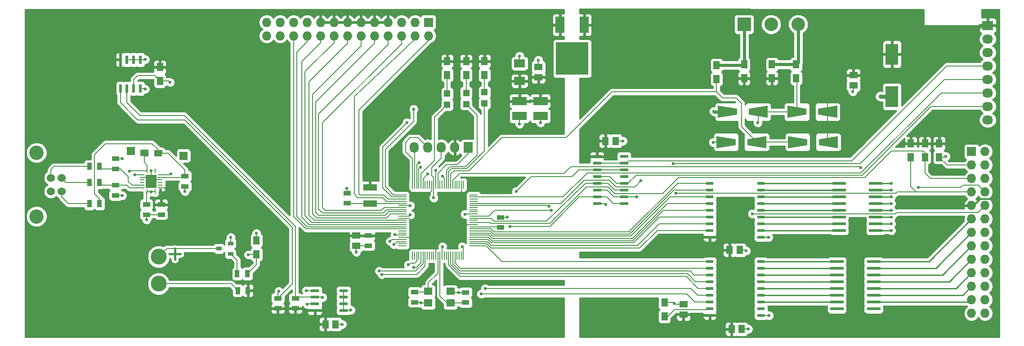
<source format=gtl>
%FSLAX34Y34*%
G04 Gerber Fmt 3.4, Leading zero omitted, Abs format*
G04 (created by PCBNEW (2014-03-29 BZR 4777)-product) date Mo 31 Mär 2014 21:29:10 CEST*
%MOIN*%
G01*
G70*
G90*
G04 APERTURE LIST*
%ADD10C,0.005906*%
%ADD11C,0.015000*%
%ADD12R,0.062992X0.023622*%
%ADD13R,0.055000X0.035000*%
%ADD14R,0.080000X0.060000*%
%ADD15C,0.060000*%
%ADD16C,0.106300*%
%ADD17R,0.035000X0.055000*%
%ADD18R,0.035400X0.009400*%
%ADD19R,0.009400X0.035400*%
%ADD20R,0.039400X0.039400*%
%ADD21R,0.039400X0.019700*%
%ADD22R,0.100000X0.050000*%
%ADD23R,0.068000X0.080000*%
%ADD24O,0.068000X0.080000*%
%ADD25R,0.080000X0.068000*%
%ADD26O,0.080000X0.068000*%
%ADD27R,0.094500X0.157500*%
%ADD28R,0.051200X0.059000*%
%ADD29R,0.106000X0.063000*%
%ADD30R,0.059000X0.051200*%
%ADD31R,0.100000X0.100000*%
%ADD32C,0.100000*%
%ADD33R,0.047200X0.059100*%
%ADD34C,0.118100*%
%ADD35R,0.065000X0.120000*%
%ADD36R,0.240000X0.240000*%
%ADD37R,0.023622X0.062992*%
%ADD38R,0.056300X0.021700*%
%ADD39R,0.062992X0.055118*%
%ADD40R,0.068000X0.068000*%
%ADD41O,0.068000X0.068000*%
%ADD42R,0.047200X0.047200*%
%ADD43R,0.039400X0.031500*%
%ADD44R,0.007700X0.059000*%
%ADD45R,0.059000X0.007700*%
%ADD46R,0.059055X0.023622*%
%ADD47R,0.059055X0.059055*%
%ADD48R,0.098425X0.024803*%
%ADD49C,0.023622*%
%ADD50C,0.006299*%
%ADD51C,0.007874*%
%ADD52C,0.009843*%
%ADD53C,0.023622*%
%ADD54C,0.031496*%
%ADD55C,0.011811*%
%ADD56C,0.010000*%
G04 APERTURE END LIST*
G54D10*
G54D11*
X31550Y-43900D02*
X32350Y-43900D01*
X31950Y-43500D02*
X31950Y-44300D01*
G54D12*
X42327Y-48088D03*
X44452Y-48088D03*
X42327Y-47596D03*
X42327Y-47103D03*
X42327Y-46611D03*
X44452Y-47596D03*
X44452Y-47103D03*
X44452Y-46611D03*
G54D13*
X27562Y-39548D03*
X27562Y-38798D03*
X27562Y-36829D03*
X27562Y-37579D03*
X29850Y-40975D03*
X29850Y-40225D03*
X30950Y-40225D03*
X30950Y-40975D03*
G54D14*
X57500Y-31060D03*
X57500Y-29760D03*
G54D13*
X49725Y-46725D03*
X49725Y-47475D03*
X53500Y-47500D03*
X53500Y-46750D03*
X56100Y-41175D03*
X56100Y-41925D03*
X46300Y-43275D03*
X46300Y-42525D03*
X44740Y-39385D03*
X44740Y-40135D03*
G54D15*
X23550Y-39250D03*
X23550Y-38250D03*
X22763Y-38250D03*
X22763Y-39250D03*
G54D16*
X21700Y-41112D03*
X21700Y-36388D03*
G54D17*
X26362Y-40157D03*
X25612Y-40157D03*
X26362Y-38582D03*
X25612Y-38582D03*
X26362Y-37401D03*
X25612Y-37401D03*
G54D13*
X32700Y-38125D03*
X32700Y-38875D03*
X40890Y-47925D03*
X40890Y-47175D03*
X39590Y-47925D03*
X39590Y-47175D03*
G54D18*
X29531Y-38008D03*
X29531Y-38205D03*
X29531Y-38402D03*
X29531Y-38598D03*
X29531Y-38795D03*
G54D19*
X29905Y-39268D03*
X30495Y-39268D03*
G54D18*
X30869Y-38992D03*
X30869Y-38795D03*
X30869Y-38598D03*
X30869Y-38402D03*
X30869Y-38205D03*
G54D19*
X30495Y-37732D03*
X29905Y-37732D03*
G54D20*
X30003Y-38795D03*
X30003Y-38205D03*
X30397Y-38205D03*
X30397Y-38795D03*
G54D18*
X29531Y-38992D03*
X30869Y-38008D03*
G54D21*
X30397Y-38500D03*
X30003Y-38500D03*
G54D22*
X46420Y-38940D03*
X46420Y-40140D03*
G54D23*
X53700Y-36000D03*
G54D24*
X52700Y-36000D03*
X51700Y-36000D03*
X50700Y-36000D03*
X49700Y-36000D03*
G54D25*
X92200Y-26950D03*
G54D26*
X92200Y-27950D03*
X92200Y-28950D03*
X92200Y-29950D03*
X92200Y-30950D03*
X92200Y-31950D03*
X92200Y-32950D03*
X92200Y-33950D03*
G54D27*
X85100Y-32225D03*
X85100Y-29075D03*
G54D28*
X73825Y-43600D03*
X73075Y-43600D03*
G54D29*
X57500Y-33660D03*
X57500Y-32560D03*
G54D28*
X43875Y-49110D03*
X43125Y-49110D03*
G54D30*
X45400Y-43275D03*
X45400Y-42525D03*
G54D10*
G36*
X77349Y-33802D02*
X77349Y-32897D01*
X78767Y-33133D01*
X78767Y-33566D01*
X77349Y-33802D01*
X77349Y-33802D01*
G37*
G36*
X81051Y-32897D02*
X81051Y-33802D01*
X79633Y-33566D01*
X79633Y-33133D01*
X81051Y-32897D01*
X81051Y-32897D01*
G37*
G36*
X72199Y-33802D02*
X72199Y-32897D01*
X73617Y-33133D01*
X73617Y-33566D01*
X72199Y-33802D01*
X72199Y-33802D01*
G37*
G36*
X75901Y-32897D02*
X75901Y-33802D01*
X74483Y-33566D01*
X74483Y-33133D01*
X75901Y-32897D01*
X75901Y-32897D01*
G37*
G36*
X77399Y-36052D02*
X77399Y-35147D01*
X78817Y-35383D01*
X78817Y-35816D01*
X77399Y-36052D01*
X77399Y-36052D01*
G37*
G36*
X81101Y-35147D02*
X81101Y-36052D01*
X79683Y-35816D01*
X79683Y-35383D01*
X81101Y-35147D01*
X81101Y-35147D01*
G37*
G36*
X72099Y-36052D02*
X72099Y-35147D01*
X73517Y-35383D01*
X73517Y-35816D01*
X72099Y-36052D01*
X72099Y-36052D01*
G37*
G36*
X75801Y-35147D02*
X75801Y-36052D01*
X74383Y-35816D01*
X74383Y-35383D01*
X75801Y-35147D01*
X75801Y-35147D01*
G37*
G54D31*
X74150Y-26860D03*
G54D32*
X76150Y-26860D03*
X78150Y-26860D03*
G54D17*
X37375Y-46610D03*
X36625Y-46610D03*
X37325Y-45360D03*
X36575Y-45360D03*
G54D33*
X38000Y-43922D03*
X38000Y-42898D03*
X76200Y-30862D03*
X76200Y-29838D03*
X78000Y-30862D03*
X78000Y-29838D03*
X30850Y-30038D03*
X30850Y-31062D03*
X72100Y-30912D03*
X72100Y-29888D03*
X74150Y-30862D03*
X74150Y-29838D03*
X88600Y-35698D03*
X88600Y-36722D03*
X87550Y-35698D03*
X87550Y-36722D03*
X86500Y-35698D03*
X86500Y-36722D03*
G54D34*
X30750Y-46100D03*
X30750Y-44100D03*
G54D35*
X62300Y-26900D03*
G54D36*
X61400Y-29400D03*
G54D35*
X60500Y-26900D03*
G54D37*
X27911Y-29487D03*
X27911Y-31612D03*
X28403Y-29487D03*
X28896Y-29487D03*
X29388Y-29487D03*
X28403Y-31612D03*
X28896Y-31612D03*
X29388Y-31612D03*
G54D38*
X71606Y-44450D03*
X71606Y-44950D03*
X71606Y-45450D03*
X71606Y-45950D03*
X71606Y-46450D03*
X71606Y-46950D03*
X71606Y-47450D03*
X71606Y-47950D03*
X71606Y-48450D03*
X75394Y-48450D03*
X75394Y-47950D03*
X75394Y-47450D03*
X75394Y-46950D03*
X75394Y-46450D03*
X75394Y-45950D03*
X75394Y-45450D03*
X75394Y-44950D03*
X75394Y-44450D03*
X71606Y-38650D03*
X71606Y-39150D03*
X71606Y-39650D03*
X71606Y-40150D03*
X71606Y-40650D03*
X71606Y-41150D03*
X71606Y-41650D03*
X71606Y-42150D03*
X71606Y-42650D03*
X75394Y-42650D03*
X75394Y-42150D03*
X75394Y-41650D03*
X75394Y-41150D03*
X75394Y-40650D03*
X75394Y-40150D03*
X75394Y-39650D03*
X75394Y-39150D03*
X75394Y-38650D03*
G54D33*
X68250Y-48522D03*
X68250Y-47498D03*
G54D30*
X58900Y-30035D03*
X58900Y-30785D03*
G54D29*
X59050Y-33650D03*
X59050Y-32550D03*
G54D10*
G36*
X29388Y-36631D02*
X29396Y-36159D01*
X29987Y-36170D01*
X29979Y-36642D01*
X29388Y-36631D01*
X29388Y-36631D01*
G37*
G36*
X30412Y-36649D02*
X30420Y-36177D01*
X31011Y-36188D01*
X31003Y-36660D01*
X30412Y-36649D01*
X30412Y-36649D01*
G37*
G54D39*
X52376Y-46666D03*
X50723Y-47533D03*
X52376Y-47533D03*
X50723Y-46666D03*
G54D40*
X50750Y-26710D03*
G54D41*
X49750Y-26710D03*
X48750Y-26710D03*
X47750Y-26710D03*
X46750Y-26710D03*
X45750Y-26710D03*
X44750Y-26710D03*
X43750Y-26710D03*
X42750Y-26710D03*
X41750Y-26710D03*
X40750Y-26710D03*
X39750Y-26710D03*
X38750Y-26710D03*
X38750Y-27710D03*
X39750Y-27710D03*
X40750Y-27710D03*
X41750Y-27710D03*
X42750Y-27710D03*
X43750Y-27710D03*
X44750Y-27710D03*
X45750Y-27710D03*
X46750Y-27710D03*
X47750Y-27710D03*
X48750Y-27710D03*
X49750Y-27710D03*
X50750Y-27710D03*
G54D40*
X91000Y-36300D03*
G54D41*
X91000Y-37300D03*
X91000Y-38300D03*
X91000Y-39300D03*
X91000Y-40300D03*
X91000Y-41300D03*
X91000Y-42300D03*
X91000Y-43300D03*
X91000Y-44300D03*
X91000Y-45300D03*
X91000Y-46300D03*
X91000Y-47300D03*
X91000Y-48300D03*
X92000Y-48300D03*
X92000Y-47300D03*
X92000Y-46300D03*
X92000Y-45300D03*
X92000Y-44300D03*
X92000Y-43300D03*
X92000Y-42300D03*
X92000Y-41300D03*
X92000Y-40300D03*
X92000Y-39300D03*
X92000Y-38300D03*
X92000Y-37300D03*
X92000Y-36300D03*
G54D42*
X54900Y-31897D03*
X54900Y-32723D03*
X53550Y-31947D03*
X53550Y-32773D03*
X52130Y-31997D03*
X52130Y-32823D03*
G54D33*
X54900Y-30622D03*
X54900Y-29598D03*
X53550Y-30622D03*
X53550Y-29598D03*
X52130Y-30622D03*
X52130Y-29598D03*
G54D43*
X35217Y-43500D03*
X36083Y-43125D03*
X36083Y-43875D03*
G54D44*
X52867Y-38763D03*
X52709Y-38763D03*
X52552Y-38763D03*
X52394Y-38763D03*
X52237Y-38763D03*
X53339Y-38763D03*
X53182Y-38763D03*
X53024Y-38763D03*
X50821Y-38763D03*
X50663Y-38763D03*
X50506Y-38763D03*
X50348Y-38763D03*
X50191Y-38763D03*
X50033Y-38763D03*
X49876Y-38763D03*
X49718Y-38763D03*
G54D45*
X48813Y-40613D03*
X48813Y-40771D03*
X48813Y-40928D03*
X48813Y-41086D03*
X48813Y-41243D03*
X48813Y-41400D03*
X48813Y-41557D03*
X48813Y-41714D03*
X48813Y-43132D03*
X48813Y-43289D03*
G54D44*
X49561Y-44037D03*
X49718Y-44037D03*
X49876Y-44037D03*
X50033Y-44037D03*
X50191Y-44037D03*
X50348Y-44037D03*
X52079Y-38763D03*
X51922Y-38763D03*
X51764Y-38763D03*
X49561Y-38763D03*
G54D45*
X48813Y-39511D03*
X48813Y-39668D03*
X48813Y-41872D03*
X48813Y-42029D03*
X48813Y-42187D03*
G54D44*
X50506Y-44037D03*
X50663Y-44037D03*
X50821Y-44037D03*
X51607Y-38763D03*
X51450Y-38763D03*
X51293Y-38763D03*
X51136Y-38763D03*
X50978Y-38763D03*
G54D45*
X48813Y-39826D03*
X48813Y-39983D03*
X48813Y-40141D03*
X48813Y-40298D03*
X48813Y-40456D03*
X48813Y-42344D03*
X48813Y-42502D03*
X48813Y-42659D03*
X48813Y-42817D03*
X48813Y-42974D03*
G54D44*
X50978Y-44037D03*
X51136Y-44037D03*
X51293Y-44037D03*
X51450Y-44037D03*
X51607Y-44037D03*
X51764Y-44037D03*
X51922Y-44037D03*
X52079Y-44037D03*
X52237Y-44037D03*
X52394Y-44037D03*
X52552Y-44037D03*
X52709Y-44037D03*
X52867Y-44037D03*
X53024Y-44037D03*
X53182Y-44037D03*
X53339Y-44037D03*
G54D45*
X54087Y-43289D03*
X54087Y-43132D03*
X54087Y-42974D03*
X54087Y-42817D03*
X54087Y-42659D03*
X54087Y-42502D03*
X54087Y-42344D03*
X54087Y-42187D03*
X54087Y-42029D03*
X54087Y-41872D03*
X54087Y-41714D03*
X54087Y-41557D03*
X54087Y-41400D03*
X54087Y-41243D03*
X54087Y-41086D03*
X54087Y-40928D03*
X54087Y-40771D03*
X54087Y-40613D03*
X54087Y-40456D03*
X54087Y-40298D03*
X54087Y-40141D03*
X54087Y-39983D03*
X54087Y-39826D03*
X54087Y-39668D03*
X54087Y-39511D03*
G54D46*
X63250Y-36660D03*
X63250Y-37160D03*
X63250Y-37660D03*
X63250Y-38160D03*
X63250Y-38660D03*
X63250Y-39160D03*
X63250Y-39660D03*
X63250Y-40160D03*
X65250Y-40160D03*
X65250Y-39660D03*
X65250Y-39160D03*
X65250Y-38660D03*
X65250Y-38160D03*
X65250Y-37660D03*
X65250Y-37160D03*
X65250Y-36660D03*
G54D28*
X73975Y-49460D03*
X73225Y-49460D03*
G54D30*
X69650Y-47635D03*
X69650Y-48385D03*
G54D28*
X64625Y-35510D03*
X63875Y-35510D03*
G54D30*
X82250Y-31385D03*
X82250Y-30635D03*
G54D47*
X32600Y-36610D03*
X28700Y-36260D03*
G54D48*
X81026Y-44465D03*
X81026Y-44965D03*
X81026Y-45465D03*
X81026Y-45965D03*
X81026Y-46465D03*
X81026Y-46965D03*
X81026Y-47465D03*
X81026Y-47965D03*
X83743Y-47965D03*
X83743Y-47465D03*
X83743Y-46965D03*
X83743Y-46465D03*
X83743Y-45965D03*
X83743Y-45465D03*
X83743Y-44965D03*
X83743Y-44465D03*
X81191Y-38660D03*
X81191Y-39160D03*
X81191Y-39660D03*
X81191Y-40160D03*
X81191Y-40660D03*
X81191Y-41160D03*
X81191Y-41660D03*
X81191Y-42160D03*
X83908Y-42160D03*
X83908Y-41660D03*
X83908Y-41160D03*
X83908Y-40660D03*
X83908Y-40160D03*
X83908Y-39660D03*
X83908Y-39160D03*
X83908Y-38660D03*
G54D49*
X49250Y-44700D03*
X57250Y-39250D03*
X51299Y-37699D03*
X37400Y-43960D03*
X87050Y-38950D03*
X82800Y-37500D03*
X29000Y-38010D03*
X50700Y-37960D03*
X69100Y-39400D03*
X59850Y-40660D03*
X59700Y-40360D03*
X89100Y-36650D03*
X47300Y-45410D03*
X42900Y-47110D03*
X47100Y-45160D03*
X41700Y-46610D03*
X39650Y-46660D03*
X31600Y-31160D03*
X50050Y-37110D03*
X75150Y-34160D03*
X66500Y-38450D03*
X85050Y-39660D03*
X85050Y-41660D03*
X85050Y-40660D03*
X54650Y-46860D03*
X47900Y-42960D03*
X54950Y-46460D03*
X48200Y-43200D03*
X85050Y-42160D03*
X85050Y-40160D03*
X85050Y-39160D03*
X85050Y-41160D03*
X85050Y-38660D03*
X74750Y-40910D03*
X51800Y-38110D03*
X28600Y-37750D03*
X30200Y-39300D03*
X49150Y-34150D03*
X49650Y-33150D03*
X53450Y-40950D03*
X31650Y-37960D03*
X50150Y-37460D03*
X49650Y-44900D03*
X56800Y-41850D03*
X68900Y-37200D03*
X66200Y-39650D03*
X84250Y-32200D03*
X51135Y-39730D03*
X53250Y-43350D03*
X51800Y-43350D03*
X49400Y-41000D03*
X82200Y-31860D03*
X63900Y-40210D03*
X56600Y-41160D03*
X68950Y-47560D03*
X45000Y-48060D03*
X41750Y-47610D03*
X48250Y-42460D03*
X49400Y-40310D03*
X44700Y-39010D03*
X45400Y-43760D03*
X44350Y-49110D03*
X38000Y-42360D03*
X36100Y-42660D03*
X32700Y-39260D03*
X29850Y-41360D03*
X30200Y-37710D03*
X28050Y-36810D03*
X28050Y-39560D03*
X29750Y-31660D03*
X29750Y-29460D03*
X65150Y-35510D03*
X76000Y-48460D03*
X74450Y-49460D03*
X75950Y-42660D03*
X74300Y-43660D03*
X71850Y-35610D03*
X71900Y-33310D03*
X60500Y-28510D03*
X62350Y-28460D03*
X62350Y-30360D03*
X61400Y-29400D03*
X60450Y-30360D03*
X58900Y-29510D03*
X57500Y-29210D03*
X57500Y-34260D03*
X59050Y-34160D03*
X50200Y-47510D03*
X53000Y-46760D03*
G54D50*
X50978Y-38763D02*
X50978Y-39227D01*
X50978Y-39227D02*
X50840Y-39365D01*
G54D10*
X49293Y-41243D02*
X49450Y-41400D01*
X48813Y-41243D02*
X49293Y-41243D01*
X54087Y-41714D02*
X53554Y-41714D01*
X53554Y-41714D02*
X53550Y-41710D01*
X53182Y-38763D02*
X53182Y-39292D01*
X53182Y-39292D02*
X53200Y-39310D01*
X51293Y-44037D02*
X51293Y-43403D01*
X51293Y-43403D02*
X51250Y-43360D01*
X48813Y-42659D02*
X49399Y-42659D01*
X49399Y-42659D02*
X49400Y-42660D01*
X30869Y-38992D02*
X31232Y-38992D01*
X31232Y-38992D02*
X31400Y-39160D01*
X82805Y-37891D02*
X88746Y-31950D01*
X88746Y-31950D02*
X92200Y-31950D01*
X54087Y-39668D02*
X60742Y-39668D01*
X60742Y-39668D02*
X62518Y-37891D01*
X62518Y-37891D02*
X82805Y-37891D01*
G54D50*
X49250Y-44700D02*
X49300Y-44700D01*
G54D10*
X57250Y-39250D02*
X58350Y-38150D01*
X58350Y-38150D02*
X61400Y-38150D01*
X61400Y-38150D02*
X61890Y-37660D01*
X63250Y-37660D02*
X61890Y-37660D01*
G54D50*
X49876Y-44424D02*
X49876Y-44037D01*
X49700Y-44600D02*
X49876Y-44424D01*
X49400Y-44600D02*
X49700Y-44600D01*
X49300Y-44700D02*
X49400Y-44600D01*
G54D10*
X65250Y-37660D02*
X63250Y-37660D01*
X51299Y-38251D02*
X51299Y-37699D01*
X51293Y-38258D02*
X51299Y-38251D01*
X51293Y-38763D02*
X51293Y-38258D01*
G54D50*
X37438Y-43922D02*
X38000Y-43922D01*
X37400Y-43960D02*
X37438Y-43922D01*
G54D51*
X38000Y-43922D02*
X38000Y-44685D01*
X38000Y-44685D02*
X37325Y-45360D01*
G54D10*
X52552Y-38763D02*
X52552Y-38408D01*
X52552Y-38408D02*
X53050Y-37910D01*
X53050Y-37910D02*
X60800Y-37910D01*
X60800Y-37910D02*
X61299Y-37410D01*
X61299Y-37410D02*
X81999Y-37410D01*
X81999Y-37410D02*
X82000Y-37410D01*
G54D50*
X82000Y-37410D02*
X82710Y-37410D01*
G54D10*
X92000Y-39300D02*
X91500Y-38800D01*
X90200Y-38950D02*
X87050Y-38950D01*
X90350Y-38800D02*
X90200Y-38950D01*
X91500Y-38800D02*
X90350Y-38800D01*
G54D50*
X82710Y-37410D02*
X82800Y-37500D01*
G54D10*
X92000Y-39300D02*
X92000Y-39260D01*
X52394Y-38763D02*
X52394Y-37966D01*
X64350Y-31860D02*
X72100Y-31860D01*
X60950Y-35260D02*
X64350Y-31860D01*
X56200Y-35260D02*
X60950Y-35260D01*
X53750Y-37710D02*
X56200Y-35260D01*
X52650Y-37710D02*
X53750Y-37710D01*
X52394Y-37966D02*
X52650Y-37710D01*
G54D51*
X75092Y-35600D02*
X78108Y-35600D01*
X72100Y-30912D02*
X72100Y-31860D01*
X73950Y-34458D02*
X75092Y-35600D01*
X73950Y-32710D02*
X73950Y-34458D01*
X73550Y-32310D02*
X73950Y-32710D01*
X72550Y-32310D02*
X73550Y-32310D01*
X72100Y-31860D02*
X72550Y-32310D01*
G54D10*
X50348Y-38763D02*
X50348Y-38312D01*
X29002Y-38008D02*
X29531Y-38008D01*
X29000Y-38010D02*
X29002Y-38008D01*
X50348Y-38312D02*
X50700Y-37960D01*
X86950Y-39300D02*
X85500Y-39300D01*
X85400Y-39400D02*
X69100Y-39400D01*
X85500Y-39300D02*
X85400Y-39400D01*
X91000Y-39300D02*
X86950Y-39300D01*
X86950Y-39300D02*
X86900Y-39300D01*
X86500Y-38900D02*
X86500Y-36722D01*
X86900Y-39300D02*
X86500Y-38900D01*
X54087Y-41086D02*
X55224Y-41086D01*
X55224Y-41086D02*
X55650Y-40660D01*
X55650Y-40660D02*
X59850Y-40660D01*
X90940Y-39360D02*
X91000Y-39300D01*
X64550Y-39410D02*
X68100Y-39410D01*
X55350Y-41610D02*
X59750Y-41610D01*
X69293Y-38216D02*
X83093Y-38216D01*
X68100Y-39410D02*
X69293Y-38216D01*
X83093Y-38216D02*
X85050Y-36260D01*
X55297Y-41557D02*
X55350Y-41610D01*
X64050Y-38910D02*
X64550Y-39410D01*
X59750Y-41610D02*
X62450Y-38910D01*
X62450Y-38910D02*
X64050Y-38910D01*
X54087Y-41557D02*
X55297Y-41557D01*
G54D51*
X87550Y-36722D02*
X87550Y-36400D01*
X87410Y-36260D02*
X85050Y-36260D01*
X87550Y-36400D02*
X87410Y-36260D01*
G54D10*
X87550Y-36722D02*
X87550Y-37900D01*
X87950Y-38300D02*
X91000Y-38300D01*
X87550Y-37900D02*
X87950Y-38300D01*
X90990Y-38310D02*
X91000Y-38300D01*
X91000Y-38300D02*
X91090Y-38300D01*
X59638Y-40298D02*
X59700Y-40360D01*
X54087Y-40298D02*
X59638Y-40298D01*
G54D51*
X89028Y-36722D02*
X88600Y-36722D01*
X89100Y-36650D02*
X89028Y-36722D01*
G54D10*
X91000Y-37300D02*
X89178Y-37300D01*
X89178Y-37300D02*
X88600Y-36722D01*
X91000Y-37300D02*
X90790Y-37300D01*
X50506Y-44037D02*
X50506Y-44804D01*
X49900Y-45410D02*
X47300Y-45410D01*
X50506Y-44804D02*
X49900Y-45410D01*
X42327Y-47103D02*
X42893Y-47103D01*
X42893Y-47103D02*
X42900Y-47110D01*
X42420Y-47010D02*
X42327Y-47103D01*
X40890Y-47175D02*
X40890Y-41850D01*
G54D50*
X28403Y-32663D02*
X28403Y-31612D01*
X29350Y-33610D02*
X28403Y-32663D01*
X32650Y-33610D02*
X29350Y-33610D01*
G54D10*
X40890Y-41850D02*
X32650Y-33610D01*
G54D51*
X42327Y-47103D02*
X40961Y-47103D01*
X40961Y-47103D02*
X40890Y-47175D01*
G54D10*
X50348Y-44037D02*
X50348Y-44612D01*
X49800Y-45160D02*
X47100Y-45160D01*
X50348Y-44612D02*
X49800Y-45160D01*
X42327Y-46611D02*
X41701Y-46611D01*
X41701Y-46611D02*
X41700Y-46610D01*
X39650Y-46660D02*
X39590Y-46720D01*
X39590Y-46720D02*
X39590Y-47175D01*
G54D50*
X27911Y-31612D02*
X27911Y-32671D01*
G54D10*
X40650Y-46115D02*
X39590Y-47175D01*
X40650Y-41910D02*
X40650Y-46115D01*
X32700Y-33960D02*
X40650Y-41910D01*
G54D50*
X29200Y-33960D02*
X32700Y-33960D01*
X27911Y-32671D02*
X29200Y-33960D01*
G54D10*
X49876Y-38763D02*
X49876Y-37284D01*
G54D50*
X31502Y-31062D02*
X30850Y-31062D01*
X31600Y-31160D02*
X31502Y-31062D01*
G54D10*
X49876Y-37284D02*
X50050Y-37110D01*
G54D50*
X28896Y-31612D02*
X28896Y-30963D01*
X30448Y-30660D02*
X30850Y-31062D01*
X29200Y-30660D02*
X30448Y-30660D01*
X28896Y-30963D02*
X29200Y-30660D01*
G54D10*
X54087Y-40141D02*
X60569Y-40141D01*
X75192Y-34118D02*
X75192Y-33350D01*
X75150Y-34160D02*
X75192Y-34118D01*
X66050Y-38910D02*
X66500Y-38450D01*
X64650Y-38910D02*
X66050Y-38910D01*
X64150Y-38410D02*
X64650Y-38910D01*
X62300Y-38410D02*
X64150Y-38410D01*
X60569Y-40141D02*
X62300Y-38410D01*
X75192Y-33350D02*
X78058Y-33350D01*
X78058Y-33350D02*
X78058Y-30920D01*
X78058Y-30920D02*
X78000Y-30862D01*
X68250Y-48522D02*
X68488Y-48522D01*
X69000Y-48010D02*
X71546Y-48010D01*
X68488Y-48522D02*
X69000Y-48010D01*
X71546Y-48010D02*
X71606Y-47950D01*
G54D52*
X80666Y-39660D02*
X80656Y-39650D01*
X80656Y-39650D02*
X75394Y-39650D01*
X81191Y-39660D02*
X80666Y-39660D01*
G54D51*
X80576Y-44430D02*
X80556Y-44450D01*
G54D52*
X80556Y-44450D02*
X75394Y-44450D01*
G54D51*
X81026Y-44465D02*
X80576Y-44430D01*
G54D52*
X80666Y-41660D02*
X80656Y-41650D01*
X80656Y-41650D02*
X75394Y-41650D01*
X81191Y-41660D02*
X80666Y-41660D01*
X80666Y-40660D02*
X80656Y-40650D01*
X80656Y-40650D02*
X75394Y-40650D01*
X81191Y-40660D02*
X80666Y-40660D01*
G54D51*
X80576Y-47430D02*
X80556Y-47450D01*
G54D52*
X80556Y-47450D02*
X75394Y-47450D01*
G54D51*
X81026Y-47465D02*
X80576Y-47430D01*
G54D52*
X80666Y-42160D02*
X80656Y-42150D01*
X80656Y-42150D02*
X75394Y-42150D01*
X81191Y-42160D02*
X80666Y-42160D01*
X80666Y-40160D02*
X80656Y-40150D01*
X80656Y-40150D02*
X75394Y-40150D01*
X81191Y-40160D02*
X80666Y-40160D01*
X80666Y-39160D02*
X80656Y-39150D01*
X80656Y-39150D02*
X75394Y-39150D01*
X81191Y-39160D02*
X80666Y-39160D01*
G54D51*
X80576Y-44930D02*
X80556Y-44950D01*
G54D52*
X80556Y-44950D02*
X75394Y-44950D01*
G54D51*
X81026Y-44965D02*
X80576Y-44930D01*
X80576Y-45930D02*
X80556Y-45950D01*
G54D52*
X80556Y-45950D02*
X75394Y-45950D01*
G54D51*
X81026Y-45965D02*
X80576Y-45930D01*
X80576Y-46430D02*
X80556Y-46450D01*
G54D52*
X80556Y-46450D02*
X75394Y-46450D01*
G54D51*
X81026Y-46465D02*
X80576Y-46430D01*
G54D52*
X80666Y-41160D02*
X80656Y-41150D01*
X80656Y-41150D02*
X75394Y-41150D01*
X81191Y-41160D02*
X80666Y-41160D01*
X80666Y-38660D02*
X80656Y-38650D01*
X80656Y-38650D02*
X75394Y-38650D01*
X81191Y-38660D02*
X80666Y-38660D01*
G54D51*
X80560Y-46930D02*
X80540Y-46950D01*
X80540Y-46950D02*
X80556Y-46950D01*
G54D52*
X80556Y-46950D02*
X75394Y-46950D01*
G54D51*
X81026Y-46965D02*
X80560Y-46930D01*
X80576Y-45430D02*
X80556Y-45450D01*
G54D52*
X80556Y-45450D02*
X75394Y-45450D01*
G54D51*
X81026Y-45465D02*
X80576Y-45430D01*
G54D52*
X84434Y-39660D02*
X84444Y-39650D01*
X84444Y-39650D02*
X85040Y-39650D01*
X85040Y-39650D02*
X85050Y-39660D01*
X83908Y-39660D02*
X84434Y-39660D01*
X84329Y-44465D02*
X84344Y-44450D01*
X87850Y-44450D02*
X91000Y-41300D01*
X84344Y-44450D02*
X87850Y-44450D01*
X83743Y-44465D02*
X84329Y-44465D01*
X84434Y-41660D02*
X84444Y-41650D01*
X84444Y-41650D02*
X85040Y-41650D01*
X85040Y-41650D02*
X85050Y-41660D01*
X83908Y-41660D02*
X84434Y-41660D01*
X84434Y-40660D02*
X84444Y-40650D01*
X84444Y-40650D02*
X85040Y-40650D01*
X85040Y-40650D02*
X85050Y-40660D01*
X83908Y-40660D02*
X84434Y-40660D01*
G54D10*
X71606Y-47450D02*
X70490Y-47450D01*
X69900Y-46860D02*
X54650Y-46860D01*
X70490Y-47450D02*
X69900Y-46860D01*
X48043Y-42817D02*
X48813Y-42817D01*
X47900Y-42960D02*
X48043Y-42817D01*
X55157Y-42817D02*
X55400Y-43060D01*
X55400Y-43060D02*
X65950Y-43060D01*
X65950Y-43060D02*
X67860Y-41150D01*
X67860Y-41150D02*
X71606Y-41150D01*
X54087Y-42817D02*
X55157Y-42817D01*
X55199Y-42659D02*
X55450Y-42910D01*
X55450Y-42910D02*
X65900Y-42910D01*
X65900Y-42910D02*
X68160Y-40650D01*
X68160Y-40650D02*
X71606Y-40650D01*
X54087Y-42659D02*
X55199Y-42659D01*
X55242Y-42502D02*
X55500Y-42760D01*
X55500Y-42760D02*
X65850Y-42760D01*
X65850Y-42760D02*
X68460Y-40150D01*
X68460Y-40150D02*
X71606Y-40150D01*
X54087Y-42502D02*
X55242Y-42502D01*
X55284Y-42344D02*
X55500Y-42560D01*
X55500Y-42560D02*
X65750Y-42560D01*
X65750Y-42560D02*
X68660Y-39650D01*
X68660Y-39650D02*
X71606Y-39650D01*
X54087Y-42344D02*
X55284Y-42344D01*
X55327Y-42187D02*
X55550Y-42410D01*
X55550Y-42410D02*
X65650Y-42410D01*
X65650Y-42410D02*
X68910Y-39150D01*
X68910Y-39150D02*
X71606Y-39150D01*
X54087Y-42187D02*
X55327Y-42187D01*
X55369Y-42029D02*
X55600Y-42260D01*
X55600Y-42260D02*
X65600Y-42260D01*
X65600Y-42260D02*
X69210Y-38650D01*
X69210Y-38650D02*
X71606Y-38650D01*
X54087Y-42029D02*
X55369Y-42029D01*
G54D50*
X48813Y-42974D02*
X48426Y-42974D01*
G54D10*
X70690Y-46950D02*
X70200Y-46460D01*
X70200Y-46460D02*
X54950Y-46460D01*
X70690Y-46950D02*
X71606Y-46950D01*
G54D50*
X48426Y-42974D02*
X48200Y-43200D01*
G54D10*
X52237Y-44697D02*
X53100Y-45560D01*
X53100Y-45560D02*
X69850Y-45560D01*
X69850Y-45560D02*
X70740Y-46450D01*
X70740Y-46450D02*
X71606Y-46450D01*
X52237Y-44037D02*
X52237Y-44697D01*
X52394Y-44654D02*
X53100Y-45360D01*
X53100Y-45360D02*
X69950Y-45360D01*
X69950Y-45360D02*
X70540Y-45950D01*
X70540Y-45950D02*
X71606Y-45950D01*
X52394Y-44037D02*
X52394Y-44654D01*
X52552Y-44612D02*
X53100Y-45160D01*
X53100Y-45160D02*
X70150Y-45160D01*
X70150Y-45160D02*
X70440Y-45450D01*
X70440Y-45450D02*
X71606Y-45450D01*
X52552Y-44037D02*
X52552Y-44612D01*
X53090Y-44950D02*
X52709Y-44569D01*
X52709Y-44569D02*
X52709Y-44037D01*
X71606Y-44950D02*
X53090Y-44950D01*
X55029Y-43289D02*
X56190Y-44450D01*
X56190Y-44450D02*
X71606Y-44450D01*
X54087Y-43289D02*
X55029Y-43289D01*
X55072Y-43132D02*
X55400Y-43460D01*
X55400Y-43460D02*
X66400Y-43460D01*
X66400Y-43460D02*
X67710Y-42150D01*
X67710Y-42150D02*
X71606Y-42150D01*
X54087Y-43132D02*
X55072Y-43132D01*
X55114Y-42974D02*
X55400Y-43260D01*
X55400Y-43260D02*
X66250Y-43260D01*
X66250Y-43260D02*
X67860Y-41650D01*
X67860Y-41650D02*
X71606Y-41650D01*
X54087Y-42974D02*
X55114Y-42974D01*
G54D52*
X90850Y-47450D02*
X91000Y-47300D01*
X84329Y-47465D02*
X84344Y-47450D01*
X84344Y-47450D02*
X90850Y-47450D01*
X83743Y-47465D02*
X84329Y-47465D01*
X85040Y-42150D02*
X85050Y-42160D01*
X84445Y-42150D02*
X85040Y-42150D01*
X84444Y-42150D02*
X84445Y-42150D01*
X84435Y-42160D02*
X84445Y-42150D01*
X83908Y-42160D02*
X84435Y-42160D01*
G54D10*
X52079Y-38763D02*
X52079Y-37681D01*
X54350Y-33573D02*
X53550Y-32773D01*
X54350Y-36560D02*
X54350Y-33573D01*
X53500Y-37410D02*
X54350Y-36560D01*
X52350Y-37410D02*
X53500Y-37410D01*
X52079Y-37681D02*
X52350Y-37410D01*
G54D52*
X84434Y-40160D02*
X84444Y-40150D01*
X84444Y-40150D02*
X85040Y-40150D01*
X85040Y-40150D02*
X85050Y-40160D01*
X83908Y-40160D02*
X84434Y-40160D01*
X84434Y-39160D02*
X84444Y-39150D01*
X84444Y-39150D02*
X85040Y-39150D01*
X85040Y-39150D02*
X85050Y-39160D01*
X83908Y-39160D02*
X84434Y-39160D01*
X84329Y-44965D02*
X84344Y-44950D01*
X88350Y-44950D02*
X91000Y-42300D01*
X84344Y-44950D02*
X88350Y-44950D01*
X83743Y-44965D02*
X84329Y-44965D01*
X84329Y-45965D02*
X84344Y-45950D01*
X89350Y-45950D02*
X91000Y-44300D01*
X84344Y-45950D02*
X89350Y-45950D01*
X83743Y-45965D02*
X84329Y-45965D01*
X84329Y-46465D02*
X84344Y-46450D01*
X89850Y-46450D02*
X91000Y-45300D01*
X84344Y-46450D02*
X89850Y-46450D01*
X83743Y-46465D02*
X84329Y-46465D01*
X84434Y-41160D02*
X84444Y-41150D01*
X84444Y-41150D02*
X85040Y-41150D01*
X85040Y-41150D02*
X85050Y-41160D01*
X83908Y-41160D02*
X84434Y-41160D01*
X84434Y-38660D02*
X84444Y-38650D01*
X85040Y-38650D02*
X85050Y-38660D01*
X84444Y-38650D02*
X85040Y-38650D01*
X83908Y-38660D02*
X84434Y-38660D01*
X84329Y-46965D02*
X84344Y-46950D01*
X90350Y-46950D02*
X91000Y-46300D01*
X84344Y-46950D02*
X90350Y-46950D01*
X83743Y-46965D02*
X84329Y-46965D01*
G54D10*
X52237Y-38763D02*
X52237Y-37773D01*
X54900Y-36260D02*
X54900Y-32723D01*
X53600Y-37560D02*
X54900Y-36260D01*
X52450Y-37560D02*
X53600Y-37560D01*
X52237Y-37773D02*
X52450Y-37560D01*
G54D52*
X84329Y-45465D02*
X84344Y-45450D01*
X88850Y-45450D02*
X91000Y-43300D01*
X84344Y-45450D02*
X88850Y-45450D01*
X83743Y-45465D02*
X84329Y-45465D01*
G54D10*
X54087Y-41243D02*
X55383Y-41243D01*
X62400Y-38660D02*
X63250Y-38660D01*
X59500Y-41460D02*
X62400Y-38660D01*
X55600Y-41460D02*
X59500Y-41460D01*
X55383Y-41243D02*
X55600Y-41460D01*
X64550Y-39160D02*
X64050Y-38660D01*
X64050Y-38660D02*
X63250Y-38660D01*
X65250Y-39160D02*
X64550Y-39160D01*
X92000Y-40300D02*
X92000Y-40310D01*
X92000Y-40310D02*
X91500Y-40810D01*
X91500Y-40810D02*
X85450Y-40810D01*
X85450Y-40810D02*
X85350Y-40910D01*
X85350Y-40910D02*
X74750Y-40910D01*
X51800Y-38110D02*
X51922Y-38232D01*
X51922Y-38232D02*
X51922Y-38763D01*
G54D51*
X27562Y-38798D02*
X26577Y-38798D01*
X26577Y-38798D02*
X26362Y-38582D01*
X29531Y-38992D02*
X28582Y-38992D01*
X28388Y-38798D02*
X27562Y-38798D01*
X28582Y-38992D02*
X28388Y-38798D01*
X27562Y-37579D02*
X27919Y-37579D01*
X28785Y-38795D02*
X29531Y-38795D01*
X28500Y-38510D02*
X28785Y-38795D01*
X28500Y-38160D02*
X28500Y-38510D01*
X27919Y-37579D02*
X28500Y-38160D01*
X27562Y-37579D02*
X26540Y-37579D01*
X26540Y-37579D02*
X26362Y-37401D01*
G54D10*
X29905Y-39268D02*
X30168Y-39268D01*
G54D50*
X28618Y-37732D02*
X28600Y-37750D01*
X28618Y-37732D02*
X29905Y-37732D01*
G54D10*
X30168Y-39268D02*
X30200Y-39300D01*
X30495Y-39268D02*
X29905Y-39268D01*
G54D51*
X29688Y-36401D02*
X29688Y-37098D01*
X29688Y-37098D02*
X29905Y-37315D01*
X29905Y-37315D02*
X29905Y-37732D01*
X29850Y-40225D02*
X29850Y-39323D01*
X29850Y-39323D02*
X29905Y-39268D01*
G54D10*
X49725Y-46725D02*
X50665Y-46725D01*
X50665Y-46725D02*
X50723Y-46666D01*
X50723Y-46666D02*
X50723Y-46036D01*
X51450Y-45310D02*
X51450Y-44037D01*
X50723Y-46036D02*
X51450Y-45310D01*
X52376Y-47533D02*
X52123Y-47533D01*
X52123Y-47533D02*
X51607Y-47017D01*
X51607Y-47017D02*
X51607Y-44037D01*
X52376Y-47533D02*
X53467Y-47533D01*
X53467Y-47533D02*
X53500Y-47500D01*
X56047Y-41872D02*
X56100Y-41925D01*
X54087Y-41872D02*
X56047Y-41872D01*
X46421Y-40141D02*
X46420Y-40140D01*
X48813Y-40141D02*
X46421Y-40141D01*
X44745Y-40140D02*
X44740Y-40135D01*
X46420Y-40140D02*
X44745Y-40140D01*
X54900Y-31897D02*
X54900Y-30622D01*
X53550Y-31947D02*
X53550Y-30622D01*
X52130Y-31997D02*
X52130Y-30622D01*
X48813Y-39668D02*
X48018Y-39668D01*
X47350Y-35950D02*
X49150Y-34150D01*
X47350Y-39000D02*
X47350Y-35950D01*
X48018Y-39668D02*
X47350Y-39000D01*
X48161Y-39511D02*
X47550Y-38900D01*
X47550Y-38900D02*
X47550Y-36150D01*
X47550Y-36150D02*
X49650Y-34050D01*
X49650Y-34050D02*
X49650Y-33150D01*
X48161Y-39511D02*
X48813Y-39511D01*
X54087Y-40928D02*
X53472Y-40928D01*
X53450Y-40950D02*
X53472Y-40928D01*
X41669Y-42029D02*
X40750Y-41110D01*
G54D50*
X40750Y-41110D02*
X40750Y-27710D01*
G54D10*
X48813Y-42029D02*
X41669Y-42029D01*
X41762Y-41872D02*
X41000Y-41110D01*
G54D50*
X41000Y-41110D02*
X41000Y-28910D01*
X41000Y-28910D02*
X41750Y-28160D01*
X41750Y-28160D02*
X41750Y-27710D01*
G54D10*
X48813Y-41872D02*
X41762Y-41872D01*
X41904Y-41714D02*
X41350Y-41160D01*
G54D50*
X41350Y-41160D02*
X41350Y-29610D01*
X41350Y-29610D02*
X42750Y-28210D01*
X42750Y-28210D02*
X42750Y-27710D01*
G54D10*
X48813Y-41714D02*
X41904Y-41714D01*
X42097Y-41557D02*
X41600Y-41060D01*
G54D50*
X41600Y-41060D02*
X41600Y-30360D01*
X41600Y-30360D02*
X43750Y-28210D01*
X43750Y-28210D02*
X43750Y-27710D01*
G54D10*
X48813Y-41557D02*
X42097Y-41557D01*
G54D50*
X42290Y-41400D02*
X41900Y-41010D01*
G54D10*
X41900Y-41010D02*
X41900Y-31110D01*
G54D50*
X41900Y-31110D02*
X44750Y-28260D01*
X44750Y-28260D02*
X44750Y-27710D01*
X48813Y-41400D02*
X42290Y-41400D01*
G54D10*
X47932Y-40928D02*
X47650Y-41210D01*
G54D50*
X47650Y-41210D02*
X42450Y-41210D01*
G54D10*
X42450Y-41210D02*
X42150Y-40910D01*
G54D50*
X42150Y-40910D02*
X42150Y-32060D01*
X42150Y-32060D02*
X45750Y-28460D01*
G54D10*
X45750Y-28460D02*
X45750Y-27710D01*
X48813Y-40928D02*
X47932Y-40928D01*
X47789Y-40771D02*
X47550Y-41010D01*
G54D50*
X47550Y-41010D02*
X42600Y-41010D01*
X42600Y-41010D02*
X42400Y-40810D01*
X42400Y-40810D02*
X42400Y-32610D01*
X42400Y-32610D02*
X46750Y-28260D01*
G54D10*
X46750Y-28260D02*
X46750Y-27710D01*
X48813Y-40771D02*
X47789Y-40771D01*
X47647Y-40613D02*
X47400Y-40860D01*
G54D50*
X47400Y-40860D02*
X42900Y-40860D01*
X42900Y-40860D02*
X42600Y-40560D01*
X42600Y-40560D02*
X42600Y-33510D01*
X42600Y-33510D02*
X47750Y-28360D01*
G54D10*
X47750Y-28360D02*
X47750Y-27710D01*
X48813Y-40613D02*
X47647Y-40613D01*
X47454Y-40456D02*
X47250Y-40660D01*
G54D50*
X47250Y-40660D02*
X43100Y-40660D01*
X43100Y-40660D02*
X42900Y-40460D01*
X42900Y-40460D02*
X42900Y-34160D01*
X42900Y-34160D02*
X48750Y-28310D01*
G54D10*
X48750Y-28310D02*
X48750Y-27710D01*
X48813Y-40456D02*
X47454Y-40456D01*
X49750Y-27970D02*
X49750Y-27710D01*
X47623Y-39983D02*
X47350Y-39710D01*
X47350Y-39710D02*
X45500Y-39710D01*
X45500Y-39710D02*
X45250Y-39460D01*
G54D50*
X45250Y-39460D02*
X45250Y-32210D01*
X45250Y-32210D02*
X49750Y-27970D01*
G54D10*
X48813Y-39983D02*
X47623Y-39983D01*
X47766Y-39826D02*
X47450Y-39510D01*
X47450Y-39510D02*
X45700Y-39510D01*
X45700Y-39510D02*
X45600Y-39410D01*
G54D50*
X45600Y-39410D02*
X45600Y-33210D01*
X45600Y-33210D02*
X50750Y-28060D01*
G54D10*
X50750Y-28060D02*
X50750Y-27710D01*
X48813Y-39826D02*
X47766Y-39826D01*
G54D51*
X25612Y-40157D02*
X24047Y-40157D01*
X23550Y-39660D02*
X23550Y-39250D01*
X24047Y-40157D02*
X23550Y-39660D01*
X25612Y-38582D02*
X23882Y-38582D01*
X23882Y-38582D02*
X23550Y-38250D01*
X22763Y-38250D02*
X22763Y-37647D01*
X23008Y-37401D02*
X25612Y-37401D01*
X22763Y-37647D02*
X23008Y-37401D01*
G54D53*
X72100Y-29888D02*
X74100Y-29888D01*
X74100Y-29888D02*
X74150Y-29838D01*
X74150Y-26860D02*
X74150Y-29838D01*
X76200Y-29838D02*
X78000Y-29838D01*
X78150Y-26860D02*
X78150Y-29688D01*
X78150Y-29688D02*
X78000Y-29838D01*
G54D10*
X53700Y-36460D02*
X52900Y-37260D01*
X52900Y-37260D02*
X52100Y-37260D01*
X52100Y-37260D02*
X51450Y-37910D01*
X51450Y-37910D02*
X51450Y-38763D01*
X53700Y-36000D02*
X53700Y-36460D01*
X49561Y-36821D02*
X49050Y-36310D01*
X49050Y-36310D02*
X49050Y-35610D01*
X49050Y-35610D02*
X49400Y-35260D01*
X49400Y-35260D02*
X49960Y-35260D01*
X49960Y-35260D02*
X50700Y-36000D01*
X49561Y-38763D02*
X49561Y-36821D01*
X49718Y-36018D02*
X49700Y-36000D01*
X49718Y-38763D02*
X49718Y-36018D01*
G54D51*
X35217Y-43500D02*
X31350Y-43500D01*
X31350Y-43500D02*
X30750Y-44100D01*
X36575Y-45360D02*
X36575Y-44367D01*
X36575Y-44367D02*
X36083Y-43875D01*
X32700Y-38125D02*
X32700Y-37660D01*
X31458Y-36418D02*
X30711Y-36418D01*
X32700Y-37660D02*
X31458Y-36418D01*
X30869Y-38205D02*
X32620Y-38205D01*
X32620Y-38205D02*
X32700Y-38125D01*
X26362Y-40157D02*
X26362Y-39772D01*
X26362Y-39772D02*
X26000Y-39410D01*
X26000Y-39410D02*
X26000Y-36510D01*
X26000Y-36510D02*
X26800Y-35710D01*
X26800Y-35710D02*
X30250Y-35710D01*
X30250Y-35710D02*
X30711Y-36171D01*
X30711Y-36171D02*
X30711Y-36418D01*
X30750Y-46100D02*
X36115Y-46100D01*
X36115Y-46100D02*
X36625Y-46610D01*
G54D10*
X50033Y-38763D02*
X50033Y-37577D01*
X31602Y-38008D02*
X30869Y-38008D01*
X31650Y-37960D02*
X31602Y-38008D01*
X50033Y-37577D02*
X50150Y-37460D01*
X50191Y-38763D02*
X50191Y-37969D01*
X51200Y-33753D02*
X52130Y-32823D01*
X51200Y-36960D02*
X51200Y-33753D01*
X50191Y-37969D02*
X51200Y-36960D01*
X63250Y-39660D02*
X61940Y-39660D01*
G54D51*
X50191Y-44559D02*
X50191Y-44037D01*
X49850Y-44900D02*
X50191Y-44559D01*
X49650Y-44900D02*
X49850Y-44900D01*
G54D10*
X59750Y-41850D02*
X56800Y-41850D01*
X61940Y-39660D02*
X59750Y-41850D01*
X63950Y-39660D02*
X64450Y-40160D01*
X64450Y-40160D02*
X65250Y-40160D01*
X63250Y-39660D02*
X63950Y-39660D01*
X65250Y-37160D02*
X65427Y-37160D01*
X89146Y-29950D02*
X92200Y-29950D01*
X65427Y-37160D02*
X65604Y-36982D01*
X65604Y-36982D02*
X82114Y-36982D01*
X82114Y-36982D02*
X89146Y-29950D01*
X65250Y-37160D02*
X63250Y-37160D01*
X82750Y-37200D02*
X69900Y-37200D01*
X89000Y-30950D02*
X82750Y-37200D01*
X92200Y-30950D02*
X89000Y-30950D01*
G54D50*
X68900Y-37200D02*
X69900Y-37200D01*
X66190Y-39660D02*
X66200Y-39650D01*
X66190Y-39660D02*
X65250Y-39660D01*
G54D10*
X65260Y-39650D02*
X65250Y-39660D01*
X64500Y-39660D02*
X64000Y-39160D01*
X64000Y-39160D02*
X63250Y-39160D01*
X65250Y-39660D02*
X64500Y-39660D01*
X65427Y-38660D02*
X65250Y-38660D01*
X64700Y-38660D02*
X64200Y-38160D01*
X64200Y-38160D02*
X63250Y-38160D01*
X65250Y-38660D02*
X64700Y-38660D01*
X82900Y-38050D02*
X66149Y-38050D01*
X65539Y-38660D02*
X66149Y-38050D01*
X65250Y-38660D02*
X65539Y-38660D01*
X82900Y-38050D02*
X88000Y-32950D01*
X88000Y-32950D02*
X92200Y-32950D01*
G54D54*
X85100Y-32225D02*
X84275Y-32225D01*
X84275Y-32225D02*
X84250Y-32200D01*
G54D50*
X51136Y-38763D02*
X51136Y-39514D01*
X51136Y-39514D02*
X51135Y-39730D01*
X51136Y-38763D02*
X51136Y-38236D01*
X51700Y-36800D02*
X51700Y-36000D01*
X51000Y-37500D02*
X51700Y-36800D01*
X51000Y-38100D02*
X51000Y-37500D01*
X51136Y-38236D02*
X51000Y-38100D01*
G54D10*
X53339Y-44037D02*
X53339Y-43439D01*
X53339Y-43439D02*
X53250Y-43350D01*
X51764Y-44037D02*
X51764Y-43386D01*
X51764Y-43386D02*
X51800Y-43350D01*
G54D50*
X30003Y-38795D02*
X30003Y-38500D01*
X30397Y-38795D02*
X30003Y-38795D01*
G54D10*
X30397Y-38500D02*
X30397Y-38795D01*
G54D50*
X30003Y-38500D02*
X30397Y-38500D01*
G54D10*
X30869Y-38402D02*
X30495Y-38402D01*
G54D50*
X30495Y-38402D02*
X30397Y-38500D01*
G54D10*
X48813Y-41086D02*
X49314Y-41086D01*
X49314Y-41086D02*
X49400Y-41000D01*
X82250Y-31385D02*
X82250Y-31810D01*
X82250Y-31810D02*
X82200Y-31860D01*
X63250Y-40160D02*
X63850Y-40160D01*
X63850Y-40160D02*
X63900Y-40210D01*
X56100Y-41175D02*
X56585Y-41175D01*
X56585Y-41175D02*
X56600Y-41160D01*
X68250Y-47498D02*
X68888Y-47498D01*
X69025Y-47635D02*
X68950Y-47560D01*
X69025Y-47635D02*
X69650Y-47635D01*
X68888Y-47498D02*
X68950Y-47560D01*
G54D51*
X44452Y-48088D02*
X44971Y-48088D01*
X44971Y-48088D02*
X45000Y-48060D01*
X44452Y-47103D02*
X44452Y-46611D01*
X44452Y-47596D02*
X44452Y-47103D01*
X44452Y-48088D02*
X44452Y-47596D01*
X42327Y-47596D02*
X41763Y-47596D01*
X41763Y-47596D02*
X41750Y-47610D01*
G54D10*
X48813Y-42502D02*
X48292Y-42502D01*
X48292Y-42502D02*
X48250Y-42460D01*
X48813Y-40298D02*
X49388Y-40298D01*
X49388Y-40298D02*
X49400Y-40310D01*
G54D51*
X44740Y-39385D02*
X44740Y-39050D01*
X44740Y-39050D02*
X44700Y-39010D01*
X45400Y-43275D02*
X45400Y-43760D01*
X46300Y-43275D02*
X45400Y-43275D01*
X43875Y-49110D02*
X44350Y-49110D01*
X38000Y-42898D02*
X38000Y-42360D01*
X36083Y-43125D02*
X36083Y-42677D01*
X36083Y-42677D02*
X36100Y-42660D01*
X32700Y-38875D02*
X32700Y-39260D01*
X30950Y-40975D02*
X29850Y-40975D01*
X29850Y-40975D02*
X29850Y-41360D01*
X30397Y-38205D02*
X30003Y-38205D01*
X30003Y-38205D02*
X30200Y-38008D01*
X30200Y-38008D02*
X30200Y-37710D01*
X29531Y-38205D02*
X30003Y-38205D01*
X27562Y-36829D02*
X28030Y-36829D01*
X28030Y-36829D02*
X28050Y-36810D01*
X27562Y-39548D02*
X28038Y-39548D01*
X28038Y-39548D02*
X28050Y-39560D01*
G54D50*
X29388Y-31612D02*
X29702Y-31612D01*
G54D51*
X29702Y-31612D02*
X29750Y-31660D01*
X29388Y-29487D02*
X29722Y-29487D01*
X29722Y-29487D02*
X29750Y-29460D01*
X28403Y-29487D02*
X28896Y-29487D01*
X29388Y-29487D02*
X28896Y-29487D01*
X64625Y-35510D02*
X65150Y-35510D01*
X75394Y-48450D02*
X75990Y-48450D01*
X75990Y-48450D02*
X76000Y-48460D01*
X73975Y-49460D02*
X74450Y-49460D01*
X75394Y-42650D02*
X75940Y-42650D01*
X75940Y-42650D02*
X75950Y-42660D01*
X73825Y-43600D02*
X74240Y-43600D01*
X74240Y-43600D02*
X74300Y-43660D01*
X72808Y-35600D02*
X71860Y-35600D01*
X71860Y-35600D02*
X71850Y-35610D01*
G54D53*
X72908Y-33350D02*
X71940Y-33350D01*
X71940Y-33350D02*
X71900Y-33310D01*
G54D10*
X60500Y-28510D02*
X61390Y-29400D01*
X62350Y-28460D02*
X61410Y-29400D01*
X62350Y-30360D02*
X61400Y-29410D01*
X61400Y-29410D02*
X61400Y-29400D01*
X60450Y-30360D02*
X61400Y-29410D01*
X58900Y-30035D02*
X58900Y-29510D01*
X57500Y-29760D02*
X57500Y-29210D01*
X57500Y-33660D02*
X57500Y-34260D01*
X59050Y-33650D02*
X59050Y-34160D01*
X50700Y-47510D02*
X50200Y-47510D01*
X50165Y-47475D02*
X50200Y-47510D01*
X50165Y-47475D02*
X49725Y-47475D01*
X50700Y-47510D02*
X50723Y-47533D01*
X52469Y-46760D02*
X53000Y-46760D01*
X53009Y-46750D02*
X53000Y-46760D01*
X53009Y-46750D02*
X53500Y-46750D01*
X52469Y-46760D02*
X52376Y-46666D01*
G54D55*
X91000Y-40300D02*
X91160Y-40300D01*
X91160Y-40300D02*
X91650Y-39810D01*
X91650Y-39810D02*
X92450Y-39810D01*
G54D10*
X80342Y-33350D02*
X80342Y-31268D01*
X80342Y-31268D02*
X80975Y-30635D01*
X80975Y-30635D02*
X82250Y-30635D01*
X80342Y-33350D02*
X80342Y-35550D01*
X80342Y-35550D02*
X80392Y-35600D01*
G54D54*
X92200Y-26950D02*
X91660Y-26950D01*
X91660Y-26950D02*
X91200Y-27410D01*
G54D10*
G36*
X60800Y-50060D02*
X45368Y-50060D01*
X45368Y-47987D01*
X45312Y-47851D01*
X45208Y-47748D01*
X45073Y-47691D01*
X45017Y-47691D01*
X45017Y-47664D01*
X45017Y-47428D01*
X44985Y-47350D01*
X45017Y-47271D01*
X45017Y-47172D01*
X45017Y-46936D01*
X44985Y-46857D01*
X45017Y-46779D01*
X45017Y-46680D01*
X45017Y-46443D01*
X44979Y-46352D01*
X44909Y-46281D01*
X44817Y-46243D01*
X44718Y-46243D01*
X44088Y-46243D01*
X43996Y-46281D01*
X43926Y-46352D01*
X43888Y-46443D01*
X43888Y-46543D01*
X43888Y-46779D01*
X43920Y-46857D01*
X43888Y-46936D01*
X43888Y-47035D01*
X43888Y-47271D01*
X43920Y-47349D01*
X43888Y-47428D01*
X43888Y-47527D01*
X43888Y-47763D01*
X43920Y-47842D01*
X43888Y-47920D01*
X43888Y-48019D01*
X43888Y-48256D01*
X43926Y-48347D01*
X43996Y-48418D01*
X44088Y-48456D01*
X44187Y-48456D01*
X44817Y-48456D01*
X44906Y-48419D01*
X44926Y-48428D01*
X45072Y-48428D01*
X45208Y-48372D01*
X45311Y-48268D01*
X45368Y-48133D01*
X45368Y-47987D01*
X45368Y-50060D01*
X44718Y-50060D01*
X44718Y-49037D01*
X44662Y-48901D01*
X44558Y-48798D01*
X44423Y-48741D01*
X44371Y-48741D01*
X44342Y-48673D01*
X44272Y-48603D01*
X44180Y-48565D01*
X44081Y-48565D01*
X43569Y-48565D01*
X43500Y-48593D01*
X43430Y-48565D01*
X43237Y-48565D01*
X43175Y-48627D01*
X43175Y-49060D01*
X43182Y-49060D01*
X43182Y-49160D01*
X43175Y-49160D01*
X43175Y-49592D01*
X43237Y-49655D01*
X43430Y-49655D01*
X43499Y-49626D01*
X43569Y-49655D01*
X43668Y-49655D01*
X44180Y-49655D01*
X44272Y-49616D01*
X44342Y-49546D01*
X44371Y-49478D01*
X44422Y-49478D01*
X44558Y-49422D01*
X44661Y-49318D01*
X44718Y-49183D01*
X44718Y-49037D01*
X44718Y-50060D01*
X43075Y-50060D01*
X43075Y-49592D01*
X43075Y-49160D01*
X43075Y-49060D01*
X43075Y-48627D01*
X43012Y-48565D01*
X42891Y-48565D01*
X42891Y-48256D01*
X42891Y-48200D01*
X42829Y-48138D01*
X42377Y-48138D01*
X42377Y-48393D01*
X42439Y-48456D01*
X42592Y-48456D01*
X42691Y-48456D01*
X42783Y-48418D01*
X42853Y-48347D01*
X42891Y-48256D01*
X42891Y-48565D01*
X42819Y-48565D01*
X42727Y-48603D01*
X42657Y-48673D01*
X42619Y-48765D01*
X42619Y-48864D01*
X42619Y-48997D01*
X42681Y-49060D01*
X43075Y-49060D01*
X43075Y-49160D01*
X42681Y-49160D01*
X42619Y-49222D01*
X42619Y-49355D01*
X42619Y-49454D01*
X42657Y-49546D01*
X42727Y-49616D01*
X42819Y-49655D01*
X43012Y-49655D01*
X43075Y-49592D01*
X43075Y-50060D01*
X42277Y-50060D01*
X42277Y-48393D01*
X42277Y-48138D01*
X41824Y-48138D01*
X41762Y-48200D01*
X41762Y-48256D01*
X41800Y-48347D01*
X41870Y-48418D01*
X41962Y-48456D01*
X42061Y-48456D01*
X42214Y-48456D01*
X42277Y-48393D01*
X42277Y-50060D01*
X41415Y-50060D01*
X41415Y-48149D01*
X41415Y-48037D01*
X41352Y-47975D01*
X40940Y-47975D01*
X40940Y-48287D01*
X41002Y-48350D01*
X41115Y-48350D01*
X41214Y-48350D01*
X41306Y-48311D01*
X41376Y-48241D01*
X41415Y-48149D01*
X41415Y-50060D01*
X40840Y-50060D01*
X40840Y-48287D01*
X40840Y-47975D01*
X40427Y-47975D01*
X40365Y-48037D01*
X40365Y-48149D01*
X40403Y-48241D01*
X40473Y-48311D01*
X40565Y-48350D01*
X40664Y-48350D01*
X40777Y-48350D01*
X40840Y-48287D01*
X40840Y-50060D01*
X40115Y-50060D01*
X40115Y-48149D01*
X40115Y-48037D01*
X40052Y-47975D01*
X39640Y-47975D01*
X39640Y-48287D01*
X39702Y-48350D01*
X39815Y-48350D01*
X39914Y-48350D01*
X40006Y-48311D01*
X40076Y-48241D01*
X40115Y-48149D01*
X40115Y-50060D01*
X39540Y-50060D01*
X39540Y-48287D01*
X39540Y-47975D01*
X39127Y-47975D01*
X39065Y-48037D01*
X39065Y-48149D01*
X39103Y-48241D01*
X39173Y-48311D01*
X39265Y-48350D01*
X39364Y-48350D01*
X39477Y-48350D01*
X39540Y-48287D01*
X39540Y-50060D01*
X38486Y-50060D01*
X38486Y-44267D01*
X38486Y-44167D01*
X38486Y-43576D01*
X38447Y-43484D01*
X38377Y-43414D01*
X38366Y-43409D01*
X38377Y-43405D01*
X38447Y-43335D01*
X38486Y-43243D01*
X38486Y-43143D01*
X38486Y-42552D01*
X38447Y-42460D01*
X38377Y-42390D01*
X38368Y-42386D01*
X38368Y-42287D01*
X38312Y-42151D01*
X38208Y-42048D01*
X38073Y-41991D01*
X37927Y-41991D01*
X37791Y-42047D01*
X37688Y-42151D01*
X37631Y-42286D01*
X37631Y-42386D01*
X37622Y-42390D01*
X37552Y-42460D01*
X37514Y-42552D01*
X37514Y-42652D01*
X37514Y-43243D01*
X37552Y-43335D01*
X37622Y-43405D01*
X37633Y-43410D01*
X37622Y-43414D01*
X37552Y-43484D01*
X37514Y-43576D01*
X37514Y-43608D01*
X37473Y-43591D01*
X37327Y-43591D01*
X37191Y-43647D01*
X37088Y-43751D01*
X37031Y-43886D01*
X37031Y-44032D01*
X37087Y-44168D01*
X37191Y-44271D01*
X37326Y-44328D01*
X37472Y-44328D01*
X37529Y-44304D01*
X37552Y-44359D01*
X37622Y-44429D01*
X37710Y-44465D01*
X37710Y-44565D01*
X37440Y-44835D01*
X37100Y-44835D01*
X37008Y-44873D01*
X36949Y-44931D01*
X36891Y-44873D01*
X36864Y-44861D01*
X36864Y-44367D01*
X36845Y-44274D01*
X36842Y-44256D01*
X36842Y-44256D01*
X36779Y-44162D01*
X36779Y-44162D01*
X36530Y-43912D01*
X36530Y-43667D01*
X36491Y-43575D01*
X36421Y-43505D01*
X36408Y-43499D01*
X36421Y-43494D01*
X36491Y-43424D01*
X36530Y-43332D01*
X36530Y-43232D01*
X36530Y-42917D01*
X36491Y-42825D01*
X36447Y-42781D01*
X36468Y-42733D01*
X36468Y-42587D01*
X36412Y-42451D01*
X36308Y-42348D01*
X36173Y-42291D01*
X36027Y-42291D01*
X35891Y-42347D01*
X35788Y-42451D01*
X35731Y-42586D01*
X35731Y-42732D01*
X35742Y-42757D01*
X35674Y-42825D01*
X35636Y-42917D01*
X35636Y-43017D01*
X35636Y-43225D01*
X35625Y-43200D01*
X35555Y-43130D01*
X35463Y-43092D01*
X35364Y-43092D01*
X34970Y-43092D01*
X34878Y-43130D01*
X34808Y-43200D01*
X34804Y-43210D01*
X33225Y-43210D01*
X33225Y-39099D01*
X33225Y-39000D01*
X33225Y-38650D01*
X33186Y-38558D01*
X33128Y-38499D01*
X33186Y-38441D01*
X33225Y-38349D01*
X33225Y-38250D01*
X33225Y-37900D01*
X33186Y-37808D01*
X33116Y-37738D01*
X33024Y-37700D01*
X32989Y-37700D01*
X32989Y-37660D01*
X32967Y-37549D01*
X32904Y-37455D01*
X32604Y-37155D01*
X32945Y-37155D01*
X33036Y-37117D01*
X33107Y-37046D01*
X33145Y-36955D01*
X33145Y-36855D01*
X33145Y-36264D01*
X33107Y-36173D01*
X33036Y-36102D01*
X32945Y-36064D01*
X32845Y-36064D01*
X32254Y-36064D01*
X32163Y-36102D01*
X32092Y-36173D01*
X32054Y-36264D01*
X32054Y-36364D01*
X32054Y-36605D01*
X31663Y-36214D01*
X31569Y-36151D01*
X31458Y-36129D01*
X31257Y-36129D01*
X31225Y-36050D01*
X31156Y-35978D01*
X31065Y-35939D01*
X30966Y-35937D01*
X30885Y-35935D01*
X30454Y-35505D01*
X30360Y-35442D01*
X30250Y-35420D01*
X26800Y-35420D01*
X26689Y-35442D01*
X26595Y-35505D01*
X25795Y-36305D01*
X25732Y-36399D01*
X25710Y-36510D01*
X25710Y-36876D01*
X25387Y-36876D01*
X25295Y-36914D01*
X25225Y-36984D01*
X25187Y-37076D01*
X25187Y-37112D01*
X23008Y-37112D01*
X22916Y-37130D01*
X22897Y-37134D01*
X22803Y-37196D01*
X22558Y-37442D01*
X22495Y-37536D01*
X22481Y-37606D01*
X22481Y-36233D01*
X22362Y-35945D01*
X22143Y-35725D01*
X21856Y-35606D01*
X21545Y-35606D01*
X21257Y-35725D01*
X21037Y-35944D01*
X20918Y-36231D01*
X20918Y-36542D01*
X21037Y-36830D01*
X21256Y-37050D01*
X21543Y-37169D01*
X21854Y-37169D01*
X22142Y-37050D01*
X22362Y-36831D01*
X22481Y-36544D01*
X22481Y-36233D01*
X22481Y-37606D01*
X22473Y-37647D01*
X22473Y-37774D01*
X22451Y-37783D01*
X22297Y-37938D01*
X22213Y-38140D01*
X22212Y-38358D01*
X22296Y-38561D01*
X22451Y-38715D01*
X22532Y-38749D01*
X22451Y-38783D01*
X22297Y-38938D01*
X22213Y-39140D01*
X22212Y-39358D01*
X22296Y-39561D01*
X22451Y-39715D01*
X22653Y-39799D01*
X22871Y-39800D01*
X23074Y-39716D01*
X23156Y-39634D01*
X23238Y-39715D01*
X23274Y-39731D01*
X23282Y-39770D01*
X23345Y-39864D01*
X23842Y-40362D01*
X23842Y-40362D01*
X23936Y-40424D01*
X24047Y-40446D01*
X25187Y-40446D01*
X25187Y-40482D01*
X25225Y-40574D01*
X25295Y-40644D01*
X25387Y-40682D01*
X25487Y-40682D01*
X25837Y-40682D01*
X25929Y-40644D01*
X25987Y-40586D01*
X26045Y-40644D01*
X26137Y-40682D01*
X26237Y-40682D01*
X26587Y-40682D01*
X26679Y-40644D01*
X26749Y-40574D01*
X26787Y-40482D01*
X26787Y-40382D01*
X26787Y-39832D01*
X26749Y-39740D01*
X26679Y-39670D01*
X26619Y-39645D01*
X26619Y-39645D01*
X26567Y-39567D01*
X26289Y-39290D01*
X26289Y-39107D01*
X26587Y-39107D01*
X26635Y-39087D01*
X27063Y-39087D01*
X27075Y-39114D01*
X27133Y-39173D01*
X27075Y-39231D01*
X27037Y-39323D01*
X27037Y-39422D01*
X27037Y-39772D01*
X27075Y-39864D01*
X27145Y-39935D01*
X27237Y-39973D01*
X27336Y-39973D01*
X27886Y-39973D01*
X27978Y-39935D01*
X27985Y-39928D01*
X28122Y-39928D01*
X28258Y-39872D01*
X28361Y-39768D01*
X28418Y-39633D01*
X28418Y-39487D01*
X28362Y-39351D01*
X28258Y-39248D01*
X28123Y-39191D01*
X28009Y-39191D01*
X27990Y-39173D01*
X28049Y-39114D01*
X28060Y-39087D01*
X28268Y-39087D01*
X28377Y-39196D01*
X28471Y-39259D01*
X28582Y-39281D01*
X29285Y-39281D01*
X29304Y-39289D01*
X29403Y-39289D01*
X29567Y-39289D01*
X29560Y-39323D01*
X29560Y-39800D01*
X29525Y-39800D01*
X29433Y-39838D01*
X29363Y-39908D01*
X29325Y-40000D01*
X29325Y-40099D01*
X29325Y-40449D01*
X29363Y-40541D01*
X29421Y-40600D01*
X29363Y-40658D01*
X29325Y-40750D01*
X29325Y-40849D01*
X29325Y-41199D01*
X29363Y-41291D01*
X29433Y-41361D01*
X29481Y-41382D01*
X29481Y-41432D01*
X29537Y-41568D01*
X29641Y-41671D01*
X29776Y-41728D01*
X29922Y-41728D01*
X30058Y-41672D01*
X30161Y-41568D01*
X30218Y-41433D01*
X30218Y-41382D01*
X30266Y-41361D01*
X30336Y-41291D01*
X30348Y-41264D01*
X30451Y-41264D01*
X30463Y-41291D01*
X30533Y-41361D01*
X30625Y-41400D01*
X30724Y-41400D01*
X31274Y-41400D01*
X31366Y-41361D01*
X31436Y-41291D01*
X31475Y-41199D01*
X31475Y-41100D01*
X31475Y-40750D01*
X31436Y-40658D01*
X31378Y-40600D01*
X31436Y-40541D01*
X31475Y-40449D01*
X31475Y-40337D01*
X31475Y-40112D01*
X31475Y-40000D01*
X31436Y-39908D01*
X31366Y-39838D01*
X31274Y-39800D01*
X31175Y-39800D01*
X31062Y-39800D01*
X31000Y-39862D01*
X31000Y-40175D01*
X31412Y-40175D01*
X31475Y-40112D01*
X31475Y-40337D01*
X31412Y-40275D01*
X31000Y-40275D01*
X31000Y-40282D01*
X30900Y-40282D01*
X30900Y-40275D01*
X30900Y-40175D01*
X30900Y-39862D01*
X30837Y-39800D01*
X30724Y-39800D01*
X30625Y-39800D01*
X30533Y-39838D01*
X30463Y-39908D01*
X30425Y-40000D01*
X30425Y-40112D01*
X30487Y-40175D01*
X30900Y-40175D01*
X30900Y-40275D01*
X30487Y-40275D01*
X30425Y-40337D01*
X30425Y-40449D01*
X30463Y-40541D01*
X30521Y-40600D01*
X30463Y-40658D01*
X30451Y-40685D01*
X30348Y-40685D01*
X30336Y-40658D01*
X30278Y-40599D01*
X30336Y-40541D01*
X30375Y-40449D01*
X30375Y-40350D01*
X30375Y-40000D01*
X30336Y-39908D01*
X30266Y-39838D01*
X30174Y-39800D01*
X30139Y-39800D01*
X30139Y-39668D01*
X30272Y-39668D01*
X30304Y-39655D01*
X30306Y-39656D01*
X30398Y-39695D01*
X30497Y-39695D01*
X30591Y-39695D01*
X30683Y-39656D01*
X30753Y-39586D01*
X30792Y-39494D01*
X30792Y-39395D01*
X30792Y-39253D01*
X30819Y-39226D01*
X30819Y-39102D01*
X30823Y-39092D01*
X30919Y-39092D01*
X30919Y-39226D01*
X30981Y-39289D01*
X30996Y-39289D01*
X31095Y-39289D01*
X31187Y-39250D01*
X31257Y-39180D01*
X31296Y-39088D01*
X31296Y-39078D01*
X31233Y-39015D01*
X31226Y-39015D01*
X31257Y-38983D01*
X31285Y-38916D01*
X31296Y-38906D01*
X31296Y-38895D01*
X31295Y-38893D01*
X31296Y-38891D01*
X31296Y-38792D01*
X31296Y-38698D01*
X31295Y-38696D01*
X31296Y-38694D01*
X31296Y-38595D01*
X31296Y-38501D01*
X31295Y-38500D01*
X31296Y-38498D01*
X31296Y-38494D01*
X32265Y-38494D01*
X32271Y-38500D01*
X32213Y-38558D01*
X32175Y-38650D01*
X32175Y-38749D01*
X32175Y-39099D01*
X32213Y-39191D01*
X32283Y-39261D01*
X32331Y-39282D01*
X32331Y-39332D01*
X32387Y-39468D01*
X32491Y-39571D01*
X32626Y-39628D01*
X32772Y-39628D01*
X32908Y-39572D01*
X33011Y-39468D01*
X33068Y-39333D01*
X33068Y-39282D01*
X33116Y-39261D01*
X33186Y-39191D01*
X33225Y-39099D01*
X33225Y-43210D01*
X32090Y-43210D01*
X32074Y-43199D01*
X31950Y-43175D01*
X31825Y-43199D01*
X31809Y-43210D01*
X31350Y-43210D01*
X31257Y-43229D01*
X31239Y-43232D01*
X31145Y-43295D01*
X31103Y-43336D01*
X30917Y-43259D01*
X30583Y-43259D01*
X30274Y-43387D01*
X30037Y-43623D01*
X29909Y-43932D01*
X29909Y-44266D01*
X30037Y-44575D01*
X30273Y-44812D01*
X30582Y-44940D01*
X30916Y-44940D01*
X31225Y-44812D01*
X31462Y-44576D01*
X31590Y-44267D01*
X31590Y-44225D01*
X31625Y-44225D01*
X31625Y-44300D01*
X31649Y-44424D01*
X31720Y-44529D01*
X31825Y-44600D01*
X31950Y-44625D01*
X32074Y-44600D01*
X32179Y-44529D01*
X32250Y-44424D01*
X32275Y-44300D01*
X32275Y-44225D01*
X32350Y-44225D01*
X32474Y-44200D01*
X32579Y-44129D01*
X32650Y-44024D01*
X32675Y-43900D01*
X32652Y-43789D01*
X34804Y-43789D01*
X34808Y-43799D01*
X34878Y-43869D01*
X34970Y-43907D01*
X35069Y-43907D01*
X35463Y-43907D01*
X35555Y-43869D01*
X35625Y-43799D01*
X35636Y-43774D01*
X35636Y-44082D01*
X35674Y-44174D01*
X35744Y-44244D01*
X35836Y-44282D01*
X35935Y-44282D01*
X36081Y-44282D01*
X36285Y-44486D01*
X36285Y-44861D01*
X36258Y-44873D01*
X36188Y-44943D01*
X36150Y-45035D01*
X36150Y-45134D01*
X36150Y-45684D01*
X36188Y-45776D01*
X36258Y-45846D01*
X36350Y-45885D01*
X36449Y-45885D01*
X36799Y-45885D01*
X36891Y-45846D01*
X36950Y-45788D01*
X37008Y-45846D01*
X37100Y-45885D01*
X37199Y-45885D01*
X37549Y-45885D01*
X37641Y-45846D01*
X37711Y-45776D01*
X37750Y-45684D01*
X37750Y-45585D01*
X37750Y-45344D01*
X38204Y-44889D01*
X38204Y-44889D01*
X38267Y-44795D01*
X38289Y-44685D01*
X38289Y-44685D01*
X38289Y-44465D01*
X38377Y-44429D01*
X38447Y-44359D01*
X38486Y-44267D01*
X38486Y-50060D01*
X37800Y-50060D01*
X37800Y-46934D01*
X37800Y-46835D01*
X37800Y-46722D01*
X37800Y-46497D01*
X37800Y-46384D01*
X37800Y-46285D01*
X37761Y-46193D01*
X37691Y-46123D01*
X37599Y-46085D01*
X37487Y-46085D01*
X37425Y-46147D01*
X37425Y-46560D01*
X37737Y-46560D01*
X37800Y-46497D01*
X37800Y-46722D01*
X37737Y-46660D01*
X37425Y-46660D01*
X37425Y-47072D01*
X37487Y-47135D01*
X37599Y-47135D01*
X37691Y-47096D01*
X37761Y-47026D01*
X37800Y-46934D01*
X37800Y-50060D01*
X37325Y-50060D01*
X37325Y-47072D01*
X37325Y-46660D01*
X37317Y-46660D01*
X37317Y-46560D01*
X37325Y-46560D01*
X37325Y-46147D01*
X37262Y-46085D01*
X37150Y-46085D01*
X37058Y-46123D01*
X36999Y-46181D01*
X36941Y-46123D01*
X36849Y-46085D01*
X36750Y-46085D01*
X36509Y-46085D01*
X36319Y-45895D01*
X36225Y-45832D01*
X36115Y-45810D01*
X31539Y-45810D01*
X31462Y-45624D01*
X31226Y-45387D01*
X30917Y-45259D01*
X30583Y-45259D01*
X30274Y-45387D01*
X30037Y-45623D01*
X29909Y-45932D01*
X29909Y-46266D01*
X30037Y-46575D01*
X30273Y-46812D01*
X30582Y-46940D01*
X30916Y-46940D01*
X31225Y-46812D01*
X31462Y-46576D01*
X31539Y-46389D01*
X35995Y-46389D01*
X36200Y-46594D01*
X36200Y-46934D01*
X36238Y-47026D01*
X36308Y-47096D01*
X36400Y-47135D01*
X36499Y-47135D01*
X36849Y-47135D01*
X36941Y-47096D01*
X37000Y-47038D01*
X37058Y-47096D01*
X37150Y-47135D01*
X37262Y-47135D01*
X37325Y-47072D01*
X37325Y-50060D01*
X22481Y-50060D01*
X22481Y-40957D01*
X22362Y-40669D01*
X22143Y-40449D01*
X21856Y-40330D01*
X21545Y-40330D01*
X21257Y-40449D01*
X21037Y-40668D01*
X20918Y-40955D01*
X20918Y-41266D01*
X21037Y-41554D01*
X21256Y-41774D01*
X21543Y-41893D01*
X21854Y-41893D01*
X22142Y-41774D01*
X22362Y-41555D01*
X22481Y-41268D01*
X22481Y-40957D01*
X22481Y-50060D01*
X20850Y-50060D01*
X20850Y-25760D01*
X60800Y-25760D01*
X60800Y-26050D01*
X60612Y-26050D01*
X60550Y-26112D01*
X60550Y-26850D01*
X60557Y-26850D01*
X60557Y-26950D01*
X60550Y-26950D01*
X60550Y-27687D01*
X60612Y-27750D01*
X60800Y-27750D01*
X60800Y-27950D01*
X60450Y-27950D01*
X60450Y-27687D01*
X60450Y-26950D01*
X60450Y-26850D01*
X60450Y-26112D01*
X60387Y-26050D01*
X60125Y-26050D01*
X60033Y-26088D01*
X59963Y-26158D01*
X59925Y-26250D01*
X59925Y-26349D01*
X59925Y-26787D01*
X59987Y-26850D01*
X60450Y-26850D01*
X60450Y-26950D01*
X59987Y-26950D01*
X59925Y-27012D01*
X59925Y-27450D01*
X59925Y-27549D01*
X59963Y-27641D01*
X60033Y-27711D01*
X60125Y-27750D01*
X60387Y-27750D01*
X60450Y-27687D01*
X60450Y-27950D01*
X60150Y-27950D01*
X60058Y-27988D01*
X59988Y-28058D01*
X59950Y-28150D01*
X59950Y-28249D01*
X59950Y-30649D01*
X59988Y-30741D01*
X60058Y-30811D01*
X60150Y-30850D01*
X60249Y-30850D01*
X60800Y-30850D01*
X60800Y-34980D01*
X59830Y-34980D01*
X59830Y-34014D01*
X59830Y-33915D01*
X59830Y-33285D01*
X59791Y-33193D01*
X59721Y-33123D01*
X59665Y-33100D01*
X59721Y-33076D01*
X59791Y-33006D01*
X59830Y-32914D01*
X59830Y-32662D01*
X59830Y-32437D01*
X59830Y-32185D01*
X59791Y-32093D01*
X59721Y-32023D01*
X59629Y-31985D01*
X59530Y-31985D01*
X59445Y-31985D01*
X59445Y-31090D01*
X59445Y-30897D01*
X59445Y-30672D01*
X59445Y-30479D01*
X59416Y-30410D01*
X59445Y-30340D01*
X59445Y-30241D01*
X59445Y-29729D01*
X59406Y-29637D01*
X59336Y-29567D01*
X59268Y-29538D01*
X59268Y-29437D01*
X59212Y-29301D01*
X59108Y-29198D01*
X58973Y-29141D01*
X58827Y-29141D01*
X58691Y-29197D01*
X58588Y-29301D01*
X58531Y-29436D01*
X58531Y-29538D01*
X58463Y-29567D01*
X58393Y-29637D01*
X58355Y-29729D01*
X58355Y-29828D01*
X58355Y-30340D01*
X58383Y-30410D01*
X58355Y-30479D01*
X58355Y-30672D01*
X58417Y-30735D01*
X58850Y-30735D01*
X58850Y-30727D01*
X58950Y-30727D01*
X58950Y-30735D01*
X59382Y-30735D01*
X59445Y-30672D01*
X59445Y-30897D01*
X59382Y-30835D01*
X58950Y-30835D01*
X58950Y-31228D01*
X59012Y-31291D01*
X59145Y-31291D01*
X59244Y-31291D01*
X59336Y-31252D01*
X59406Y-31182D01*
X59445Y-31090D01*
X59445Y-31985D01*
X59162Y-31985D01*
X59100Y-32047D01*
X59100Y-32500D01*
X59767Y-32500D01*
X59830Y-32437D01*
X59830Y-32662D01*
X59767Y-32600D01*
X59100Y-32600D01*
X59100Y-32607D01*
X59000Y-32607D01*
X59000Y-32600D01*
X59000Y-32500D01*
X59000Y-32047D01*
X58937Y-31985D01*
X58850Y-31985D01*
X58850Y-31228D01*
X58850Y-30835D01*
X58417Y-30835D01*
X58355Y-30897D01*
X58355Y-31090D01*
X58393Y-31182D01*
X58463Y-31252D01*
X58555Y-31291D01*
X58654Y-31291D01*
X58787Y-31291D01*
X58850Y-31228D01*
X58850Y-31985D01*
X58569Y-31985D01*
X58470Y-31985D01*
X58378Y-32023D01*
X58308Y-32093D01*
X58272Y-32178D01*
X58241Y-32103D01*
X58171Y-32033D01*
X58150Y-32024D01*
X58150Y-31409D01*
X58150Y-31172D01*
X58150Y-30947D01*
X58150Y-30710D01*
X58150Y-30109D01*
X58150Y-30010D01*
X58150Y-29410D01*
X58111Y-29318D01*
X58041Y-29248D01*
X57949Y-29210D01*
X57868Y-29210D01*
X57868Y-29137D01*
X57812Y-29001D01*
X57708Y-28898D01*
X57573Y-28841D01*
X57427Y-28841D01*
X57291Y-28897D01*
X57188Y-29001D01*
X57131Y-29136D01*
X57131Y-29210D01*
X57050Y-29210D01*
X56958Y-29248D01*
X56888Y-29318D01*
X56850Y-29410D01*
X56850Y-29509D01*
X56850Y-30109D01*
X56888Y-30201D01*
X56958Y-30271D01*
X57050Y-30310D01*
X57149Y-30310D01*
X57949Y-30310D01*
X58041Y-30271D01*
X58111Y-30201D01*
X58150Y-30109D01*
X58150Y-30710D01*
X58111Y-30618D01*
X58041Y-30548D01*
X57949Y-30510D01*
X57850Y-30510D01*
X57612Y-30510D01*
X57550Y-30572D01*
X57550Y-31010D01*
X58087Y-31010D01*
X58150Y-30947D01*
X58150Y-31172D01*
X58087Y-31110D01*
X57550Y-31110D01*
X57550Y-31547D01*
X57612Y-31610D01*
X57850Y-31610D01*
X57949Y-31610D01*
X58041Y-31571D01*
X58111Y-31501D01*
X58150Y-31409D01*
X58150Y-32024D01*
X58079Y-31995D01*
X57980Y-31995D01*
X57612Y-31995D01*
X57550Y-32057D01*
X57550Y-32510D01*
X58217Y-32510D01*
X58280Y-32447D01*
X58332Y-32500D01*
X59000Y-32500D01*
X59000Y-32600D01*
X58332Y-32600D01*
X58270Y-32662D01*
X58217Y-32610D01*
X57550Y-32610D01*
X57550Y-32617D01*
X57450Y-32617D01*
X57450Y-32610D01*
X57450Y-32510D01*
X57450Y-32057D01*
X57450Y-31547D01*
X57450Y-31110D01*
X57450Y-31010D01*
X57450Y-30572D01*
X57387Y-30510D01*
X57149Y-30510D01*
X57050Y-30510D01*
X56958Y-30548D01*
X56888Y-30618D01*
X56850Y-30710D01*
X56850Y-30947D01*
X56912Y-31010D01*
X57450Y-31010D01*
X57450Y-31110D01*
X56912Y-31110D01*
X56850Y-31172D01*
X56850Y-31409D01*
X56888Y-31501D01*
X56958Y-31571D01*
X57050Y-31610D01*
X57149Y-31610D01*
X57387Y-31610D01*
X57450Y-31547D01*
X57450Y-32057D01*
X57387Y-31995D01*
X57019Y-31995D01*
X56920Y-31995D01*
X56828Y-32033D01*
X56758Y-32103D01*
X56720Y-32195D01*
X56720Y-32447D01*
X56782Y-32510D01*
X57450Y-32510D01*
X57450Y-32610D01*
X56782Y-32610D01*
X56720Y-32672D01*
X56720Y-32924D01*
X56758Y-33016D01*
X56828Y-33086D01*
X56884Y-33110D01*
X56828Y-33133D01*
X56758Y-33203D01*
X56720Y-33295D01*
X56720Y-33394D01*
X56720Y-34024D01*
X56758Y-34116D01*
X56828Y-34186D01*
X56920Y-34225D01*
X57019Y-34225D01*
X57131Y-34225D01*
X57131Y-34332D01*
X57187Y-34468D01*
X57291Y-34571D01*
X57426Y-34628D01*
X57572Y-34628D01*
X57708Y-34572D01*
X57811Y-34468D01*
X57868Y-34333D01*
X57868Y-34225D01*
X58079Y-34225D01*
X58171Y-34186D01*
X58241Y-34116D01*
X58277Y-34031D01*
X58308Y-34106D01*
X58378Y-34176D01*
X58470Y-34215D01*
X58569Y-34215D01*
X58681Y-34215D01*
X58681Y-34232D01*
X58737Y-34368D01*
X58841Y-34471D01*
X58976Y-34528D01*
X59122Y-34528D01*
X59258Y-34472D01*
X59361Y-34368D01*
X59418Y-34233D01*
X59418Y-34215D01*
X59629Y-34215D01*
X59721Y-34176D01*
X59791Y-34106D01*
X59830Y-34014D01*
X59830Y-34980D01*
X56200Y-34980D01*
X56093Y-35001D01*
X56002Y-35062D01*
X55179Y-35885D01*
X55179Y-33209D01*
X55185Y-33209D01*
X55277Y-33170D01*
X55347Y-33100D01*
X55386Y-33008D01*
X55386Y-32909D01*
X55386Y-32437D01*
X55347Y-32345D01*
X55312Y-32309D01*
X55347Y-32274D01*
X55386Y-32182D01*
X55386Y-32083D01*
X55386Y-31611D01*
X55347Y-31519D01*
X55277Y-31449D01*
X55185Y-31411D01*
X55179Y-31411D01*
X55179Y-31167D01*
X55185Y-31167D01*
X55277Y-31129D01*
X55347Y-31059D01*
X55386Y-30967D01*
X55386Y-30867D01*
X55386Y-30276D01*
X55347Y-30184D01*
X55277Y-30114D01*
X55266Y-30110D01*
X55277Y-30105D01*
X55347Y-30035D01*
X55386Y-29943D01*
X55386Y-29710D01*
X55386Y-29485D01*
X55386Y-29252D01*
X55347Y-29160D01*
X55277Y-29090D01*
X55185Y-29052D01*
X55086Y-29052D01*
X55012Y-29052D01*
X54950Y-29115D01*
X54950Y-29548D01*
X55323Y-29548D01*
X55386Y-29485D01*
X55386Y-29710D01*
X55323Y-29648D01*
X54950Y-29648D01*
X54950Y-29655D01*
X54850Y-29655D01*
X54850Y-29648D01*
X54850Y-29548D01*
X54850Y-29115D01*
X54787Y-29052D01*
X54713Y-29052D01*
X54614Y-29052D01*
X54522Y-29090D01*
X54452Y-29160D01*
X54414Y-29252D01*
X54414Y-29485D01*
X54476Y-29548D01*
X54850Y-29548D01*
X54850Y-29648D01*
X54476Y-29648D01*
X54414Y-29710D01*
X54414Y-29943D01*
X54452Y-30035D01*
X54522Y-30105D01*
X54533Y-30110D01*
X54522Y-30114D01*
X54452Y-30184D01*
X54414Y-30276D01*
X54414Y-30376D01*
X54414Y-30967D01*
X54452Y-31059D01*
X54522Y-31129D01*
X54614Y-31167D01*
X54620Y-31167D01*
X54620Y-31411D01*
X54614Y-31411D01*
X54522Y-31449D01*
X54452Y-31519D01*
X54414Y-31611D01*
X54414Y-31710D01*
X54414Y-32182D01*
X54452Y-32274D01*
X54487Y-32310D01*
X54452Y-32345D01*
X54414Y-32437D01*
X54414Y-32536D01*
X54414Y-33008D01*
X54452Y-33100D01*
X54522Y-33170D01*
X54614Y-33209D01*
X54620Y-33209D01*
X54620Y-33527D01*
X54608Y-33466D01*
X54547Y-33375D01*
X54036Y-32863D01*
X54036Y-32487D01*
X53997Y-32395D01*
X53962Y-32359D01*
X53997Y-32324D01*
X54036Y-32232D01*
X54036Y-32133D01*
X54036Y-31661D01*
X53997Y-31569D01*
X53927Y-31499D01*
X53835Y-31461D01*
X53829Y-31461D01*
X53829Y-31167D01*
X53835Y-31167D01*
X53927Y-31129D01*
X53997Y-31059D01*
X54036Y-30967D01*
X54036Y-30867D01*
X54036Y-30276D01*
X53997Y-30184D01*
X53927Y-30114D01*
X53916Y-30110D01*
X53927Y-30105D01*
X53997Y-30035D01*
X54036Y-29943D01*
X54036Y-29710D01*
X54036Y-29485D01*
X54036Y-29252D01*
X53997Y-29160D01*
X53927Y-29090D01*
X53835Y-29052D01*
X53736Y-29052D01*
X53662Y-29052D01*
X53600Y-29115D01*
X53600Y-29548D01*
X53973Y-29548D01*
X54036Y-29485D01*
X54036Y-29710D01*
X53973Y-29648D01*
X53600Y-29648D01*
X53600Y-29655D01*
X53500Y-29655D01*
X53500Y-29648D01*
X53500Y-29548D01*
X53500Y-29115D01*
X53437Y-29052D01*
X53363Y-29052D01*
X53264Y-29052D01*
X53172Y-29090D01*
X53102Y-29160D01*
X53064Y-29252D01*
X53064Y-29485D01*
X53126Y-29548D01*
X53500Y-29548D01*
X53500Y-29648D01*
X53126Y-29648D01*
X53064Y-29710D01*
X53064Y-29943D01*
X53102Y-30035D01*
X53172Y-30105D01*
X53183Y-30110D01*
X53172Y-30114D01*
X53102Y-30184D01*
X53064Y-30276D01*
X53064Y-30376D01*
X53064Y-30967D01*
X53102Y-31059D01*
X53172Y-31129D01*
X53264Y-31167D01*
X53270Y-31167D01*
X53270Y-31461D01*
X53264Y-31461D01*
X53172Y-31499D01*
X53102Y-31569D01*
X53064Y-31661D01*
X53064Y-31760D01*
X53064Y-32232D01*
X53102Y-32324D01*
X53137Y-32360D01*
X53102Y-32395D01*
X53064Y-32487D01*
X53064Y-32586D01*
X53064Y-33058D01*
X53102Y-33150D01*
X53172Y-33220D01*
X53264Y-33259D01*
X53363Y-33259D01*
X53640Y-33259D01*
X54070Y-33688D01*
X54070Y-35350D01*
X53990Y-35350D01*
X53310Y-35350D01*
X53218Y-35388D01*
X53148Y-35458D01*
X53115Y-35536D01*
X53055Y-35468D01*
X52847Y-35368D01*
X52841Y-35367D01*
X52750Y-35414D01*
X52750Y-35950D01*
X52757Y-35950D01*
X52757Y-36050D01*
X52750Y-36050D01*
X52750Y-36585D01*
X52841Y-36632D01*
X52847Y-36631D01*
X53055Y-36531D01*
X53115Y-36463D01*
X53148Y-36541D01*
X53185Y-36579D01*
X52784Y-36980D01*
X52100Y-36980D01*
X52100Y-36980D01*
X51993Y-37001D01*
X51902Y-37062D01*
X51542Y-37422D01*
X51509Y-37388D01*
X51899Y-36999D01*
X51899Y-36999D01*
X51935Y-36944D01*
X51960Y-36907D01*
X51960Y-36907D01*
X51981Y-36800D01*
X51981Y-36580D01*
X52117Y-36489D01*
X52198Y-36368D01*
X52344Y-36531D01*
X52552Y-36631D01*
X52558Y-36632D01*
X52650Y-36585D01*
X52650Y-36050D01*
X52642Y-36050D01*
X52642Y-35950D01*
X52650Y-35950D01*
X52650Y-35414D01*
X52558Y-35367D01*
X52552Y-35368D01*
X52344Y-35468D01*
X52198Y-35631D01*
X52117Y-35510D01*
X51925Y-35382D01*
X51700Y-35337D01*
X51479Y-35381D01*
X51479Y-33868D01*
X52039Y-33309D01*
X52415Y-33309D01*
X52507Y-33270D01*
X52577Y-33200D01*
X52616Y-33108D01*
X52616Y-33009D01*
X52616Y-32537D01*
X52577Y-32445D01*
X52542Y-32409D01*
X52577Y-32374D01*
X52616Y-32282D01*
X52616Y-32183D01*
X52616Y-31711D01*
X52577Y-31619D01*
X52507Y-31549D01*
X52415Y-31511D01*
X52409Y-31511D01*
X52409Y-31167D01*
X52415Y-31167D01*
X52507Y-31129D01*
X52577Y-31059D01*
X52616Y-30967D01*
X52616Y-30867D01*
X52616Y-30276D01*
X52577Y-30184D01*
X52507Y-30114D01*
X52496Y-30110D01*
X52507Y-30105D01*
X52577Y-30035D01*
X52616Y-29943D01*
X52616Y-29710D01*
X52616Y-29485D01*
X52616Y-29252D01*
X52577Y-29160D01*
X52507Y-29090D01*
X52415Y-29052D01*
X52316Y-29052D01*
X52242Y-29052D01*
X52180Y-29115D01*
X52180Y-29548D01*
X52553Y-29548D01*
X52616Y-29485D01*
X52616Y-29710D01*
X52553Y-29648D01*
X52180Y-29648D01*
X52180Y-29655D01*
X52080Y-29655D01*
X52080Y-29648D01*
X52080Y-29548D01*
X52080Y-29115D01*
X52017Y-29052D01*
X51943Y-29052D01*
X51844Y-29052D01*
X51752Y-29090D01*
X51682Y-29160D01*
X51644Y-29252D01*
X51644Y-29485D01*
X51706Y-29548D01*
X52080Y-29548D01*
X52080Y-29648D01*
X51706Y-29648D01*
X51644Y-29710D01*
X51644Y-29943D01*
X51682Y-30035D01*
X51752Y-30105D01*
X51763Y-30110D01*
X51752Y-30114D01*
X51682Y-30184D01*
X51644Y-30276D01*
X51644Y-30376D01*
X51644Y-30967D01*
X51682Y-31059D01*
X51752Y-31129D01*
X51844Y-31167D01*
X51850Y-31167D01*
X51850Y-31511D01*
X51844Y-31511D01*
X51752Y-31549D01*
X51682Y-31619D01*
X51644Y-31711D01*
X51644Y-31810D01*
X51644Y-32282D01*
X51682Y-32374D01*
X51717Y-32410D01*
X51682Y-32445D01*
X51644Y-32537D01*
X51644Y-32636D01*
X51644Y-32913D01*
X51351Y-33206D01*
X51351Y-27710D01*
X51306Y-27484D01*
X51178Y-27292D01*
X51170Y-27287D01*
X51231Y-27261D01*
X51301Y-27191D01*
X51340Y-27099D01*
X51340Y-27000D01*
X51340Y-26320D01*
X51301Y-26228D01*
X51231Y-26158D01*
X51139Y-26120D01*
X51040Y-26120D01*
X50360Y-26120D01*
X50268Y-26158D01*
X50198Y-26228D01*
X50172Y-26288D01*
X49987Y-26164D01*
X49761Y-26120D01*
X49738Y-26120D01*
X49512Y-26164D01*
X49321Y-26292D01*
X49250Y-26399D01*
X49178Y-26292D01*
X48987Y-26164D01*
X48761Y-26120D01*
X48738Y-26120D01*
X48512Y-26164D01*
X48321Y-26292D01*
X48250Y-26399D01*
X48099Y-26234D01*
X47891Y-26137D01*
X47800Y-26184D01*
X47800Y-26660D01*
X47807Y-26660D01*
X47807Y-26760D01*
X47800Y-26760D01*
X47800Y-26767D01*
X47700Y-26767D01*
X47700Y-26760D01*
X47700Y-26660D01*
X47700Y-26184D01*
X47608Y-26137D01*
X47400Y-26234D01*
X47250Y-26399D01*
X47099Y-26234D01*
X46891Y-26137D01*
X46800Y-26184D01*
X46800Y-26660D01*
X47224Y-26660D01*
X47275Y-26660D01*
X47700Y-26660D01*
X47700Y-26760D01*
X47275Y-26760D01*
X47224Y-26760D01*
X46800Y-26760D01*
X46800Y-26767D01*
X46700Y-26767D01*
X46700Y-26760D01*
X46700Y-26660D01*
X46700Y-26184D01*
X46608Y-26137D01*
X46400Y-26234D01*
X46250Y-26399D01*
X46099Y-26234D01*
X45891Y-26137D01*
X45800Y-26184D01*
X45800Y-26660D01*
X46224Y-26660D01*
X46275Y-26660D01*
X46700Y-26660D01*
X46700Y-26760D01*
X46275Y-26760D01*
X46224Y-26760D01*
X45800Y-26760D01*
X45800Y-26767D01*
X45700Y-26767D01*
X45700Y-26760D01*
X45700Y-26660D01*
X45700Y-26184D01*
X45608Y-26137D01*
X45400Y-26234D01*
X45250Y-26399D01*
X45099Y-26234D01*
X44891Y-26137D01*
X44800Y-26184D01*
X44800Y-26660D01*
X45224Y-26660D01*
X45275Y-26660D01*
X45700Y-26660D01*
X45700Y-26760D01*
X45275Y-26760D01*
X45224Y-26760D01*
X44800Y-26760D01*
X44800Y-26767D01*
X44700Y-26767D01*
X44700Y-26760D01*
X44700Y-26660D01*
X44700Y-26184D01*
X44608Y-26137D01*
X44400Y-26234D01*
X44250Y-26399D01*
X44099Y-26234D01*
X43891Y-26137D01*
X43800Y-26184D01*
X43800Y-26660D01*
X44224Y-26660D01*
X44275Y-26660D01*
X44700Y-26660D01*
X44700Y-26760D01*
X44275Y-26760D01*
X44224Y-26760D01*
X43800Y-26760D01*
X43800Y-26767D01*
X43700Y-26767D01*
X43700Y-26760D01*
X43700Y-26660D01*
X43700Y-26184D01*
X43608Y-26137D01*
X43400Y-26234D01*
X43250Y-26399D01*
X43099Y-26234D01*
X42891Y-26137D01*
X42800Y-26184D01*
X42800Y-26660D01*
X43224Y-26660D01*
X43275Y-26660D01*
X43700Y-26660D01*
X43700Y-26760D01*
X43275Y-26760D01*
X43224Y-26760D01*
X42800Y-26760D01*
X42800Y-26767D01*
X42700Y-26767D01*
X42700Y-26760D01*
X42692Y-26760D01*
X42692Y-26660D01*
X42700Y-26660D01*
X42700Y-26184D01*
X42608Y-26137D01*
X42400Y-26234D01*
X42249Y-26399D01*
X42178Y-26292D01*
X41987Y-26164D01*
X41761Y-26120D01*
X41738Y-26120D01*
X41512Y-26164D01*
X41321Y-26292D01*
X41250Y-26399D01*
X41178Y-26292D01*
X40987Y-26164D01*
X40761Y-26120D01*
X40738Y-26120D01*
X40512Y-26164D01*
X40321Y-26292D01*
X40250Y-26399D01*
X40178Y-26292D01*
X39987Y-26164D01*
X39761Y-26120D01*
X39738Y-26120D01*
X39512Y-26164D01*
X39321Y-26292D01*
X39250Y-26399D01*
X39178Y-26292D01*
X38987Y-26164D01*
X38761Y-26120D01*
X38738Y-26120D01*
X38512Y-26164D01*
X38321Y-26292D01*
X38193Y-26484D01*
X38148Y-26710D01*
X38193Y-26935D01*
X38321Y-27127D01*
X38445Y-27210D01*
X38321Y-27292D01*
X38193Y-27484D01*
X38148Y-27710D01*
X38193Y-27935D01*
X38321Y-28127D01*
X38512Y-28255D01*
X38738Y-28300D01*
X38761Y-28300D01*
X38987Y-28255D01*
X39178Y-28127D01*
X39250Y-28020D01*
X39321Y-28127D01*
X39512Y-28255D01*
X39738Y-28300D01*
X39761Y-28300D01*
X39987Y-28255D01*
X40178Y-28127D01*
X40250Y-28020D01*
X40321Y-28127D01*
X40468Y-28225D01*
X40468Y-41033D01*
X32854Y-33419D01*
X32849Y-33410D01*
X32757Y-33349D01*
X32650Y-33328D01*
X29466Y-33328D01*
X28685Y-32547D01*
X28685Y-32160D01*
X28728Y-32177D01*
X28827Y-32177D01*
X29063Y-32177D01*
X29142Y-32145D01*
X29220Y-32177D01*
X29319Y-32177D01*
X29556Y-32177D01*
X29647Y-32139D01*
X29718Y-32069D01*
X29735Y-32028D01*
X29822Y-32028D01*
X29958Y-31972D01*
X30061Y-31868D01*
X30118Y-31733D01*
X30118Y-31587D01*
X30062Y-31451D01*
X29958Y-31348D01*
X29823Y-31291D01*
X29756Y-31291D01*
X29756Y-31248D01*
X29718Y-31156D01*
X29647Y-31086D01*
X29556Y-31048D01*
X29456Y-31048D01*
X29220Y-31048D01*
X29202Y-31055D01*
X29316Y-30941D01*
X30331Y-30941D01*
X30364Y-30974D01*
X30364Y-31407D01*
X30402Y-31499D01*
X30472Y-31569D01*
X30564Y-31607D01*
X30663Y-31607D01*
X31135Y-31607D01*
X31227Y-31569D01*
X31297Y-31499D01*
X31333Y-31413D01*
X31391Y-31471D01*
X31526Y-31528D01*
X31672Y-31528D01*
X31808Y-31472D01*
X31911Y-31368D01*
X31968Y-31233D01*
X31968Y-31087D01*
X31912Y-30951D01*
X31808Y-30848D01*
X31673Y-30791D01*
X31559Y-30791D01*
X31502Y-30780D01*
X31336Y-30780D01*
X31336Y-30716D01*
X31297Y-30624D01*
X31227Y-30554D01*
X31216Y-30550D01*
X31227Y-30545D01*
X31297Y-30475D01*
X31336Y-30383D01*
X31336Y-30150D01*
X31336Y-29925D01*
X31336Y-29692D01*
X31297Y-29600D01*
X31227Y-29530D01*
X31135Y-29492D01*
X31036Y-29492D01*
X30962Y-29492D01*
X30900Y-29555D01*
X30900Y-29988D01*
X31273Y-29988D01*
X31336Y-29925D01*
X31336Y-30150D01*
X31273Y-30088D01*
X30900Y-30088D01*
X30900Y-30095D01*
X30800Y-30095D01*
X30800Y-30088D01*
X30800Y-29988D01*
X30800Y-29555D01*
X30737Y-29492D01*
X30663Y-29492D01*
X30564Y-29492D01*
X30472Y-29530D01*
X30402Y-29600D01*
X30364Y-29692D01*
X30364Y-29925D01*
X30426Y-29988D01*
X30800Y-29988D01*
X30800Y-30088D01*
X30426Y-30088D01*
X30364Y-30150D01*
X30364Y-30378D01*
X30118Y-30378D01*
X30118Y-29387D01*
X30062Y-29251D01*
X29958Y-29148D01*
X29823Y-29091D01*
X29743Y-29091D01*
X29718Y-29030D01*
X29647Y-28960D01*
X29556Y-28922D01*
X29456Y-28922D01*
X29220Y-28922D01*
X29142Y-28954D01*
X29063Y-28922D01*
X28964Y-28922D01*
X28728Y-28922D01*
X28650Y-28954D01*
X28571Y-28922D01*
X28472Y-28922D01*
X28236Y-28922D01*
X28157Y-28954D01*
X28079Y-28922D01*
X28024Y-28922D01*
X27961Y-28984D01*
X27961Y-29437D01*
X27969Y-29437D01*
X27969Y-29537D01*
X27961Y-29537D01*
X27961Y-29989D01*
X28024Y-30051D01*
X28079Y-30051D01*
X28157Y-30019D01*
X28236Y-30051D01*
X28335Y-30051D01*
X28571Y-30051D01*
X28649Y-30019D01*
X28728Y-30051D01*
X28827Y-30051D01*
X29063Y-30051D01*
X29142Y-30019D01*
X29220Y-30051D01*
X29319Y-30051D01*
X29556Y-30051D01*
X29647Y-30013D01*
X29718Y-29943D01*
X29756Y-29851D01*
X29756Y-29828D01*
X29822Y-29828D01*
X29958Y-29772D01*
X30061Y-29668D01*
X30118Y-29533D01*
X30118Y-29387D01*
X30118Y-30378D01*
X29200Y-30378D01*
X29092Y-30399D01*
X29000Y-30460D01*
X28697Y-30764D01*
X28635Y-30856D01*
X28614Y-30963D01*
X28614Y-31065D01*
X28571Y-31048D01*
X28472Y-31048D01*
X28236Y-31048D01*
X28157Y-31080D01*
X28079Y-31048D01*
X27980Y-31048D01*
X27861Y-31048D01*
X27861Y-29989D01*
X27861Y-29537D01*
X27861Y-29437D01*
X27861Y-28984D01*
X27799Y-28922D01*
X27743Y-28922D01*
X27652Y-28960D01*
X27581Y-29030D01*
X27543Y-29122D01*
X27543Y-29221D01*
X27543Y-29374D01*
X27606Y-29437D01*
X27861Y-29437D01*
X27861Y-29537D01*
X27606Y-29537D01*
X27543Y-29599D01*
X27543Y-29752D01*
X27543Y-29851D01*
X27581Y-29943D01*
X27652Y-30013D01*
X27743Y-30051D01*
X27799Y-30051D01*
X27861Y-29989D01*
X27861Y-31048D01*
X27743Y-31048D01*
X27652Y-31086D01*
X27581Y-31156D01*
X27543Y-31248D01*
X27543Y-31347D01*
X27543Y-31977D01*
X27581Y-32069D01*
X27630Y-32118D01*
X27630Y-32671D01*
X27651Y-32779D01*
X27712Y-32870D01*
X29000Y-34159D01*
X29055Y-34195D01*
X29092Y-34220D01*
X29092Y-34220D01*
X29200Y-34241D01*
X32586Y-34241D01*
X40370Y-42025D01*
X40370Y-45999D01*
X39940Y-46429D01*
X39858Y-46348D01*
X39723Y-46291D01*
X39577Y-46291D01*
X39441Y-46347D01*
X39338Y-46451D01*
X39281Y-46586D01*
X39281Y-46732D01*
X39288Y-46750D01*
X39265Y-46750D01*
X39173Y-46788D01*
X39103Y-46858D01*
X39065Y-46950D01*
X39065Y-47049D01*
X39065Y-47399D01*
X39103Y-47491D01*
X39161Y-47550D01*
X39103Y-47608D01*
X39065Y-47700D01*
X39065Y-47812D01*
X39127Y-47875D01*
X39540Y-47875D01*
X39540Y-47867D01*
X39640Y-47867D01*
X39640Y-47875D01*
X40052Y-47875D01*
X40115Y-47812D01*
X40115Y-47700D01*
X40076Y-47608D01*
X40018Y-47549D01*
X40076Y-47491D01*
X40115Y-47399D01*
X40115Y-47300D01*
X40115Y-47045D01*
X40610Y-46549D01*
X40610Y-46750D01*
X40565Y-46750D01*
X40473Y-46788D01*
X40403Y-46858D01*
X40365Y-46950D01*
X40365Y-47049D01*
X40365Y-47399D01*
X40403Y-47491D01*
X40461Y-47550D01*
X40403Y-47608D01*
X40365Y-47700D01*
X40365Y-47812D01*
X40427Y-47875D01*
X40840Y-47875D01*
X40840Y-47867D01*
X40940Y-47867D01*
X40940Y-47875D01*
X41352Y-47875D01*
X41415Y-47812D01*
X41415Y-47763D01*
X41437Y-47818D01*
X41541Y-47921D01*
X41676Y-47978D01*
X41764Y-47978D01*
X41824Y-48038D01*
X42277Y-48038D01*
X42277Y-48030D01*
X42377Y-48030D01*
X42377Y-48038D01*
X42829Y-48038D01*
X42891Y-47975D01*
X42891Y-47920D01*
X42859Y-47842D01*
X42891Y-47763D01*
X42891Y-47664D01*
X42891Y-47478D01*
X42972Y-47478D01*
X43108Y-47422D01*
X43211Y-47318D01*
X43268Y-47183D01*
X43268Y-47037D01*
X43212Y-46901D01*
X43108Y-46798D01*
X42973Y-46741D01*
X42891Y-46741D01*
X42891Y-46680D01*
X42891Y-46443D01*
X42853Y-46352D01*
X42783Y-46281D01*
X42691Y-46243D01*
X42592Y-46243D01*
X41962Y-46243D01*
X41870Y-46281D01*
X41870Y-46282D01*
X41773Y-46241D01*
X41627Y-46241D01*
X41491Y-46297D01*
X41388Y-46401D01*
X41331Y-46536D01*
X41331Y-46682D01*
X41386Y-46814D01*
X41333Y-46814D01*
X41306Y-46788D01*
X41214Y-46750D01*
X41169Y-46750D01*
X41169Y-41924D01*
X41471Y-42226D01*
X41562Y-42287D01*
X41669Y-42308D01*
X44855Y-42308D01*
X44855Y-42412D01*
X44917Y-42475D01*
X45350Y-42475D01*
X45350Y-42467D01*
X45450Y-42467D01*
X45450Y-42475D01*
X45837Y-42475D01*
X45882Y-42475D01*
X46250Y-42475D01*
X46250Y-42467D01*
X46350Y-42467D01*
X46350Y-42475D01*
X46762Y-42475D01*
X46825Y-42412D01*
X46825Y-42308D01*
X47914Y-42308D01*
X47881Y-42386D01*
X47881Y-42532D01*
X47901Y-42581D01*
X47886Y-42591D01*
X47827Y-42591D01*
X47691Y-42647D01*
X47588Y-42751D01*
X47531Y-42886D01*
X47531Y-43032D01*
X47587Y-43168D01*
X47691Y-43271D01*
X47826Y-43328D01*
X47854Y-43328D01*
X47887Y-43408D01*
X47991Y-43511D01*
X48126Y-43568D01*
X48272Y-43568D01*
X48366Y-43529D01*
X48376Y-43539D01*
X48468Y-43577D01*
X48567Y-43577D01*
X49157Y-43577D01*
X49249Y-43539D01*
X49319Y-43469D01*
X49358Y-43377D01*
X49358Y-43277D01*
X49358Y-43220D01*
X49358Y-43200D01*
X49358Y-43120D01*
X49358Y-43062D01*
X49358Y-43043D01*
X49358Y-42962D01*
X49358Y-42905D01*
X49358Y-42885D01*
X49358Y-42805D01*
X49358Y-42747D01*
X49358Y-42740D01*
X49358Y-42728D01*
X49329Y-42659D01*
X49358Y-42590D01*
X49358Y-42577D01*
X49358Y-42570D01*
X49358Y-42490D01*
X49358Y-42432D01*
X49358Y-42413D01*
X49358Y-42332D01*
X49358Y-42275D01*
X49358Y-42255D01*
X49358Y-42175D01*
X49358Y-42117D01*
X49358Y-42098D01*
X49358Y-42017D01*
X49358Y-41960D01*
X49358Y-41940D01*
X49358Y-41860D01*
X49358Y-41802D01*
X49358Y-41783D01*
X49358Y-41702D01*
X49358Y-41645D01*
X49358Y-41625D01*
X49358Y-41545D01*
X49358Y-41488D01*
X49358Y-41468D01*
X49358Y-41388D01*
X49358Y-41368D01*
X49472Y-41368D01*
X49608Y-41312D01*
X49711Y-41208D01*
X49768Y-41073D01*
X49768Y-40927D01*
X49712Y-40791D01*
X49608Y-40688D01*
X49529Y-40654D01*
X49608Y-40622D01*
X49711Y-40518D01*
X49768Y-40383D01*
X49768Y-40237D01*
X49712Y-40101D01*
X49608Y-39998D01*
X49473Y-39941D01*
X49358Y-39941D01*
X49358Y-39914D01*
X49358Y-39894D01*
X49358Y-39814D01*
X49358Y-39756D01*
X49358Y-39737D01*
X49358Y-39656D01*
X49358Y-39599D01*
X49358Y-39579D01*
X49358Y-39499D01*
X49358Y-39422D01*
X49319Y-39330D01*
X49249Y-39260D01*
X49157Y-39222D01*
X49058Y-39222D01*
X48468Y-39222D01*
X48446Y-39231D01*
X48276Y-39231D01*
X47829Y-38784D01*
X47829Y-36265D01*
X49847Y-34247D01*
X49908Y-34156D01*
X49929Y-34050D01*
X49929Y-33391D01*
X49961Y-33358D01*
X50018Y-33223D01*
X50018Y-33077D01*
X49962Y-32941D01*
X49858Y-32838D01*
X49723Y-32781D01*
X49577Y-32781D01*
X49441Y-32837D01*
X49338Y-32941D01*
X49281Y-33076D01*
X49281Y-33222D01*
X49337Y-33358D01*
X49370Y-33391D01*
X49370Y-33849D01*
X49358Y-33838D01*
X49223Y-33781D01*
X49077Y-33781D01*
X48941Y-33837D01*
X48838Y-33941D01*
X48781Y-34076D01*
X48781Y-34122D01*
X47152Y-35752D01*
X47091Y-35843D01*
X47070Y-35950D01*
X47070Y-38486D01*
X47061Y-38478D01*
X46969Y-38440D01*
X46870Y-38440D01*
X46532Y-38440D01*
X46470Y-38502D01*
X46470Y-38890D01*
X46477Y-38890D01*
X46477Y-38990D01*
X46470Y-38990D01*
X46470Y-38997D01*
X46370Y-38997D01*
X46370Y-38990D01*
X46362Y-38990D01*
X46362Y-38890D01*
X46370Y-38890D01*
X46370Y-38502D01*
X46307Y-38440D01*
X45969Y-38440D01*
X45881Y-38440D01*
X45881Y-33326D01*
X50944Y-28263D01*
X50987Y-28255D01*
X51178Y-28127D01*
X51306Y-27935D01*
X51351Y-27710D01*
X51351Y-33206D01*
X51002Y-33555D01*
X50941Y-33646D01*
X50920Y-33753D01*
X50920Y-35381D01*
X50700Y-35337D01*
X50476Y-35381D01*
X50157Y-35062D01*
X50066Y-35001D01*
X49960Y-34980D01*
X49400Y-34980D01*
X49293Y-35001D01*
X49202Y-35062D01*
X48852Y-35412D01*
X48791Y-35503D01*
X48770Y-35610D01*
X48770Y-36310D01*
X48791Y-36416D01*
X48852Y-36507D01*
X49281Y-36936D01*
X49281Y-38396D01*
X49272Y-38418D01*
X49272Y-38517D01*
X49272Y-39107D01*
X49310Y-39199D01*
X49380Y-39269D01*
X49472Y-39308D01*
X49572Y-39308D01*
X49629Y-39308D01*
X49649Y-39308D01*
X49729Y-39308D01*
X49787Y-39308D01*
X49806Y-39308D01*
X49887Y-39308D01*
X49944Y-39308D01*
X49964Y-39308D01*
X50044Y-39308D01*
X50102Y-39308D01*
X50121Y-39308D01*
X50202Y-39308D01*
X50259Y-39308D01*
X50279Y-39308D01*
X50359Y-39308D01*
X50417Y-39308D01*
X50436Y-39308D01*
X50517Y-39308D01*
X50574Y-39308D01*
X50594Y-39308D01*
X50674Y-39308D01*
X50732Y-39308D01*
X50751Y-39308D01*
X50832Y-39308D01*
X50854Y-39308D01*
X50854Y-39489D01*
X50823Y-39521D01*
X50766Y-39656D01*
X50766Y-39802D01*
X50822Y-39938D01*
X50926Y-40041D01*
X51061Y-40098D01*
X51207Y-40098D01*
X51343Y-40042D01*
X51446Y-39938D01*
X51503Y-39803D01*
X51503Y-39657D01*
X51447Y-39521D01*
X51417Y-39491D01*
X51417Y-39308D01*
X51461Y-39308D01*
X51518Y-39308D01*
X51538Y-39308D01*
X51618Y-39308D01*
X51675Y-39308D01*
X51695Y-39308D01*
X51775Y-39308D01*
X51833Y-39308D01*
X51852Y-39308D01*
X51933Y-39308D01*
X51990Y-39308D01*
X52010Y-39308D01*
X52090Y-39308D01*
X52148Y-39308D01*
X52167Y-39308D01*
X52248Y-39308D01*
X52305Y-39308D01*
X52325Y-39308D01*
X52405Y-39308D01*
X52463Y-39308D01*
X52482Y-39308D01*
X52563Y-39308D01*
X52620Y-39308D01*
X52640Y-39308D01*
X52720Y-39308D01*
X52778Y-39308D01*
X52797Y-39308D01*
X52878Y-39308D01*
X52935Y-39308D01*
X52955Y-39308D01*
X53035Y-39308D01*
X53093Y-39308D01*
X53100Y-39308D01*
X53112Y-39308D01*
X53181Y-39279D01*
X53250Y-39308D01*
X53263Y-39308D01*
X53270Y-39308D01*
X53350Y-39308D01*
X53427Y-39308D01*
X53519Y-39269D01*
X53589Y-39199D01*
X53627Y-39107D01*
X53627Y-39008D01*
X53627Y-38418D01*
X53589Y-38326D01*
X53519Y-38256D01*
X53427Y-38218D01*
X53327Y-38218D01*
X53270Y-38218D01*
X53263Y-38218D01*
X53250Y-38218D01*
X53181Y-38246D01*
X53130Y-38225D01*
X53166Y-38189D01*
X57915Y-38189D01*
X57222Y-38881D01*
X57177Y-38881D01*
X57041Y-38937D01*
X56938Y-39041D01*
X56881Y-39176D01*
X56881Y-39322D01*
X56908Y-39388D01*
X54617Y-39388D01*
X54593Y-39330D01*
X54523Y-39260D01*
X54431Y-39222D01*
X54332Y-39222D01*
X53742Y-39222D01*
X53650Y-39260D01*
X53580Y-39330D01*
X53542Y-39422D01*
X53542Y-39522D01*
X53542Y-39579D01*
X53542Y-39599D01*
X53542Y-39679D01*
X53542Y-39737D01*
X53542Y-39756D01*
X53542Y-39837D01*
X53542Y-39894D01*
X53542Y-39914D01*
X53542Y-39994D01*
X53542Y-40052D01*
X53542Y-40071D01*
X53542Y-40152D01*
X53542Y-40209D01*
X53542Y-40229D01*
X53542Y-40309D01*
X53542Y-40367D01*
X53542Y-40386D01*
X53542Y-40467D01*
X53542Y-40524D01*
X53542Y-40544D01*
X53542Y-40589D01*
X53523Y-40581D01*
X53377Y-40581D01*
X53241Y-40637D01*
X53138Y-40741D01*
X53081Y-40876D01*
X53081Y-41022D01*
X53137Y-41158D01*
X53241Y-41261D01*
X53376Y-41318D01*
X53522Y-41318D01*
X53542Y-41310D01*
X53542Y-41311D01*
X53542Y-41331D01*
X53542Y-41411D01*
X53542Y-41468D01*
X53542Y-41488D01*
X53542Y-41568D01*
X53542Y-41625D01*
X53542Y-41632D01*
X53542Y-41645D01*
X53570Y-41714D01*
X53542Y-41783D01*
X53542Y-41795D01*
X53542Y-41802D01*
X53542Y-41883D01*
X53542Y-41940D01*
X53542Y-41960D01*
X53542Y-42040D01*
X53542Y-42098D01*
X53542Y-42117D01*
X53542Y-42198D01*
X53542Y-42255D01*
X53542Y-42275D01*
X53542Y-42355D01*
X53542Y-42413D01*
X53542Y-42432D01*
X53542Y-42513D01*
X53542Y-42570D01*
X53542Y-42590D01*
X53542Y-42670D01*
X53542Y-42728D01*
X53542Y-42747D01*
X53542Y-42828D01*
X53542Y-42885D01*
X53542Y-42905D01*
X53542Y-42985D01*
X53542Y-43043D01*
X53542Y-43062D01*
X53542Y-43121D01*
X53458Y-43038D01*
X53323Y-42981D01*
X53177Y-42981D01*
X53041Y-43037D01*
X52938Y-43141D01*
X52881Y-43276D01*
X52881Y-43422D01*
X52910Y-43492D01*
X52855Y-43492D01*
X52797Y-43492D01*
X52778Y-43492D01*
X52697Y-43492D01*
X52640Y-43492D01*
X52620Y-43492D01*
X52540Y-43492D01*
X52482Y-43492D01*
X52463Y-43492D01*
X52382Y-43492D01*
X52325Y-43492D01*
X52305Y-43492D01*
X52225Y-43492D01*
X52167Y-43492D01*
X52148Y-43492D01*
X52139Y-43492D01*
X52168Y-43423D01*
X52168Y-43277D01*
X52112Y-43141D01*
X52008Y-43038D01*
X51873Y-42981D01*
X51727Y-42981D01*
X51591Y-43037D01*
X51488Y-43141D01*
X51431Y-43276D01*
X51431Y-43422D01*
X51460Y-43492D01*
X51438Y-43492D01*
X51381Y-43492D01*
X51374Y-43492D01*
X51361Y-43492D01*
X51293Y-43520D01*
X51224Y-43492D01*
X51211Y-43492D01*
X51204Y-43492D01*
X51124Y-43492D01*
X51066Y-43492D01*
X51047Y-43492D01*
X50966Y-43492D01*
X50909Y-43492D01*
X50889Y-43492D01*
X50809Y-43492D01*
X50751Y-43492D01*
X50732Y-43492D01*
X50651Y-43492D01*
X50594Y-43492D01*
X50574Y-43492D01*
X50494Y-43492D01*
X50436Y-43492D01*
X50417Y-43492D01*
X50336Y-43492D01*
X50279Y-43492D01*
X50259Y-43492D01*
X50179Y-43492D01*
X50121Y-43492D01*
X50102Y-43492D01*
X50021Y-43492D01*
X49964Y-43492D01*
X49944Y-43492D01*
X49864Y-43492D01*
X49806Y-43492D01*
X49787Y-43492D01*
X49706Y-43492D01*
X49649Y-43492D01*
X49629Y-43492D01*
X49549Y-43492D01*
X49472Y-43492D01*
X49380Y-43530D01*
X49310Y-43600D01*
X49272Y-43692D01*
X49272Y-43791D01*
X49272Y-44331D01*
X49177Y-44331D01*
X49041Y-44387D01*
X48938Y-44491D01*
X48881Y-44626D01*
X48881Y-44772D01*
X48926Y-44880D01*
X47341Y-44880D01*
X47308Y-44848D01*
X47173Y-44791D01*
X47027Y-44791D01*
X46891Y-44847D01*
X46825Y-44914D01*
X46825Y-43499D01*
X46825Y-43400D01*
X46825Y-43050D01*
X46786Y-42958D01*
X46728Y-42900D01*
X46786Y-42841D01*
X46825Y-42749D01*
X46825Y-42637D01*
X46762Y-42575D01*
X46350Y-42575D01*
X46350Y-42582D01*
X46250Y-42582D01*
X46250Y-42575D01*
X45882Y-42575D01*
X45837Y-42575D01*
X45450Y-42575D01*
X45450Y-42582D01*
X45350Y-42582D01*
X45350Y-42575D01*
X44917Y-42575D01*
X44855Y-42637D01*
X44855Y-42830D01*
X44883Y-42899D01*
X44855Y-42969D01*
X44855Y-43068D01*
X44855Y-43580D01*
X44893Y-43672D01*
X44963Y-43742D01*
X45031Y-43771D01*
X45031Y-43832D01*
X45087Y-43968D01*
X45191Y-44071D01*
X45326Y-44128D01*
X45472Y-44128D01*
X45608Y-44072D01*
X45711Y-43968D01*
X45768Y-43833D01*
X45768Y-43771D01*
X45836Y-43742D01*
X45906Y-43672D01*
X45907Y-43671D01*
X45975Y-43700D01*
X46074Y-43700D01*
X46624Y-43700D01*
X46716Y-43661D01*
X46786Y-43591D01*
X46825Y-43499D01*
X46825Y-44914D01*
X46788Y-44951D01*
X46731Y-45086D01*
X46731Y-45232D01*
X46787Y-45368D01*
X46891Y-45471D01*
X46934Y-45489D01*
X46987Y-45618D01*
X47091Y-45721D01*
X47226Y-45778D01*
X47372Y-45778D01*
X47508Y-45722D01*
X47541Y-45689D01*
X49900Y-45689D01*
X50006Y-45668D01*
X50097Y-45607D01*
X50703Y-45001D01*
X50764Y-44910D01*
X50785Y-44804D01*
X50785Y-44582D01*
X50832Y-44582D01*
X50889Y-44582D01*
X50909Y-44582D01*
X50989Y-44582D01*
X51047Y-44582D01*
X51066Y-44582D01*
X51147Y-44582D01*
X51170Y-44582D01*
X51170Y-45194D01*
X50525Y-45839D01*
X50464Y-45929D01*
X50443Y-46036D01*
X50443Y-46141D01*
X50358Y-46141D01*
X50266Y-46179D01*
X50196Y-46249D01*
X50158Y-46341D01*
X50158Y-46354D01*
X50141Y-46338D01*
X50049Y-46300D01*
X49950Y-46300D01*
X49400Y-46300D01*
X49308Y-46338D01*
X49238Y-46408D01*
X49200Y-46500D01*
X49200Y-46599D01*
X49200Y-46949D01*
X49238Y-47041D01*
X49296Y-47100D01*
X49238Y-47158D01*
X49200Y-47250D01*
X49200Y-47349D01*
X49200Y-47699D01*
X49238Y-47791D01*
X49308Y-47861D01*
X49400Y-47900D01*
X49499Y-47900D01*
X50049Y-47900D01*
X50114Y-47873D01*
X50126Y-47878D01*
X50166Y-47878D01*
X50196Y-47950D01*
X50266Y-48020D01*
X50358Y-48058D01*
X50457Y-48058D01*
X51087Y-48058D01*
X51179Y-48020D01*
X51250Y-47950D01*
X51288Y-47858D01*
X51288Y-47758D01*
X51288Y-47207D01*
X51250Y-47115D01*
X51234Y-47100D01*
X51250Y-47084D01*
X51288Y-46992D01*
X51288Y-46892D01*
X51288Y-46341D01*
X51250Y-46249D01*
X51179Y-46179D01*
X51087Y-46141D01*
X51013Y-46141D01*
X51327Y-45827D01*
X51327Y-47017D01*
X51348Y-47123D01*
X51409Y-47214D01*
X51811Y-47617D01*
X51811Y-47858D01*
X51849Y-47950D01*
X51920Y-48020D01*
X52012Y-48058D01*
X52111Y-48058D01*
X52741Y-48058D01*
X52833Y-48020D01*
X52903Y-47950D01*
X52941Y-47858D01*
X52941Y-47812D01*
X53011Y-47812D01*
X53013Y-47816D01*
X53083Y-47887D01*
X53175Y-47925D01*
X53274Y-47925D01*
X53824Y-47925D01*
X53916Y-47887D01*
X53986Y-47816D01*
X54025Y-47724D01*
X54025Y-47625D01*
X54025Y-47275D01*
X53986Y-47183D01*
X53928Y-47125D01*
X53986Y-47066D01*
X54025Y-46974D01*
X54025Y-46875D01*
X54025Y-46525D01*
X53986Y-46433D01*
X53916Y-46363D01*
X53824Y-46325D01*
X53725Y-46325D01*
X53175Y-46325D01*
X53083Y-46363D01*
X53054Y-46391D01*
X52941Y-46391D01*
X52941Y-46341D01*
X52903Y-46249D01*
X52833Y-46179D01*
X52741Y-46141D01*
X52642Y-46141D01*
X52012Y-46141D01*
X51920Y-46179D01*
X51886Y-46213D01*
X51886Y-44582D01*
X51933Y-44582D01*
X51957Y-44582D01*
X51957Y-44697D01*
X51978Y-44803D01*
X52039Y-44894D01*
X52902Y-45757D01*
X52993Y-45818D01*
X53100Y-45839D01*
X60800Y-45839D01*
X60800Y-46180D01*
X55191Y-46180D01*
X55158Y-46148D01*
X55023Y-46091D01*
X54877Y-46091D01*
X54741Y-46147D01*
X54638Y-46251D01*
X54581Y-46386D01*
X54581Y-46491D01*
X54577Y-46491D01*
X54441Y-46547D01*
X54338Y-46651D01*
X54281Y-46786D01*
X54281Y-46932D01*
X54337Y-47068D01*
X54441Y-47171D01*
X54576Y-47228D01*
X54722Y-47228D01*
X54858Y-47172D01*
X54891Y-47139D01*
X60800Y-47139D01*
X60800Y-50060D01*
X60800Y-50060D01*
G37*
G54D56*
X60800Y-50060D02*
X45368Y-50060D01*
X45368Y-47987D01*
X45312Y-47851D01*
X45208Y-47748D01*
X45073Y-47691D01*
X45017Y-47691D01*
X45017Y-47664D01*
X45017Y-47428D01*
X44985Y-47350D01*
X45017Y-47271D01*
X45017Y-47172D01*
X45017Y-46936D01*
X44985Y-46857D01*
X45017Y-46779D01*
X45017Y-46680D01*
X45017Y-46443D01*
X44979Y-46352D01*
X44909Y-46281D01*
X44817Y-46243D01*
X44718Y-46243D01*
X44088Y-46243D01*
X43996Y-46281D01*
X43926Y-46352D01*
X43888Y-46443D01*
X43888Y-46543D01*
X43888Y-46779D01*
X43920Y-46857D01*
X43888Y-46936D01*
X43888Y-47035D01*
X43888Y-47271D01*
X43920Y-47349D01*
X43888Y-47428D01*
X43888Y-47527D01*
X43888Y-47763D01*
X43920Y-47842D01*
X43888Y-47920D01*
X43888Y-48019D01*
X43888Y-48256D01*
X43926Y-48347D01*
X43996Y-48418D01*
X44088Y-48456D01*
X44187Y-48456D01*
X44817Y-48456D01*
X44906Y-48419D01*
X44926Y-48428D01*
X45072Y-48428D01*
X45208Y-48372D01*
X45311Y-48268D01*
X45368Y-48133D01*
X45368Y-47987D01*
X45368Y-50060D01*
X44718Y-50060D01*
X44718Y-49037D01*
X44662Y-48901D01*
X44558Y-48798D01*
X44423Y-48741D01*
X44371Y-48741D01*
X44342Y-48673D01*
X44272Y-48603D01*
X44180Y-48565D01*
X44081Y-48565D01*
X43569Y-48565D01*
X43500Y-48593D01*
X43430Y-48565D01*
X43237Y-48565D01*
X43175Y-48627D01*
X43175Y-49060D01*
X43182Y-49060D01*
X43182Y-49160D01*
X43175Y-49160D01*
X43175Y-49592D01*
X43237Y-49655D01*
X43430Y-49655D01*
X43499Y-49626D01*
X43569Y-49655D01*
X43668Y-49655D01*
X44180Y-49655D01*
X44272Y-49616D01*
X44342Y-49546D01*
X44371Y-49478D01*
X44422Y-49478D01*
X44558Y-49422D01*
X44661Y-49318D01*
X44718Y-49183D01*
X44718Y-49037D01*
X44718Y-50060D01*
X43075Y-50060D01*
X43075Y-49592D01*
X43075Y-49160D01*
X43075Y-49060D01*
X43075Y-48627D01*
X43012Y-48565D01*
X42891Y-48565D01*
X42891Y-48256D01*
X42891Y-48200D01*
X42829Y-48138D01*
X42377Y-48138D01*
X42377Y-48393D01*
X42439Y-48456D01*
X42592Y-48456D01*
X42691Y-48456D01*
X42783Y-48418D01*
X42853Y-48347D01*
X42891Y-48256D01*
X42891Y-48565D01*
X42819Y-48565D01*
X42727Y-48603D01*
X42657Y-48673D01*
X42619Y-48765D01*
X42619Y-48864D01*
X42619Y-48997D01*
X42681Y-49060D01*
X43075Y-49060D01*
X43075Y-49160D01*
X42681Y-49160D01*
X42619Y-49222D01*
X42619Y-49355D01*
X42619Y-49454D01*
X42657Y-49546D01*
X42727Y-49616D01*
X42819Y-49655D01*
X43012Y-49655D01*
X43075Y-49592D01*
X43075Y-50060D01*
X42277Y-50060D01*
X42277Y-48393D01*
X42277Y-48138D01*
X41824Y-48138D01*
X41762Y-48200D01*
X41762Y-48256D01*
X41800Y-48347D01*
X41870Y-48418D01*
X41962Y-48456D01*
X42061Y-48456D01*
X42214Y-48456D01*
X42277Y-48393D01*
X42277Y-50060D01*
X41415Y-50060D01*
X41415Y-48149D01*
X41415Y-48037D01*
X41352Y-47975D01*
X40940Y-47975D01*
X40940Y-48287D01*
X41002Y-48350D01*
X41115Y-48350D01*
X41214Y-48350D01*
X41306Y-48311D01*
X41376Y-48241D01*
X41415Y-48149D01*
X41415Y-50060D01*
X40840Y-50060D01*
X40840Y-48287D01*
X40840Y-47975D01*
X40427Y-47975D01*
X40365Y-48037D01*
X40365Y-48149D01*
X40403Y-48241D01*
X40473Y-48311D01*
X40565Y-48350D01*
X40664Y-48350D01*
X40777Y-48350D01*
X40840Y-48287D01*
X40840Y-50060D01*
X40115Y-50060D01*
X40115Y-48149D01*
X40115Y-48037D01*
X40052Y-47975D01*
X39640Y-47975D01*
X39640Y-48287D01*
X39702Y-48350D01*
X39815Y-48350D01*
X39914Y-48350D01*
X40006Y-48311D01*
X40076Y-48241D01*
X40115Y-48149D01*
X40115Y-50060D01*
X39540Y-50060D01*
X39540Y-48287D01*
X39540Y-47975D01*
X39127Y-47975D01*
X39065Y-48037D01*
X39065Y-48149D01*
X39103Y-48241D01*
X39173Y-48311D01*
X39265Y-48350D01*
X39364Y-48350D01*
X39477Y-48350D01*
X39540Y-48287D01*
X39540Y-50060D01*
X38486Y-50060D01*
X38486Y-44267D01*
X38486Y-44167D01*
X38486Y-43576D01*
X38447Y-43484D01*
X38377Y-43414D01*
X38366Y-43409D01*
X38377Y-43405D01*
X38447Y-43335D01*
X38486Y-43243D01*
X38486Y-43143D01*
X38486Y-42552D01*
X38447Y-42460D01*
X38377Y-42390D01*
X38368Y-42386D01*
X38368Y-42287D01*
X38312Y-42151D01*
X38208Y-42048D01*
X38073Y-41991D01*
X37927Y-41991D01*
X37791Y-42047D01*
X37688Y-42151D01*
X37631Y-42286D01*
X37631Y-42386D01*
X37622Y-42390D01*
X37552Y-42460D01*
X37514Y-42552D01*
X37514Y-42652D01*
X37514Y-43243D01*
X37552Y-43335D01*
X37622Y-43405D01*
X37633Y-43410D01*
X37622Y-43414D01*
X37552Y-43484D01*
X37514Y-43576D01*
X37514Y-43608D01*
X37473Y-43591D01*
X37327Y-43591D01*
X37191Y-43647D01*
X37088Y-43751D01*
X37031Y-43886D01*
X37031Y-44032D01*
X37087Y-44168D01*
X37191Y-44271D01*
X37326Y-44328D01*
X37472Y-44328D01*
X37529Y-44304D01*
X37552Y-44359D01*
X37622Y-44429D01*
X37710Y-44465D01*
X37710Y-44565D01*
X37440Y-44835D01*
X37100Y-44835D01*
X37008Y-44873D01*
X36949Y-44931D01*
X36891Y-44873D01*
X36864Y-44861D01*
X36864Y-44367D01*
X36845Y-44274D01*
X36842Y-44256D01*
X36842Y-44256D01*
X36779Y-44162D01*
X36779Y-44162D01*
X36530Y-43912D01*
X36530Y-43667D01*
X36491Y-43575D01*
X36421Y-43505D01*
X36408Y-43499D01*
X36421Y-43494D01*
X36491Y-43424D01*
X36530Y-43332D01*
X36530Y-43232D01*
X36530Y-42917D01*
X36491Y-42825D01*
X36447Y-42781D01*
X36468Y-42733D01*
X36468Y-42587D01*
X36412Y-42451D01*
X36308Y-42348D01*
X36173Y-42291D01*
X36027Y-42291D01*
X35891Y-42347D01*
X35788Y-42451D01*
X35731Y-42586D01*
X35731Y-42732D01*
X35742Y-42757D01*
X35674Y-42825D01*
X35636Y-42917D01*
X35636Y-43017D01*
X35636Y-43225D01*
X35625Y-43200D01*
X35555Y-43130D01*
X35463Y-43092D01*
X35364Y-43092D01*
X34970Y-43092D01*
X34878Y-43130D01*
X34808Y-43200D01*
X34804Y-43210D01*
X33225Y-43210D01*
X33225Y-39099D01*
X33225Y-39000D01*
X33225Y-38650D01*
X33186Y-38558D01*
X33128Y-38499D01*
X33186Y-38441D01*
X33225Y-38349D01*
X33225Y-38250D01*
X33225Y-37900D01*
X33186Y-37808D01*
X33116Y-37738D01*
X33024Y-37700D01*
X32989Y-37700D01*
X32989Y-37660D01*
X32967Y-37549D01*
X32904Y-37455D01*
X32604Y-37155D01*
X32945Y-37155D01*
X33036Y-37117D01*
X33107Y-37046D01*
X33145Y-36955D01*
X33145Y-36855D01*
X33145Y-36264D01*
X33107Y-36173D01*
X33036Y-36102D01*
X32945Y-36064D01*
X32845Y-36064D01*
X32254Y-36064D01*
X32163Y-36102D01*
X32092Y-36173D01*
X32054Y-36264D01*
X32054Y-36364D01*
X32054Y-36605D01*
X31663Y-36214D01*
X31569Y-36151D01*
X31458Y-36129D01*
X31257Y-36129D01*
X31225Y-36050D01*
X31156Y-35978D01*
X31065Y-35939D01*
X30966Y-35937D01*
X30885Y-35935D01*
X30454Y-35505D01*
X30360Y-35442D01*
X30250Y-35420D01*
X26800Y-35420D01*
X26689Y-35442D01*
X26595Y-35505D01*
X25795Y-36305D01*
X25732Y-36399D01*
X25710Y-36510D01*
X25710Y-36876D01*
X25387Y-36876D01*
X25295Y-36914D01*
X25225Y-36984D01*
X25187Y-37076D01*
X25187Y-37112D01*
X23008Y-37112D01*
X22916Y-37130D01*
X22897Y-37134D01*
X22803Y-37196D01*
X22558Y-37442D01*
X22495Y-37536D01*
X22481Y-37606D01*
X22481Y-36233D01*
X22362Y-35945D01*
X22143Y-35725D01*
X21856Y-35606D01*
X21545Y-35606D01*
X21257Y-35725D01*
X21037Y-35944D01*
X20918Y-36231D01*
X20918Y-36542D01*
X21037Y-36830D01*
X21256Y-37050D01*
X21543Y-37169D01*
X21854Y-37169D01*
X22142Y-37050D01*
X22362Y-36831D01*
X22481Y-36544D01*
X22481Y-36233D01*
X22481Y-37606D01*
X22473Y-37647D01*
X22473Y-37774D01*
X22451Y-37783D01*
X22297Y-37938D01*
X22213Y-38140D01*
X22212Y-38358D01*
X22296Y-38561D01*
X22451Y-38715D01*
X22532Y-38749D01*
X22451Y-38783D01*
X22297Y-38938D01*
X22213Y-39140D01*
X22212Y-39358D01*
X22296Y-39561D01*
X22451Y-39715D01*
X22653Y-39799D01*
X22871Y-39800D01*
X23074Y-39716D01*
X23156Y-39634D01*
X23238Y-39715D01*
X23274Y-39731D01*
X23282Y-39770D01*
X23345Y-39864D01*
X23842Y-40362D01*
X23842Y-40362D01*
X23936Y-40424D01*
X24047Y-40446D01*
X25187Y-40446D01*
X25187Y-40482D01*
X25225Y-40574D01*
X25295Y-40644D01*
X25387Y-40682D01*
X25487Y-40682D01*
X25837Y-40682D01*
X25929Y-40644D01*
X25987Y-40586D01*
X26045Y-40644D01*
X26137Y-40682D01*
X26237Y-40682D01*
X26587Y-40682D01*
X26679Y-40644D01*
X26749Y-40574D01*
X26787Y-40482D01*
X26787Y-40382D01*
X26787Y-39832D01*
X26749Y-39740D01*
X26679Y-39670D01*
X26619Y-39645D01*
X26619Y-39645D01*
X26567Y-39567D01*
X26289Y-39290D01*
X26289Y-39107D01*
X26587Y-39107D01*
X26635Y-39087D01*
X27063Y-39087D01*
X27075Y-39114D01*
X27133Y-39173D01*
X27075Y-39231D01*
X27037Y-39323D01*
X27037Y-39422D01*
X27037Y-39772D01*
X27075Y-39864D01*
X27145Y-39935D01*
X27237Y-39973D01*
X27336Y-39973D01*
X27886Y-39973D01*
X27978Y-39935D01*
X27985Y-39928D01*
X28122Y-39928D01*
X28258Y-39872D01*
X28361Y-39768D01*
X28418Y-39633D01*
X28418Y-39487D01*
X28362Y-39351D01*
X28258Y-39248D01*
X28123Y-39191D01*
X28009Y-39191D01*
X27990Y-39173D01*
X28049Y-39114D01*
X28060Y-39087D01*
X28268Y-39087D01*
X28377Y-39196D01*
X28471Y-39259D01*
X28582Y-39281D01*
X29285Y-39281D01*
X29304Y-39289D01*
X29403Y-39289D01*
X29567Y-39289D01*
X29560Y-39323D01*
X29560Y-39800D01*
X29525Y-39800D01*
X29433Y-39838D01*
X29363Y-39908D01*
X29325Y-40000D01*
X29325Y-40099D01*
X29325Y-40449D01*
X29363Y-40541D01*
X29421Y-40600D01*
X29363Y-40658D01*
X29325Y-40750D01*
X29325Y-40849D01*
X29325Y-41199D01*
X29363Y-41291D01*
X29433Y-41361D01*
X29481Y-41382D01*
X29481Y-41432D01*
X29537Y-41568D01*
X29641Y-41671D01*
X29776Y-41728D01*
X29922Y-41728D01*
X30058Y-41672D01*
X30161Y-41568D01*
X30218Y-41433D01*
X30218Y-41382D01*
X30266Y-41361D01*
X30336Y-41291D01*
X30348Y-41264D01*
X30451Y-41264D01*
X30463Y-41291D01*
X30533Y-41361D01*
X30625Y-41400D01*
X30724Y-41400D01*
X31274Y-41400D01*
X31366Y-41361D01*
X31436Y-41291D01*
X31475Y-41199D01*
X31475Y-41100D01*
X31475Y-40750D01*
X31436Y-40658D01*
X31378Y-40600D01*
X31436Y-40541D01*
X31475Y-40449D01*
X31475Y-40337D01*
X31475Y-40112D01*
X31475Y-40000D01*
X31436Y-39908D01*
X31366Y-39838D01*
X31274Y-39800D01*
X31175Y-39800D01*
X31062Y-39800D01*
X31000Y-39862D01*
X31000Y-40175D01*
X31412Y-40175D01*
X31475Y-40112D01*
X31475Y-40337D01*
X31412Y-40275D01*
X31000Y-40275D01*
X31000Y-40282D01*
X30900Y-40282D01*
X30900Y-40275D01*
X30900Y-40175D01*
X30900Y-39862D01*
X30837Y-39800D01*
X30724Y-39800D01*
X30625Y-39800D01*
X30533Y-39838D01*
X30463Y-39908D01*
X30425Y-40000D01*
X30425Y-40112D01*
X30487Y-40175D01*
X30900Y-40175D01*
X30900Y-40275D01*
X30487Y-40275D01*
X30425Y-40337D01*
X30425Y-40449D01*
X30463Y-40541D01*
X30521Y-40600D01*
X30463Y-40658D01*
X30451Y-40685D01*
X30348Y-40685D01*
X30336Y-40658D01*
X30278Y-40599D01*
X30336Y-40541D01*
X30375Y-40449D01*
X30375Y-40350D01*
X30375Y-40000D01*
X30336Y-39908D01*
X30266Y-39838D01*
X30174Y-39800D01*
X30139Y-39800D01*
X30139Y-39668D01*
X30272Y-39668D01*
X30304Y-39655D01*
X30306Y-39656D01*
X30398Y-39695D01*
X30497Y-39695D01*
X30591Y-39695D01*
X30683Y-39656D01*
X30753Y-39586D01*
X30792Y-39494D01*
X30792Y-39395D01*
X30792Y-39253D01*
X30819Y-39226D01*
X30819Y-39102D01*
X30823Y-39092D01*
X30919Y-39092D01*
X30919Y-39226D01*
X30981Y-39289D01*
X30996Y-39289D01*
X31095Y-39289D01*
X31187Y-39250D01*
X31257Y-39180D01*
X31296Y-39088D01*
X31296Y-39078D01*
X31233Y-39015D01*
X31226Y-39015D01*
X31257Y-38983D01*
X31285Y-38916D01*
X31296Y-38906D01*
X31296Y-38895D01*
X31295Y-38893D01*
X31296Y-38891D01*
X31296Y-38792D01*
X31296Y-38698D01*
X31295Y-38696D01*
X31296Y-38694D01*
X31296Y-38595D01*
X31296Y-38501D01*
X31295Y-38500D01*
X31296Y-38498D01*
X31296Y-38494D01*
X32265Y-38494D01*
X32271Y-38500D01*
X32213Y-38558D01*
X32175Y-38650D01*
X32175Y-38749D01*
X32175Y-39099D01*
X32213Y-39191D01*
X32283Y-39261D01*
X32331Y-39282D01*
X32331Y-39332D01*
X32387Y-39468D01*
X32491Y-39571D01*
X32626Y-39628D01*
X32772Y-39628D01*
X32908Y-39572D01*
X33011Y-39468D01*
X33068Y-39333D01*
X33068Y-39282D01*
X33116Y-39261D01*
X33186Y-39191D01*
X33225Y-39099D01*
X33225Y-43210D01*
X32090Y-43210D01*
X32074Y-43199D01*
X31950Y-43175D01*
X31825Y-43199D01*
X31809Y-43210D01*
X31350Y-43210D01*
X31257Y-43229D01*
X31239Y-43232D01*
X31145Y-43295D01*
X31103Y-43336D01*
X30917Y-43259D01*
X30583Y-43259D01*
X30274Y-43387D01*
X30037Y-43623D01*
X29909Y-43932D01*
X29909Y-44266D01*
X30037Y-44575D01*
X30273Y-44812D01*
X30582Y-44940D01*
X30916Y-44940D01*
X31225Y-44812D01*
X31462Y-44576D01*
X31590Y-44267D01*
X31590Y-44225D01*
X31625Y-44225D01*
X31625Y-44300D01*
X31649Y-44424D01*
X31720Y-44529D01*
X31825Y-44600D01*
X31950Y-44625D01*
X32074Y-44600D01*
X32179Y-44529D01*
X32250Y-44424D01*
X32275Y-44300D01*
X32275Y-44225D01*
X32350Y-44225D01*
X32474Y-44200D01*
X32579Y-44129D01*
X32650Y-44024D01*
X32675Y-43900D01*
X32652Y-43789D01*
X34804Y-43789D01*
X34808Y-43799D01*
X34878Y-43869D01*
X34970Y-43907D01*
X35069Y-43907D01*
X35463Y-43907D01*
X35555Y-43869D01*
X35625Y-43799D01*
X35636Y-43774D01*
X35636Y-44082D01*
X35674Y-44174D01*
X35744Y-44244D01*
X35836Y-44282D01*
X35935Y-44282D01*
X36081Y-44282D01*
X36285Y-44486D01*
X36285Y-44861D01*
X36258Y-44873D01*
X36188Y-44943D01*
X36150Y-45035D01*
X36150Y-45134D01*
X36150Y-45684D01*
X36188Y-45776D01*
X36258Y-45846D01*
X36350Y-45885D01*
X36449Y-45885D01*
X36799Y-45885D01*
X36891Y-45846D01*
X36950Y-45788D01*
X37008Y-45846D01*
X37100Y-45885D01*
X37199Y-45885D01*
X37549Y-45885D01*
X37641Y-45846D01*
X37711Y-45776D01*
X37750Y-45684D01*
X37750Y-45585D01*
X37750Y-45344D01*
X38204Y-44889D01*
X38204Y-44889D01*
X38267Y-44795D01*
X38289Y-44685D01*
X38289Y-44685D01*
X38289Y-44465D01*
X38377Y-44429D01*
X38447Y-44359D01*
X38486Y-44267D01*
X38486Y-50060D01*
X37800Y-50060D01*
X37800Y-46934D01*
X37800Y-46835D01*
X37800Y-46722D01*
X37800Y-46497D01*
X37800Y-46384D01*
X37800Y-46285D01*
X37761Y-46193D01*
X37691Y-46123D01*
X37599Y-46085D01*
X37487Y-46085D01*
X37425Y-46147D01*
X37425Y-46560D01*
X37737Y-46560D01*
X37800Y-46497D01*
X37800Y-46722D01*
X37737Y-46660D01*
X37425Y-46660D01*
X37425Y-47072D01*
X37487Y-47135D01*
X37599Y-47135D01*
X37691Y-47096D01*
X37761Y-47026D01*
X37800Y-46934D01*
X37800Y-50060D01*
X37325Y-50060D01*
X37325Y-47072D01*
X37325Y-46660D01*
X37317Y-46660D01*
X37317Y-46560D01*
X37325Y-46560D01*
X37325Y-46147D01*
X37262Y-46085D01*
X37150Y-46085D01*
X37058Y-46123D01*
X36999Y-46181D01*
X36941Y-46123D01*
X36849Y-46085D01*
X36750Y-46085D01*
X36509Y-46085D01*
X36319Y-45895D01*
X36225Y-45832D01*
X36115Y-45810D01*
X31539Y-45810D01*
X31462Y-45624D01*
X31226Y-45387D01*
X30917Y-45259D01*
X30583Y-45259D01*
X30274Y-45387D01*
X30037Y-45623D01*
X29909Y-45932D01*
X29909Y-46266D01*
X30037Y-46575D01*
X30273Y-46812D01*
X30582Y-46940D01*
X30916Y-46940D01*
X31225Y-46812D01*
X31462Y-46576D01*
X31539Y-46389D01*
X35995Y-46389D01*
X36200Y-46594D01*
X36200Y-46934D01*
X36238Y-47026D01*
X36308Y-47096D01*
X36400Y-47135D01*
X36499Y-47135D01*
X36849Y-47135D01*
X36941Y-47096D01*
X37000Y-47038D01*
X37058Y-47096D01*
X37150Y-47135D01*
X37262Y-47135D01*
X37325Y-47072D01*
X37325Y-50060D01*
X22481Y-50060D01*
X22481Y-40957D01*
X22362Y-40669D01*
X22143Y-40449D01*
X21856Y-40330D01*
X21545Y-40330D01*
X21257Y-40449D01*
X21037Y-40668D01*
X20918Y-40955D01*
X20918Y-41266D01*
X21037Y-41554D01*
X21256Y-41774D01*
X21543Y-41893D01*
X21854Y-41893D01*
X22142Y-41774D01*
X22362Y-41555D01*
X22481Y-41268D01*
X22481Y-40957D01*
X22481Y-50060D01*
X20850Y-50060D01*
X20850Y-25760D01*
X60800Y-25760D01*
X60800Y-26050D01*
X60612Y-26050D01*
X60550Y-26112D01*
X60550Y-26850D01*
X60557Y-26850D01*
X60557Y-26950D01*
X60550Y-26950D01*
X60550Y-27687D01*
X60612Y-27750D01*
X60800Y-27750D01*
X60800Y-27950D01*
X60450Y-27950D01*
X60450Y-27687D01*
X60450Y-26950D01*
X60450Y-26850D01*
X60450Y-26112D01*
X60387Y-26050D01*
X60125Y-26050D01*
X60033Y-26088D01*
X59963Y-26158D01*
X59925Y-26250D01*
X59925Y-26349D01*
X59925Y-26787D01*
X59987Y-26850D01*
X60450Y-26850D01*
X60450Y-26950D01*
X59987Y-26950D01*
X59925Y-27012D01*
X59925Y-27450D01*
X59925Y-27549D01*
X59963Y-27641D01*
X60033Y-27711D01*
X60125Y-27750D01*
X60387Y-27750D01*
X60450Y-27687D01*
X60450Y-27950D01*
X60150Y-27950D01*
X60058Y-27988D01*
X59988Y-28058D01*
X59950Y-28150D01*
X59950Y-28249D01*
X59950Y-30649D01*
X59988Y-30741D01*
X60058Y-30811D01*
X60150Y-30850D01*
X60249Y-30850D01*
X60800Y-30850D01*
X60800Y-34980D01*
X59830Y-34980D01*
X59830Y-34014D01*
X59830Y-33915D01*
X59830Y-33285D01*
X59791Y-33193D01*
X59721Y-33123D01*
X59665Y-33100D01*
X59721Y-33076D01*
X59791Y-33006D01*
X59830Y-32914D01*
X59830Y-32662D01*
X59830Y-32437D01*
X59830Y-32185D01*
X59791Y-32093D01*
X59721Y-32023D01*
X59629Y-31985D01*
X59530Y-31985D01*
X59445Y-31985D01*
X59445Y-31090D01*
X59445Y-30897D01*
X59445Y-30672D01*
X59445Y-30479D01*
X59416Y-30410D01*
X59445Y-30340D01*
X59445Y-30241D01*
X59445Y-29729D01*
X59406Y-29637D01*
X59336Y-29567D01*
X59268Y-29538D01*
X59268Y-29437D01*
X59212Y-29301D01*
X59108Y-29198D01*
X58973Y-29141D01*
X58827Y-29141D01*
X58691Y-29197D01*
X58588Y-29301D01*
X58531Y-29436D01*
X58531Y-29538D01*
X58463Y-29567D01*
X58393Y-29637D01*
X58355Y-29729D01*
X58355Y-29828D01*
X58355Y-30340D01*
X58383Y-30410D01*
X58355Y-30479D01*
X58355Y-30672D01*
X58417Y-30735D01*
X58850Y-30735D01*
X58850Y-30727D01*
X58950Y-30727D01*
X58950Y-30735D01*
X59382Y-30735D01*
X59445Y-30672D01*
X59445Y-30897D01*
X59382Y-30835D01*
X58950Y-30835D01*
X58950Y-31228D01*
X59012Y-31291D01*
X59145Y-31291D01*
X59244Y-31291D01*
X59336Y-31252D01*
X59406Y-31182D01*
X59445Y-31090D01*
X59445Y-31985D01*
X59162Y-31985D01*
X59100Y-32047D01*
X59100Y-32500D01*
X59767Y-32500D01*
X59830Y-32437D01*
X59830Y-32662D01*
X59767Y-32600D01*
X59100Y-32600D01*
X59100Y-32607D01*
X59000Y-32607D01*
X59000Y-32600D01*
X59000Y-32500D01*
X59000Y-32047D01*
X58937Y-31985D01*
X58850Y-31985D01*
X58850Y-31228D01*
X58850Y-30835D01*
X58417Y-30835D01*
X58355Y-30897D01*
X58355Y-31090D01*
X58393Y-31182D01*
X58463Y-31252D01*
X58555Y-31291D01*
X58654Y-31291D01*
X58787Y-31291D01*
X58850Y-31228D01*
X58850Y-31985D01*
X58569Y-31985D01*
X58470Y-31985D01*
X58378Y-32023D01*
X58308Y-32093D01*
X58272Y-32178D01*
X58241Y-32103D01*
X58171Y-32033D01*
X58150Y-32024D01*
X58150Y-31409D01*
X58150Y-31172D01*
X58150Y-30947D01*
X58150Y-30710D01*
X58150Y-30109D01*
X58150Y-30010D01*
X58150Y-29410D01*
X58111Y-29318D01*
X58041Y-29248D01*
X57949Y-29210D01*
X57868Y-29210D01*
X57868Y-29137D01*
X57812Y-29001D01*
X57708Y-28898D01*
X57573Y-28841D01*
X57427Y-28841D01*
X57291Y-28897D01*
X57188Y-29001D01*
X57131Y-29136D01*
X57131Y-29210D01*
X57050Y-29210D01*
X56958Y-29248D01*
X56888Y-29318D01*
X56850Y-29410D01*
X56850Y-29509D01*
X56850Y-30109D01*
X56888Y-30201D01*
X56958Y-30271D01*
X57050Y-30310D01*
X57149Y-30310D01*
X57949Y-30310D01*
X58041Y-30271D01*
X58111Y-30201D01*
X58150Y-30109D01*
X58150Y-30710D01*
X58111Y-30618D01*
X58041Y-30548D01*
X57949Y-30510D01*
X57850Y-30510D01*
X57612Y-30510D01*
X57550Y-30572D01*
X57550Y-31010D01*
X58087Y-31010D01*
X58150Y-30947D01*
X58150Y-31172D01*
X58087Y-31110D01*
X57550Y-31110D01*
X57550Y-31547D01*
X57612Y-31610D01*
X57850Y-31610D01*
X57949Y-31610D01*
X58041Y-31571D01*
X58111Y-31501D01*
X58150Y-31409D01*
X58150Y-32024D01*
X58079Y-31995D01*
X57980Y-31995D01*
X57612Y-31995D01*
X57550Y-32057D01*
X57550Y-32510D01*
X58217Y-32510D01*
X58280Y-32447D01*
X58332Y-32500D01*
X59000Y-32500D01*
X59000Y-32600D01*
X58332Y-32600D01*
X58270Y-32662D01*
X58217Y-32610D01*
X57550Y-32610D01*
X57550Y-32617D01*
X57450Y-32617D01*
X57450Y-32610D01*
X57450Y-32510D01*
X57450Y-32057D01*
X57450Y-31547D01*
X57450Y-31110D01*
X57450Y-31010D01*
X57450Y-30572D01*
X57387Y-30510D01*
X57149Y-30510D01*
X57050Y-30510D01*
X56958Y-30548D01*
X56888Y-30618D01*
X56850Y-30710D01*
X56850Y-30947D01*
X56912Y-31010D01*
X57450Y-31010D01*
X57450Y-31110D01*
X56912Y-31110D01*
X56850Y-31172D01*
X56850Y-31409D01*
X56888Y-31501D01*
X56958Y-31571D01*
X57050Y-31610D01*
X57149Y-31610D01*
X57387Y-31610D01*
X57450Y-31547D01*
X57450Y-32057D01*
X57387Y-31995D01*
X57019Y-31995D01*
X56920Y-31995D01*
X56828Y-32033D01*
X56758Y-32103D01*
X56720Y-32195D01*
X56720Y-32447D01*
X56782Y-32510D01*
X57450Y-32510D01*
X57450Y-32610D01*
X56782Y-32610D01*
X56720Y-32672D01*
X56720Y-32924D01*
X56758Y-33016D01*
X56828Y-33086D01*
X56884Y-33110D01*
X56828Y-33133D01*
X56758Y-33203D01*
X56720Y-33295D01*
X56720Y-33394D01*
X56720Y-34024D01*
X56758Y-34116D01*
X56828Y-34186D01*
X56920Y-34225D01*
X57019Y-34225D01*
X57131Y-34225D01*
X57131Y-34332D01*
X57187Y-34468D01*
X57291Y-34571D01*
X57426Y-34628D01*
X57572Y-34628D01*
X57708Y-34572D01*
X57811Y-34468D01*
X57868Y-34333D01*
X57868Y-34225D01*
X58079Y-34225D01*
X58171Y-34186D01*
X58241Y-34116D01*
X58277Y-34031D01*
X58308Y-34106D01*
X58378Y-34176D01*
X58470Y-34215D01*
X58569Y-34215D01*
X58681Y-34215D01*
X58681Y-34232D01*
X58737Y-34368D01*
X58841Y-34471D01*
X58976Y-34528D01*
X59122Y-34528D01*
X59258Y-34472D01*
X59361Y-34368D01*
X59418Y-34233D01*
X59418Y-34215D01*
X59629Y-34215D01*
X59721Y-34176D01*
X59791Y-34106D01*
X59830Y-34014D01*
X59830Y-34980D01*
X56200Y-34980D01*
X56093Y-35001D01*
X56002Y-35062D01*
X55179Y-35885D01*
X55179Y-33209D01*
X55185Y-33209D01*
X55277Y-33170D01*
X55347Y-33100D01*
X55386Y-33008D01*
X55386Y-32909D01*
X55386Y-32437D01*
X55347Y-32345D01*
X55312Y-32309D01*
X55347Y-32274D01*
X55386Y-32182D01*
X55386Y-32083D01*
X55386Y-31611D01*
X55347Y-31519D01*
X55277Y-31449D01*
X55185Y-31411D01*
X55179Y-31411D01*
X55179Y-31167D01*
X55185Y-31167D01*
X55277Y-31129D01*
X55347Y-31059D01*
X55386Y-30967D01*
X55386Y-30867D01*
X55386Y-30276D01*
X55347Y-30184D01*
X55277Y-30114D01*
X55266Y-30110D01*
X55277Y-30105D01*
X55347Y-30035D01*
X55386Y-29943D01*
X55386Y-29710D01*
X55386Y-29485D01*
X55386Y-29252D01*
X55347Y-29160D01*
X55277Y-29090D01*
X55185Y-29052D01*
X55086Y-29052D01*
X55012Y-29052D01*
X54950Y-29115D01*
X54950Y-29548D01*
X55323Y-29548D01*
X55386Y-29485D01*
X55386Y-29710D01*
X55323Y-29648D01*
X54950Y-29648D01*
X54950Y-29655D01*
X54850Y-29655D01*
X54850Y-29648D01*
X54850Y-29548D01*
X54850Y-29115D01*
X54787Y-29052D01*
X54713Y-29052D01*
X54614Y-29052D01*
X54522Y-29090D01*
X54452Y-29160D01*
X54414Y-29252D01*
X54414Y-29485D01*
X54476Y-29548D01*
X54850Y-29548D01*
X54850Y-29648D01*
X54476Y-29648D01*
X54414Y-29710D01*
X54414Y-29943D01*
X54452Y-30035D01*
X54522Y-30105D01*
X54533Y-30110D01*
X54522Y-30114D01*
X54452Y-30184D01*
X54414Y-30276D01*
X54414Y-30376D01*
X54414Y-30967D01*
X54452Y-31059D01*
X54522Y-31129D01*
X54614Y-31167D01*
X54620Y-31167D01*
X54620Y-31411D01*
X54614Y-31411D01*
X54522Y-31449D01*
X54452Y-31519D01*
X54414Y-31611D01*
X54414Y-31710D01*
X54414Y-32182D01*
X54452Y-32274D01*
X54487Y-32310D01*
X54452Y-32345D01*
X54414Y-32437D01*
X54414Y-32536D01*
X54414Y-33008D01*
X54452Y-33100D01*
X54522Y-33170D01*
X54614Y-33209D01*
X54620Y-33209D01*
X54620Y-33527D01*
X54608Y-33466D01*
X54547Y-33375D01*
X54036Y-32863D01*
X54036Y-32487D01*
X53997Y-32395D01*
X53962Y-32359D01*
X53997Y-32324D01*
X54036Y-32232D01*
X54036Y-32133D01*
X54036Y-31661D01*
X53997Y-31569D01*
X53927Y-31499D01*
X53835Y-31461D01*
X53829Y-31461D01*
X53829Y-31167D01*
X53835Y-31167D01*
X53927Y-31129D01*
X53997Y-31059D01*
X54036Y-30967D01*
X54036Y-30867D01*
X54036Y-30276D01*
X53997Y-30184D01*
X53927Y-30114D01*
X53916Y-30110D01*
X53927Y-30105D01*
X53997Y-30035D01*
X54036Y-29943D01*
X54036Y-29710D01*
X54036Y-29485D01*
X54036Y-29252D01*
X53997Y-29160D01*
X53927Y-29090D01*
X53835Y-29052D01*
X53736Y-29052D01*
X53662Y-29052D01*
X53600Y-29115D01*
X53600Y-29548D01*
X53973Y-29548D01*
X54036Y-29485D01*
X54036Y-29710D01*
X53973Y-29648D01*
X53600Y-29648D01*
X53600Y-29655D01*
X53500Y-29655D01*
X53500Y-29648D01*
X53500Y-29548D01*
X53500Y-29115D01*
X53437Y-29052D01*
X53363Y-29052D01*
X53264Y-29052D01*
X53172Y-29090D01*
X53102Y-29160D01*
X53064Y-29252D01*
X53064Y-29485D01*
X53126Y-29548D01*
X53500Y-29548D01*
X53500Y-29648D01*
X53126Y-29648D01*
X53064Y-29710D01*
X53064Y-29943D01*
X53102Y-30035D01*
X53172Y-30105D01*
X53183Y-30110D01*
X53172Y-30114D01*
X53102Y-30184D01*
X53064Y-30276D01*
X53064Y-30376D01*
X53064Y-30967D01*
X53102Y-31059D01*
X53172Y-31129D01*
X53264Y-31167D01*
X53270Y-31167D01*
X53270Y-31461D01*
X53264Y-31461D01*
X53172Y-31499D01*
X53102Y-31569D01*
X53064Y-31661D01*
X53064Y-31760D01*
X53064Y-32232D01*
X53102Y-32324D01*
X53137Y-32360D01*
X53102Y-32395D01*
X53064Y-32487D01*
X53064Y-32586D01*
X53064Y-33058D01*
X53102Y-33150D01*
X53172Y-33220D01*
X53264Y-33259D01*
X53363Y-33259D01*
X53640Y-33259D01*
X54070Y-33688D01*
X54070Y-35350D01*
X53990Y-35350D01*
X53310Y-35350D01*
X53218Y-35388D01*
X53148Y-35458D01*
X53115Y-35536D01*
X53055Y-35468D01*
X52847Y-35368D01*
X52841Y-35367D01*
X52750Y-35414D01*
X52750Y-35950D01*
X52757Y-35950D01*
X52757Y-36050D01*
X52750Y-36050D01*
X52750Y-36585D01*
X52841Y-36632D01*
X52847Y-36631D01*
X53055Y-36531D01*
X53115Y-36463D01*
X53148Y-36541D01*
X53185Y-36579D01*
X52784Y-36980D01*
X52100Y-36980D01*
X52100Y-36980D01*
X51993Y-37001D01*
X51902Y-37062D01*
X51542Y-37422D01*
X51509Y-37388D01*
X51899Y-36999D01*
X51899Y-36999D01*
X51935Y-36944D01*
X51960Y-36907D01*
X51960Y-36907D01*
X51981Y-36800D01*
X51981Y-36580D01*
X52117Y-36489D01*
X52198Y-36368D01*
X52344Y-36531D01*
X52552Y-36631D01*
X52558Y-36632D01*
X52650Y-36585D01*
X52650Y-36050D01*
X52642Y-36050D01*
X52642Y-35950D01*
X52650Y-35950D01*
X52650Y-35414D01*
X52558Y-35367D01*
X52552Y-35368D01*
X52344Y-35468D01*
X52198Y-35631D01*
X52117Y-35510D01*
X51925Y-35382D01*
X51700Y-35337D01*
X51479Y-35381D01*
X51479Y-33868D01*
X52039Y-33309D01*
X52415Y-33309D01*
X52507Y-33270D01*
X52577Y-33200D01*
X52616Y-33108D01*
X52616Y-33009D01*
X52616Y-32537D01*
X52577Y-32445D01*
X52542Y-32409D01*
X52577Y-32374D01*
X52616Y-32282D01*
X52616Y-32183D01*
X52616Y-31711D01*
X52577Y-31619D01*
X52507Y-31549D01*
X52415Y-31511D01*
X52409Y-31511D01*
X52409Y-31167D01*
X52415Y-31167D01*
X52507Y-31129D01*
X52577Y-31059D01*
X52616Y-30967D01*
X52616Y-30867D01*
X52616Y-30276D01*
X52577Y-30184D01*
X52507Y-30114D01*
X52496Y-30110D01*
X52507Y-30105D01*
X52577Y-30035D01*
X52616Y-29943D01*
X52616Y-29710D01*
X52616Y-29485D01*
X52616Y-29252D01*
X52577Y-29160D01*
X52507Y-29090D01*
X52415Y-29052D01*
X52316Y-29052D01*
X52242Y-29052D01*
X52180Y-29115D01*
X52180Y-29548D01*
X52553Y-29548D01*
X52616Y-29485D01*
X52616Y-29710D01*
X52553Y-29648D01*
X52180Y-29648D01*
X52180Y-29655D01*
X52080Y-29655D01*
X52080Y-29648D01*
X52080Y-29548D01*
X52080Y-29115D01*
X52017Y-29052D01*
X51943Y-29052D01*
X51844Y-29052D01*
X51752Y-29090D01*
X51682Y-29160D01*
X51644Y-29252D01*
X51644Y-29485D01*
X51706Y-29548D01*
X52080Y-29548D01*
X52080Y-29648D01*
X51706Y-29648D01*
X51644Y-29710D01*
X51644Y-29943D01*
X51682Y-30035D01*
X51752Y-30105D01*
X51763Y-30110D01*
X51752Y-30114D01*
X51682Y-30184D01*
X51644Y-30276D01*
X51644Y-30376D01*
X51644Y-30967D01*
X51682Y-31059D01*
X51752Y-31129D01*
X51844Y-31167D01*
X51850Y-31167D01*
X51850Y-31511D01*
X51844Y-31511D01*
X51752Y-31549D01*
X51682Y-31619D01*
X51644Y-31711D01*
X51644Y-31810D01*
X51644Y-32282D01*
X51682Y-32374D01*
X51717Y-32410D01*
X51682Y-32445D01*
X51644Y-32537D01*
X51644Y-32636D01*
X51644Y-32913D01*
X51351Y-33206D01*
X51351Y-27710D01*
X51306Y-27484D01*
X51178Y-27292D01*
X51170Y-27287D01*
X51231Y-27261D01*
X51301Y-27191D01*
X51340Y-27099D01*
X51340Y-27000D01*
X51340Y-26320D01*
X51301Y-26228D01*
X51231Y-26158D01*
X51139Y-26120D01*
X51040Y-26120D01*
X50360Y-26120D01*
X50268Y-26158D01*
X50198Y-26228D01*
X50172Y-26288D01*
X49987Y-26164D01*
X49761Y-26120D01*
X49738Y-26120D01*
X49512Y-26164D01*
X49321Y-26292D01*
X49250Y-26399D01*
X49178Y-26292D01*
X48987Y-26164D01*
X48761Y-26120D01*
X48738Y-26120D01*
X48512Y-26164D01*
X48321Y-26292D01*
X48250Y-26399D01*
X48099Y-26234D01*
X47891Y-26137D01*
X47800Y-26184D01*
X47800Y-26660D01*
X47807Y-26660D01*
X47807Y-26760D01*
X47800Y-26760D01*
X47800Y-26767D01*
X47700Y-26767D01*
X47700Y-26760D01*
X47700Y-26660D01*
X47700Y-26184D01*
X47608Y-26137D01*
X47400Y-26234D01*
X47250Y-26399D01*
X47099Y-26234D01*
X46891Y-26137D01*
X46800Y-26184D01*
X46800Y-26660D01*
X47224Y-26660D01*
X47275Y-26660D01*
X47700Y-26660D01*
X47700Y-26760D01*
X47275Y-26760D01*
X47224Y-26760D01*
X46800Y-26760D01*
X46800Y-26767D01*
X46700Y-26767D01*
X46700Y-26760D01*
X46700Y-26660D01*
X46700Y-26184D01*
X46608Y-26137D01*
X46400Y-26234D01*
X46250Y-26399D01*
X46099Y-26234D01*
X45891Y-26137D01*
X45800Y-26184D01*
X45800Y-26660D01*
X46224Y-26660D01*
X46275Y-26660D01*
X46700Y-26660D01*
X46700Y-26760D01*
X46275Y-26760D01*
X46224Y-26760D01*
X45800Y-26760D01*
X45800Y-26767D01*
X45700Y-26767D01*
X45700Y-26760D01*
X45700Y-26660D01*
X45700Y-26184D01*
X45608Y-26137D01*
X45400Y-26234D01*
X45250Y-26399D01*
X45099Y-26234D01*
X44891Y-26137D01*
X44800Y-26184D01*
X44800Y-26660D01*
X45224Y-26660D01*
X45275Y-26660D01*
X45700Y-26660D01*
X45700Y-26760D01*
X45275Y-26760D01*
X45224Y-26760D01*
X44800Y-26760D01*
X44800Y-26767D01*
X44700Y-26767D01*
X44700Y-26760D01*
X44700Y-26660D01*
X44700Y-26184D01*
X44608Y-26137D01*
X44400Y-26234D01*
X44250Y-26399D01*
X44099Y-26234D01*
X43891Y-26137D01*
X43800Y-26184D01*
X43800Y-26660D01*
X44224Y-26660D01*
X44275Y-26660D01*
X44700Y-26660D01*
X44700Y-26760D01*
X44275Y-26760D01*
X44224Y-26760D01*
X43800Y-26760D01*
X43800Y-26767D01*
X43700Y-26767D01*
X43700Y-26760D01*
X43700Y-26660D01*
X43700Y-26184D01*
X43608Y-26137D01*
X43400Y-26234D01*
X43250Y-26399D01*
X43099Y-26234D01*
X42891Y-26137D01*
X42800Y-26184D01*
X42800Y-26660D01*
X43224Y-26660D01*
X43275Y-26660D01*
X43700Y-26660D01*
X43700Y-26760D01*
X43275Y-26760D01*
X43224Y-26760D01*
X42800Y-26760D01*
X42800Y-26767D01*
X42700Y-26767D01*
X42700Y-26760D01*
X42692Y-26760D01*
X42692Y-26660D01*
X42700Y-26660D01*
X42700Y-26184D01*
X42608Y-26137D01*
X42400Y-26234D01*
X42249Y-26399D01*
X42178Y-26292D01*
X41987Y-26164D01*
X41761Y-26120D01*
X41738Y-26120D01*
X41512Y-26164D01*
X41321Y-26292D01*
X41250Y-26399D01*
X41178Y-26292D01*
X40987Y-26164D01*
X40761Y-26120D01*
X40738Y-26120D01*
X40512Y-26164D01*
X40321Y-26292D01*
X40250Y-26399D01*
X40178Y-26292D01*
X39987Y-26164D01*
X39761Y-26120D01*
X39738Y-26120D01*
X39512Y-26164D01*
X39321Y-26292D01*
X39250Y-26399D01*
X39178Y-26292D01*
X38987Y-26164D01*
X38761Y-26120D01*
X38738Y-26120D01*
X38512Y-26164D01*
X38321Y-26292D01*
X38193Y-26484D01*
X38148Y-26710D01*
X38193Y-26935D01*
X38321Y-27127D01*
X38445Y-27210D01*
X38321Y-27292D01*
X38193Y-27484D01*
X38148Y-27710D01*
X38193Y-27935D01*
X38321Y-28127D01*
X38512Y-28255D01*
X38738Y-28300D01*
X38761Y-28300D01*
X38987Y-28255D01*
X39178Y-28127D01*
X39250Y-28020D01*
X39321Y-28127D01*
X39512Y-28255D01*
X39738Y-28300D01*
X39761Y-28300D01*
X39987Y-28255D01*
X40178Y-28127D01*
X40250Y-28020D01*
X40321Y-28127D01*
X40468Y-28225D01*
X40468Y-41033D01*
X32854Y-33419D01*
X32849Y-33410D01*
X32757Y-33349D01*
X32650Y-33328D01*
X29466Y-33328D01*
X28685Y-32547D01*
X28685Y-32160D01*
X28728Y-32177D01*
X28827Y-32177D01*
X29063Y-32177D01*
X29142Y-32145D01*
X29220Y-32177D01*
X29319Y-32177D01*
X29556Y-32177D01*
X29647Y-32139D01*
X29718Y-32069D01*
X29735Y-32028D01*
X29822Y-32028D01*
X29958Y-31972D01*
X30061Y-31868D01*
X30118Y-31733D01*
X30118Y-31587D01*
X30062Y-31451D01*
X29958Y-31348D01*
X29823Y-31291D01*
X29756Y-31291D01*
X29756Y-31248D01*
X29718Y-31156D01*
X29647Y-31086D01*
X29556Y-31048D01*
X29456Y-31048D01*
X29220Y-31048D01*
X29202Y-31055D01*
X29316Y-30941D01*
X30331Y-30941D01*
X30364Y-30974D01*
X30364Y-31407D01*
X30402Y-31499D01*
X30472Y-31569D01*
X30564Y-31607D01*
X30663Y-31607D01*
X31135Y-31607D01*
X31227Y-31569D01*
X31297Y-31499D01*
X31333Y-31413D01*
X31391Y-31471D01*
X31526Y-31528D01*
X31672Y-31528D01*
X31808Y-31472D01*
X31911Y-31368D01*
X31968Y-31233D01*
X31968Y-31087D01*
X31912Y-30951D01*
X31808Y-30848D01*
X31673Y-30791D01*
X31559Y-30791D01*
X31502Y-30780D01*
X31336Y-30780D01*
X31336Y-30716D01*
X31297Y-30624D01*
X31227Y-30554D01*
X31216Y-30550D01*
X31227Y-30545D01*
X31297Y-30475D01*
X31336Y-30383D01*
X31336Y-30150D01*
X31336Y-29925D01*
X31336Y-29692D01*
X31297Y-29600D01*
X31227Y-29530D01*
X31135Y-29492D01*
X31036Y-29492D01*
X30962Y-29492D01*
X30900Y-29555D01*
X30900Y-29988D01*
X31273Y-29988D01*
X31336Y-29925D01*
X31336Y-30150D01*
X31273Y-30088D01*
X30900Y-30088D01*
X30900Y-30095D01*
X30800Y-30095D01*
X30800Y-30088D01*
X30800Y-29988D01*
X30800Y-29555D01*
X30737Y-29492D01*
X30663Y-29492D01*
X30564Y-29492D01*
X30472Y-29530D01*
X30402Y-29600D01*
X30364Y-29692D01*
X30364Y-29925D01*
X30426Y-29988D01*
X30800Y-29988D01*
X30800Y-30088D01*
X30426Y-30088D01*
X30364Y-30150D01*
X30364Y-30378D01*
X30118Y-30378D01*
X30118Y-29387D01*
X30062Y-29251D01*
X29958Y-29148D01*
X29823Y-29091D01*
X29743Y-29091D01*
X29718Y-29030D01*
X29647Y-28960D01*
X29556Y-28922D01*
X29456Y-28922D01*
X29220Y-28922D01*
X29142Y-28954D01*
X29063Y-28922D01*
X28964Y-28922D01*
X28728Y-28922D01*
X28650Y-28954D01*
X28571Y-28922D01*
X28472Y-28922D01*
X28236Y-28922D01*
X28157Y-28954D01*
X28079Y-28922D01*
X28024Y-28922D01*
X27961Y-28984D01*
X27961Y-29437D01*
X27969Y-29437D01*
X27969Y-29537D01*
X27961Y-29537D01*
X27961Y-29989D01*
X28024Y-30051D01*
X28079Y-30051D01*
X28157Y-30019D01*
X28236Y-30051D01*
X28335Y-30051D01*
X28571Y-30051D01*
X28649Y-30019D01*
X28728Y-30051D01*
X28827Y-30051D01*
X29063Y-30051D01*
X29142Y-30019D01*
X29220Y-30051D01*
X29319Y-30051D01*
X29556Y-30051D01*
X29647Y-30013D01*
X29718Y-29943D01*
X29756Y-29851D01*
X29756Y-29828D01*
X29822Y-29828D01*
X29958Y-29772D01*
X30061Y-29668D01*
X30118Y-29533D01*
X30118Y-29387D01*
X30118Y-30378D01*
X29200Y-30378D01*
X29092Y-30399D01*
X29000Y-30460D01*
X28697Y-30764D01*
X28635Y-30856D01*
X28614Y-30963D01*
X28614Y-31065D01*
X28571Y-31048D01*
X28472Y-31048D01*
X28236Y-31048D01*
X28157Y-31080D01*
X28079Y-31048D01*
X27980Y-31048D01*
X27861Y-31048D01*
X27861Y-29989D01*
X27861Y-29537D01*
X27861Y-29437D01*
X27861Y-28984D01*
X27799Y-28922D01*
X27743Y-28922D01*
X27652Y-28960D01*
X27581Y-29030D01*
X27543Y-29122D01*
X27543Y-29221D01*
X27543Y-29374D01*
X27606Y-29437D01*
X27861Y-29437D01*
X27861Y-29537D01*
X27606Y-29537D01*
X27543Y-29599D01*
X27543Y-29752D01*
X27543Y-29851D01*
X27581Y-29943D01*
X27652Y-30013D01*
X27743Y-30051D01*
X27799Y-30051D01*
X27861Y-29989D01*
X27861Y-31048D01*
X27743Y-31048D01*
X27652Y-31086D01*
X27581Y-31156D01*
X27543Y-31248D01*
X27543Y-31347D01*
X27543Y-31977D01*
X27581Y-32069D01*
X27630Y-32118D01*
X27630Y-32671D01*
X27651Y-32779D01*
X27712Y-32870D01*
X29000Y-34159D01*
X29055Y-34195D01*
X29092Y-34220D01*
X29092Y-34220D01*
X29200Y-34241D01*
X32586Y-34241D01*
X40370Y-42025D01*
X40370Y-45999D01*
X39940Y-46429D01*
X39858Y-46348D01*
X39723Y-46291D01*
X39577Y-46291D01*
X39441Y-46347D01*
X39338Y-46451D01*
X39281Y-46586D01*
X39281Y-46732D01*
X39288Y-46750D01*
X39265Y-46750D01*
X39173Y-46788D01*
X39103Y-46858D01*
X39065Y-46950D01*
X39065Y-47049D01*
X39065Y-47399D01*
X39103Y-47491D01*
X39161Y-47550D01*
X39103Y-47608D01*
X39065Y-47700D01*
X39065Y-47812D01*
X39127Y-47875D01*
X39540Y-47875D01*
X39540Y-47867D01*
X39640Y-47867D01*
X39640Y-47875D01*
X40052Y-47875D01*
X40115Y-47812D01*
X40115Y-47700D01*
X40076Y-47608D01*
X40018Y-47549D01*
X40076Y-47491D01*
X40115Y-47399D01*
X40115Y-47300D01*
X40115Y-47045D01*
X40610Y-46549D01*
X40610Y-46750D01*
X40565Y-46750D01*
X40473Y-46788D01*
X40403Y-46858D01*
X40365Y-46950D01*
X40365Y-47049D01*
X40365Y-47399D01*
X40403Y-47491D01*
X40461Y-47550D01*
X40403Y-47608D01*
X40365Y-47700D01*
X40365Y-47812D01*
X40427Y-47875D01*
X40840Y-47875D01*
X40840Y-47867D01*
X40940Y-47867D01*
X40940Y-47875D01*
X41352Y-47875D01*
X41415Y-47812D01*
X41415Y-47763D01*
X41437Y-47818D01*
X41541Y-47921D01*
X41676Y-47978D01*
X41764Y-47978D01*
X41824Y-48038D01*
X42277Y-48038D01*
X42277Y-48030D01*
X42377Y-48030D01*
X42377Y-48038D01*
X42829Y-48038D01*
X42891Y-47975D01*
X42891Y-47920D01*
X42859Y-47842D01*
X42891Y-47763D01*
X42891Y-47664D01*
X42891Y-47478D01*
X42972Y-47478D01*
X43108Y-47422D01*
X43211Y-47318D01*
X43268Y-47183D01*
X43268Y-47037D01*
X43212Y-46901D01*
X43108Y-46798D01*
X42973Y-46741D01*
X42891Y-46741D01*
X42891Y-46680D01*
X42891Y-46443D01*
X42853Y-46352D01*
X42783Y-46281D01*
X42691Y-46243D01*
X42592Y-46243D01*
X41962Y-46243D01*
X41870Y-46281D01*
X41870Y-46282D01*
X41773Y-46241D01*
X41627Y-46241D01*
X41491Y-46297D01*
X41388Y-46401D01*
X41331Y-46536D01*
X41331Y-46682D01*
X41386Y-46814D01*
X41333Y-46814D01*
X41306Y-46788D01*
X41214Y-46750D01*
X41169Y-46750D01*
X41169Y-41924D01*
X41471Y-42226D01*
X41562Y-42287D01*
X41669Y-42308D01*
X44855Y-42308D01*
X44855Y-42412D01*
X44917Y-42475D01*
X45350Y-42475D01*
X45350Y-42467D01*
X45450Y-42467D01*
X45450Y-42475D01*
X45837Y-42475D01*
X45882Y-42475D01*
X46250Y-42475D01*
X46250Y-42467D01*
X46350Y-42467D01*
X46350Y-42475D01*
X46762Y-42475D01*
X46825Y-42412D01*
X46825Y-42308D01*
X47914Y-42308D01*
X47881Y-42386D01*
X47881Y-42532D01*
X47901Y-42581D01*
X47886Y-42591D01*
X47827Y-42591D01*
X47691Y-42647D01*
X47588Y-42751D01*
X47531Y-42886D01*
X47531Y-43032D01*
X47587Y-43168D01*
X47691Y-43271D01*
X47826Y-43328D01*
X47854Y-43328D01*
X47887Y-43408D01*
X47991Y-43511D01*
X48126Y-43568D01*
X48272Y-43568D01*
X48366Y-43529D01*
X48376Y-43539D01*
X48468Y-43577D01*
X48567Y-43577D01*
X49157Y-43577D01*
X49249Y-43539D01*
X49319Y-43469D01*
X49358Y-43377D01*
X49358Y-43277D01*
X49358Y-43220D01*
X49358Y-43200D01*
X49358Y-43120D01*
X49358Y-43062D01*
X49358Y-43043D01*
X49358Y-42962D01*
X49358Y-42905D01*
X49358Y-42885D01*
X49358Y-42805D01*
X49358Y-42747D01*
X49358Y-42740D01*
X49358Y-42728D01*
X49329Y-42659D01*
X49358Y-42590D01*
X49358Y-42577D01*
X49358Y-42570D01*
X49358Y-42490D01*
X49358Y-42432D01*
X49358Y-42413D01*
X49358Y-42332D01*
X49358Y-42275D01*
X49358Y-42255D01*
X49358Y-42175D01*
X49358Y-42117D01*
X49358Y-42098D01*
X49358Y-42017D01*
X49358Y-41960D01*
X49358Y-41940D01*
X49358Y-41860D01*
X49358Y-41802D01*
X49358Y-41783D01*
X49358Y-41702D01*
X49358Y-41645D01*
X49358Y-41625D01*
X49358Y-41545D01*
X49358Y-41488D01*
X49358Y-41468D01*
X49358Y-41388D01*
X49358Y-41368D01*
X49472Y-41368D01*
X49608Y-41312D01*
X49711Y-41208D01*
X49768Y-41073D01*
X49768Y-40927D01*
X49712Y-40791D01*
X49608Y-40688D01*
X49529Y-40654D01*
X49608Y-40622D01*
X49711Y-40518D01*
X49768Y-40383D01*
X49768Y-40237D01*
X49712Y-40101D01*
X49608Y-39998D01*
X49473Y-39941D01*
X49358Y-39941D01*
X49358Y-39914D01*
X49358Y-39894D01*
X49358Y-39814D01*
X49358Y-39756D01*
X49358Y-39737D01*
X49358Y-39656D01*
X49358Y-39599D01*
X49358Y-39579D01*
X49358Y-39499D01*
X49358Y-39422D01*
X49319Y-39330D01*
X49249Y-39260D01*
X49157Y-39222D01*
X49058Y-39222D01*
X48468Y-39222D01*
X48446Y-39231D01*
X48276Y-39231D01*
X47829Y-38784D01*
X47829Y-36265D01*
X49847Y-34247D01*
X49908Y-34156D01*
X49929Y-34050D01*
X49929Y-33391D01*
X49961Y-33358D01*
X50018Y-33223D01*
X50018Y-33077D01*
X49962Y-32941D01*
X49858Y-32838D01*
X49723Y-32781D01*
X49577Y-32781D01*
X49441Y-32837D01*
X49338Y-32941D01*
X49281Y-33076D01*
X49281Y-33222D01*
X49337Y-33358D01*
X49370Y-33391D01*
X49370Y-33849D01*
X49358Y-33838D01*
X49223Y-33781D01*
X49077Y-33781D01*
X48941Y-33837D01*
X48838Y-33941D01*
X48781Y-34076D01*
X48781Y-34122D01*
X47152Y-35752D01*
X47091Y-35843D01*
X47070Y-35950D01*
X47070Y-38486D01*
X47061Y-38478D01*
X46969Y-38440D01*
X46870Y-38440D01*
X46532Y-38440D01*
X46470Y-38502D01*
X46470Y-38890D01*
X46477Y-38890D01*
X46477Y-38990D01*
X46470Y-38990D01*
X46470Y-38997D01*
X46370Y-38997D01*
X46370Y-38990D01*
X46362Y-38990D01*
X46362Y-38890D01*
X46370Y-38890D01*
X46370Y-38502D01*
X46307Y-38440D01*
X45969Y-38440D01*
X45881Y-38440D01*
X45881Y-33326D01*
X50944Y-28263D01*
X50987Y-28255D01*
X51178Y-28127D01*
X51306Y-27935D01*
X51351Y-27710D01*
X51351Y-33206D01*
X51002Y-33555D01*
X50941Y-33646D01*
X50920Y-33753D01*
X50920Y-35381D01*
X50700Y-35337D01*
X50476Y-35381D01*
X50157Y-35062D01*
X50066Y-35001D01*
X49960Y-34980D01*
X49400Y-34980D01*
X49293Y-35001D01*
X49202Y-35062D01*
X48852Y-35412D01*
X48791Y-35503D01*
X48770Y-35610D01*
X48770Y-36310D01*
X48791Y-36416D01*
X48852Y-36507D01*
X49281Y-36936D01*
X49281Y-38396D01*
X49272Y-38418D01*
X49272Y-38517D01*
X49272Y-39107D01*
X49310Y-39199D01*
X49380Y-39269D01*
X49472Y-39308D01*
X49572Y-39308D01*
X49629Y-39308D01*
X49649Y-39308D01*
X49729Y-39308D01*
X49787Y-39308D01*
X49806Y-39308D01*
X49887Y-39308D01*
X49944Y-39308D01*
X49964Y-39308D01*
X50044Y-39308D01*
X50102Y-39308D01*
X50121Y-39308D01*
X50202Y-39308D01*
X50259Y-39308D01*
X50279Y-39308D01*
X50359Y-39308D01*
X50417Y-39308D01*
X50436Y-39308D01*
X50517Y-39308D01*
X50574Y-39308D01*
X50594Y-39308D01*
X50674Y-39308D01*
X50732Y-39308D01*
X50751Y-39308D01*
X50832Y-39308D01*
X50854Y-39308D01*
X50854Y-39489D01*
X50823Y-39521D01*
X50766Y-39656D01*
X50766Y-39802D01*
X50822Y-39938D01*
X50926Y-40041D01*
X51061Y-40098D01*
X51207Y-40098D01*
X51343Y-40042D01*
X51446Y-39938D01*
X51503Y-39803D01*
X51503Y-39657D01*
X51447Y-39521D01*
X51417Y-39491D01*
X51417Y-39308D01*
X51461Y-39308D01*
X51518Y-39308D01*
X51538Y-39308D01*
X51618Y-39308D01*
X51675Y-39308D01*
X51695Y-39308D01*
X51775Y-39308D01*
X51833Y-39308D01*
X51852Y-39308D01*
X51933Y-39308D01*
X51990Y-39308D01*
X52010Y-39308D01*
X52090Y-39308D01*
X52148Y-39308D01*
X52167Y-39308D01*
X52248Y-39308D01*
X52305Y-39308D01*
X52325Y-39308D01*
X52405Y-39308D01*
X52463Y-39308D01*
X52482Y-39308D01*
X52563Y-39308D01*
X52620Y-39308D01*
X52640Y-39308D01*
X52720Y-39308D01*
X52778Y-39308D01*
X52797Y-39308D01*
X52878Y-39308D01*
X52935Y-39308D01*
X52955Y-39308D01*
X53035Y-39308D01*
X53093Y-39308D01*
X53100Y-39308D01*
X53112Y-39308D01*
X53181Y-39279D01*
X53250Y-39308D01*
X53263Y-39308D01*
X53270Y-39308D01*
X53350Y-39308D01*
X53427Y-39308D01*
X53519Y-39269D01*
X53589Y-39199D01*
X53627Y-39107D01*
X53627Y-39008D01*
X53627Y-38418D01*
X53589Y-38326D01*
X53519Y-38256D01*
X53427Y-38218D01*
X53327Y-38218D01*
X53270Y-38218D01*
X53263Y-38218D01*
X53250Y-38218D01*
X53181Y-38246D01*
X53130Y-38225D01*
X53166Y-38189D01*
X57915Y-38189D01*
X57222Y-38881D01*
X57177Y-38881D01*
X57041Y-38937D01*
X56938Y-39041D01*
X56881Y-39176D01*
X56881Y-39322D01*
X56908Y-39388D01*
X54617Y-39388D01*
X54593Y-39330D01*
X54523Y-39260D01*
X54431Y-39222D01*
X54332Y-39222D01*
X53742Y-39222D01*
X53650Y-39260D01*
X53580Y-39330D01*
X53542Y-39422D01*
X53542Y-39522D01*
X53542Y-39579D01*
X53542Y-39599D01*
X53542Y-39679D01*
X53542Y-39737D01*
X53542Y-39756D01*
X53542Y-39837D01*
X53542Y-39894D01*
X53542Y-39914D01*
X53542Y-39994D01*
X53542Y-40052D01*
X53542Y-40071D01*
X53542Y-40152D01*
X53542Y-40209D01*
X53542Y-40229D01*
X53542Y-40309D01*
X53542Y-40367D01*
X53542Y-40386D01*
X53542Y-40467D01*
X53542Y-40524D01*
X53542Y-40544D01*
X53542Y-40589D01*
X53523Y-40581D01*
X53377Y-40581D01*
X53241Y-40637D01*
X53138Y-40741D01*
X53081Y-40876D01*
X53081Y-41022D01*
X53137Y-41158D01*
X53241Y-41261D01*
X53376Y-41318D01*
X53522Y-41318D01*
X53542Y-41310D01*
X53542Y-41311D01*
X53542Y-41331D01*
X53542Y-41411D01*
X53542Y-41468D01*
X53542Y-41488D01*
X53542Y-41568D01*
X53542Y-41625D01*
X53542Y-41632D01*
X53542Y-41645D01*
X53570Y-41714D01*
X53542Y-41783D01*
X53542Y-41795D01*
X53542Y-41802D01*
X53542Y-41883D01*
X53542Y-41940D01*
X53542Y-41960D01*
X53542Y-42040D01*
X53542Y-42098D01*
X53542Y-42117D01*
X53542Y-42198D01*
X53542Y-42255D01*
X53542Y-42275D01*
X53542Y-42355D01*
X53542Y-42413D01*
X53542Y-42432D01*
X53542Y-42513D01*
X53542Y-42570D01*
X53542Y-42590D01*
X53542Y-42670D01*
X53542Y-42728D01*
X53542Y-42747D01*
X53542Y-42828D01*
X53542Y-42885D01*
X53542Y-42905D01*
X53542Y-42985D01*
X53542Y-43043D01*
X53542Y-43062D01*
X53542Y-43121D01*
X53458Y-43038D01*
X53323Y-42981D01*
X53177Y-42981D01*
X53041Y-43037D01*
X52938Y-43141D01*
X52881Y-43276D01*
X52881Y-43422D01*
X52910Y-43492D01*
X52855Y-43492D01*
X52797Y-43492D01*
X52778Y-43492D01*
X52697Y-43492D01*
X52640Y-43492D01*
X52620Y-43492D01*
X52540Y-43492D01*
X52482Y-43492D01*
X52463Y-43492D01*
X52382Y-43492D01*
X52325Y-43492D01*
X52305Y-43492D01*
X52225Y-43492D01*
X52167Y-43492D01*
X52148Y-43492D01*
X52139Y-43492D01*
X52168Y-43423D01*
X52168Y-43277D01*
X52112Y-43141D01*
X52008Y-43038D01*
X51873Y-42981D01*
X51727Y-42981D01*
X51591Y-43037D01*
X51488Y-43141D01*
X51431Y-43276D01*
X51431Y-43422D01*
X51460Y-43492D01*
X51438Y-43492D01*
X51381Y-43492D01*
X51374Y-43492D01*
X51361Y-43492D01*
X51293Y-43520D01*
X51224Y-43492D01*
X51211Y-43492D01*
X51204Y-43492D01*
X51124Y-43492D01*
X51066Y-43492D01*
X51047Y-43492D01*
X50966Y-43492D01*
X50909Y-43492D01*
X50889Y-43492D01*
X50809Y-43492D01*
X50751Y-43492D01*
X50732Y-43492D01*
X50651Y-43492D01*
X50594Y-43492D01*
X50574Y-43492D01*
X50494Y-43492D01*
X50436Y-43492D01*
X50417Y-43492D01*
X50336Y-43492D01*
X50279Y-43492D01*
X50259Y-43492D01*
X50179Y-43492D01*
X50121Y-43492D01*
X50102Y-43492D01*
X50021Y-43492D01*
X49964Y-43492D01*
X49944Y-43492D01*
X49864Y-43492D01*
X49806Y-43492D01*
X49787Y-43492D01*
X49706Y-43492D01*
X49649Y-43492D01*
X49629Y-43492D01*
X49549Y-43492D01*
X49472Y-43492D01*
X49380Y-43530D01*
X49310Y-43600D01*
X49272Y-43692D01*
X49272Y-43791D01*
X49272Y-44331D01*
X49177Y-44331D01*
X49041Y-44387D01*
X48938Y-44491D01*
X48881Y-44626D01*
X48881Y-44772D01*
X48926Y-44880D01*
X47341Y-44880D01*
X47308Y-44848D01*
X47173Y-44791D01*
X47027Y-44791D01*
X46891Y-44847D01*
X46825Y-44914D01*
X46825Y-43499D01*
X46825Y-43400D01*
X46825Y-43050D01*
X46786Y-42958D01*
X46728Y-42900D01*
X46786Y-42841D01*
X46825Y-42749D01*
X46825Y-42637D01*
X46762Y-42575D01*
X46350Y-42575D01*
X46350Y-42582D01*
X46250Y-42582D01*
X46250Y-42575D01*
X45882Y-42575D01*
X45837Y-42575D01*
X45450Y-42575D01*
X45450Y-42582D01*
X45350Y-42582D01*
X45350Y-42575D01*
X44917Y-42575D01*
X44855Y-42637D01*
X44855Y-42830D01*
X44883Y-42899D01*
X44855Y-42969D01*
X44855Y-43068D01*
X44855Y-43580D01*
X44893Y-43672D01*
X44963Y-43742D01*
X45031Y-43771D01*
X45031Y-43832D01*
X45087Y-43968D01*
X45191Y-44071D01*
X45326Y-44128D01*
X45472Y-44128D01*
X45608Y-44072D01*
X45711Y-43968D01*
X45768Y-43833D01*
X45768Y-43771D01*
X45836Y-43742D01*
X45906Y-43672D01*
X45907Y-43671D01*
X45975Y-43700D01*
X46074Y-43700D01*
X46624Y-43700D01*
X46716Y-43661D01*
X46786Y-43591D01*
X46825Y-43499D01*
X46825Y-44914D01*
X46788Y-44951D01*
X46731Y-45086D01*
X46731Y-45232D01*
X46787Y-45368D01*
X46891Y-45471D01*
X46934Y-45489D01*
X46987Y-45618D01*
X47091Y-45721D01*
X47226Y-45778D01*
X47372Y-45778D01*
X47508Y-45722D01*
X47541Y-45689D01*
X49900Y-45689D01*
X50006Y-45668D01*
X50097Y-45607D01*
X50703Y-45001D01*
X50764Y-44910D01*
X50785Y-44804D01*
X50785Y-44582D01*
X50832Y-44582D01*
X50889Y-44582D01*
X50909Y-44582D01*
X50989Y-44582D01*
X51047Y-44582D01*
X51066Y-44582D01*
X51147Y-44582D01*
X51170Y-44582D01*
X51170Y-45194D01*
X50525Y-45839D01*
X50464Y-45929D01*
X50443Y-46036D01*
X50443Y-46141D01*
X50358Y-46141D01*
X50266Y-46179D01*
X50196Y-46249D01*
X50158Y-46341D01*
X50158Y-46354D01*
X50141Y-46338D01*
X50049Y-46300D01*
X49950Y-46300D01*
X49400Y-46300D01*
X49308Y-46338D01*
X49238Y-46408D01*
X49200Y-46500D01*
X49200Y-46599D01*
X49200Y-46949D01*
X49238Y-47041D01*
X49296Y-47100D01*
X49238Y-47158D01*
X49200Y-47250D01*
X49200Y-47349D01*
X49200Y-47699D01*
X49238Y-47791D01*
X49308Y-47861D01*
X49400Y-47900D01*
X49499Y-47900D01*
X50049Y-47900D01*
X50114Y-47873D01*
X50126Y-47878D01*
X50166Y-47878D01*
X50196Y-47950D01*
X50266Y-48020D01*
X50358Y-48058D01*
X50457Y-48058D01*
X51087Y-48058D01*
X51179Y-48020D01*
X51250Y-47950D01*
X51288Y-47858D01*
X51288Y-47758D01*
X51288Y-47207D01*
X51250Y-47115D01*
X51234Y-47100D01*
X51250Y-47084D01*
X51288Y-46992D01*
X51288Y-46892D01*
X51288Y-46341D01*
X51250Y-46249D01*
X51179Y-46179D01*
X51087Y-46141D01*
X51013Y-46141D01*
X51327Y-45827D01*
X51327Y-47017D01*
X51348Y-47123D01*
X51409Y-47214D01*
X51811Y-47617D01*
X51811Y-47858D01*
X51849Y-47950D01*
X51920Y-48020D01*
X52012Y-48058D01*
X52111Y-48058D01*
X52741Y-48058D01*
X52833Y-48020D01*
X52903Y-47950D01*
X52941Y-47858D01*
X52941Y-47812D01*
X53011Y-47812D01*
X53013Y-47816D01*
X53083Y-47887D01*
X53175Y-47925D01*
X53274Y-47925D01*
X53824Y-47925D01*
X53916Y-47887D01*
X53986Y-47816D01*
X54025Y-47724D01*
X54025Y-47625D01*
X54025Y-47275D01*
X53986Y-47183D01*
X53928Y-47125D01*
X53986Y-47066D01*
X54025Y-46974D01*
X54025Y-46875D01*
X54025Y-46525D01*
X53986Y-46433D01*
X53916Y-46363D01*
X53824Y-46325D01*
X53725Y-46325D01*
X53175Y-46325D01*
X53083Y-46363D01*
X53054Y-46391D01*
X52941Y-46391D01*
X52941Y-46341D01*
X52903Y-46249D01*
X52833Y-46179D01*
X52741Y-46141D01*
X52642Y-46141D01*
X52012Y-46141D01*
X51920Y-46179D01*
X51886Y-46213D01*
X51886Y-44582D01*
X51933Y-44582D01*
X51957Y-44582D01*
X51957Y-44697D01*
X51978Y-44803D01*
X52039Y-44894D01*
X52902Y-45757D01*
X52993Y-45818D01*
X53100Y-45839D01*
X60800Y-45839D01*
X60800Y-46180D01*
X55191Y-46180D01*
X55158Y-46148D01*
X55023Y-46091D01*
X54877Y-46091D01*
X54741Y-46147D01*
X54638Y-46251D01*
X54581Y-46386D01*
X54581Y-46491D01*
X54577Y-46491D01*
X54441Y-46547D01*
X54338Y-46651D01*
X54281Y-46786D01*
X54281Y-46932D01*
X54337Y-47068D01*
X54441Y-47171D01*
X54576Y-47228D01*
X54722Y-47228D01*
X54858Y-47172D01*
X54891Y-47139D01*
X60800Y-47139D01*
X60800Y-50060D01*
G54D10*
G36*
X91057Y-40350D02*
X91050Y-40350D01*
X91050Y-40357D01*
X90950Y-40357D01*
X90950Y-40350D01*
X90474Y-40350D01*
X90427Y-40441D01*
X90468Y-40530D01*
X85450Y-40530D01*
X85398Y-40540D01*
X85362Y-40451D01*
X85320Y-40410D01*
X85361Y-40368D01*
X85418Y-40233D01*
X85418Y-40087D01*
X85362Y-39951D01*
X85320Y-39910D01*
X85361Y-39868D01*
X85418Y-39733D01*
X85418Y-39675D01*
X85506Y-39658D01*
X85597Y-39597D01*
X85615Y-39579D01*
X86900Y-39579D01*
X86950Y-39579D01*
X90483Y-39579D01*
X90582Y-39728D01*
X90689Y-39799D01*
X90524Y-39950D01*
X90427Y-40158D01*
X90474Y-40250D01*
X90950Y-40250D01*
X90950Y-40242D01*
X91050Y-40242D01*
X91050Y-40250D01*
X91057Y-40250D01*
X91057Y-40350D01*
X91057Y-40350D01*
G37*
G54D56*
X91057Y-40350D02*
X91050Y-40350D01*
X91050Y-40357D01*
X90950Y-40357D01*
X90950Y-40350D01*
X90474Y-40350D01*
X90427Y-40441D01*
X90468Y-40530D01*
X85450Y-40530D01*
X85398Y-40540D01*
X85362Y-40451D01*
X85320Y-40410D01*
X85361Y-40368D01*
X85418Y-40233D01*
X85418Y-40087D01*
X85362Y-39951D01*
X85320Y-39910D01*
X85361Y-39868D01*
X85418Y-39733D01*
X85418Y-39675D01*
X85506Y-39658D01*
X85597Y-39597D01*
X85615Y-39579D01*
X86900Y-39579D01*
X86950Y-39579D01*
X90483Y-39579D01*
X90582Y-39728D01*
X90689Y-39799D01*
X90524Y-39950D01*
X90427Y-40158D01*
X90474Y-40250D01*
X90950Y-40250D01*
X90950Y-40242D01*
X91050Y-40242D01*
X91050Y-40250D01*
X91057Y-40250D01*
X91057Y-40350D01*
G54D10*
G36*
X91689Y-39800D02*
X91582Y-39871D01*
X91497Y-39998D01*
X91475Y-39950D01*
X91310Y-39799D01*
X91417Y-39728D01*
X91500Y-39604D01*
X91582Y-39728D01*
X91689Y-39800D01*
X91689Y-39800D01*
G37*
G54D56*
X91689Y-39800D02*
X91582Y-39871D01*
X91497Y-39998D01*
X91475Y-39950D01*
X91310Y-39799D01*
X91417Y-39728D01*
X91500Y-39604D01*
X91582Y-39728D01*
X91689Y-39800D01*
G54D10*
G36*
X91834Y-29450D02*
X91710Y-29532D01*
X91618Y-29670D01*
X89146Y-29670D01*
X89146Y-29670D01*
X89039Y-29691D01*
X88949Y-29752D01*
X88949Y-29752D01*
X85822Y-32879D01*
X85822Y-31387D01*
X85822Y-29912D01*
X85822Y-29187D01*
X85822Y-28962D01*
X85822Y-28237D01*
X85784Y-28145D01*
X85714Y-28075D01*
X85622Y-28037D01*
X85522Y-28037D01*
X85212Y-28037D01*
X85150Y-28100D01*
X85150Y-29025D01*
X85760Y-29025D01*
X85822Y-28962D01*
X85822Y-29187D01*
X85760Y-29125D01*
X85150Y-29125D01*
X85150Y-30050D01*
X85212Y-30112D01*
X85522Y-30112D01*
X85622Y-30112D01*
X85714Y-30074D01*
X85784Y-30004D01*
X85822Y-29912D01*
X85822Y-31387D01*
X85784Y-31295D01*
X85714Y-31225D01*
X85622Y-31187D01*
X85522Y-31187D01*
X85050Y-31187D01*
X85050Y-30050D01*
X85050Y-29125D01*
X85050Y-29025D01*
X85050Y-28100D01*
X84987Y-28037D01*
X84677Y-28037D01*
X84577Y-28037D01*
X84485Y-28075D01*
X84415Y-28145D01*
X84377Y-28237D01*
X84377Y-28962D01*
X84440Y-29025D01*
X85050Y-29025D01*
X85050Y-29125D01*
X84440Y-29125D01*
X84377Y-29187D01*
X84377Y-29912D01*
X84415Y-30004D01*
X84485Y-30074D01*
X84577Y-30112D01*
X84677Y-30112D01*
X84987Y-30112D01*
X85050Y-30050D01*
X85050Y-31187D01*
X84577Y-31187D01*
X84485Y-31225D01*
X84415Y-31295D01*
X84377Y-31387D01*
X84377Y-31487D01*
X84377Y-31817D01*
X84375Y-31817D01*
X84250Y-31792D01*
X84094Y-31823D01*
X83961Y-31911D01*
X83873Y-32044D01*
X83842Y-32200D01*
X83873Y-32355D01*
X83961Y-32488D01*
X83986Y-32513D01*
X83986Y-32513D01*
X83986Y-32513D01*
X84119Y-32601D01*
X84275Y-32632D01*
X84275Y-32632D01*
X84275Y-32632D01*
X84377Y-32632D01*
X84377Y-33062D01*
X84415Y-33154D01*
X84485Y-33224D01*
X84577Y-33262D01*
X84677Y-33262D01*
X85439Y-33262D01*
X82795Y-35906D01*
X82795Y-31690D01*
X82795Y-31591D01*
X82795Y-31079D01*
X82766Y-31010D01*
X82795Y-30940D01*
X82795Y-30747D01*
X82795Y-30522D01*
X82795Y-30329D01*
X82756Y-30237D01*
X82686Y-30167D01*
X82594Y-30129D01*
X82495Y-30129D01*
X82362Y-30129D01*
X82300Y-30191D01*
X82300Y-30585D01*
X82732Y-30585D01*
X82795Y-30522D01*
X82795Y-30747D01*
X82732Y-30685D01*
X82300Y-30685D01*
X82300Y-30692D01*
X82200Y-30692D01*
X82200Y-30685D01*
X82200Y-30585D01*
X82200Y-30191D01*
X82137Y-30129D01*
X82004Y-30129D01*
X81905Y-30129D01*
X81813Y-30167D01*
X81743Y-30237D01*
X81705Y-30329D01*
X81705Y-30522D01*
X81767Y-30585D01*
X82200Y-30585D01*
X82200Y-30685D01*
X81767Y-30685D01*
X81705Y-30747D01*
X81705Y-30940D01*
X81733Y-31009D01*
X81705Y-31079D01*
X81705Y-31178D01*
X81705Y-31690D01*
X81743Y-31782D01*
X81813Y-31852D01*
X81831Y-31860D01*
X81831Y-31932D01*
X81887Y-32068D01*
X81991Y-32171D01*
X82126Y-32228D01*
X82272Y-32228D01*
X82408Y-32172D01*
X82511Y-32068D01*
X82568Y-31933D01*
X82568Y-31891D01*
X82594Y-31891D01*
X82686Y-31852D01*
X82756Y-31782D01*
X82795Y-31690D01*
X82795Y-35906D01*
X81998Y-36703D01*
X81351Y-36703D01*
X81351Y-36102D01*
X81351Y-36002D01*
X81351Y-35097D01*
X81312Y-35005D01*
X81301Y-34993D01*
X81301Y-33852D01*
X81301Y-33752D01*
X81301Y-32847D01*
X81262Y-32755D01*
X81192Y-32685D01*
X81100Y-32647D01*
X81001Y-32647D01*
X79583Y-32647D01*
X79491Y-32685D01*
X79421Y-32755D01*
X79383Y-32847D01*
X79383Y-32947D01*
X79383Y-33299D01*
X79383Y-33400D01*
X79383Y-33852D01*
X79421Y-33944D01*
X79491Y-34014D01*
X79583Y-34052D01*
X79682Y-34052D01*
X81100Y-34052D01*
X81192Y-34014D01*
X81262Y-33944D01*
X81301Y-33852D01*
X81301Y-34993D01*
X81242Y-34935D01*
X81150Y-34897D01*
X81051Y-34897D01*
X79633Y-34897D01*
X79541Y-34935D01*
X79471Y-35005D01*
X79433Y-35097D01*
X79433Y-35197D01*
X79433Y-35549D01*
X79433Y-35650D01*
X79433Y-36102D01*
X79471Y-36194D01*
X79541Y-36264D01*
X79633Y-36302D01*
X79732Y-36302D01*
X81150Y-36302D01*
X81242Y-36264D01*
X81312Y-36194D01*
X81351Y-36102D01*
X81351Y-36703D01*
X73767Y-36703D01*
X73767Y-36102D01*
X73767Y-36002D01*
X73767Y-35097D01*
X73728Y-35005D01*
X73658Y-34935D01*
X73566Y-34897D01*
X73467Y-34897D01*
X72049Y-34897D01*
X71957Y-34935D01*
X71887Y-35005D01*
X71849Y-35097D01*
X71849Y-35197D01*
X71849Y-35241D01*
X71777Y-35241D01*
X71641Y-35297D01*
X71538Y-35401D01*
X71481Y-35536D01*
X71481Y-35682D01*
X71537Y-35818D01*
X71641Y-35921D01*
X71776Y-35978D01*
X71849Y-35978D01*
X71849Y-36102D01*
X71887Y-36194D01*
X71957Y-36264D01*
X72049Y-36302D01*
X72148Y-36302D01*
X73566Y-36302D01*
X73658Y-36264D01*
X73728Y-36194D01*
X73767Y-36102D01*
X73767Y-36703D01*
X65795Y-36703D01*
X65795Y-36492D01*
X65757Y-36400D01*
X65686Y-36329D01*
X65595Y-36291D01*
X65518Y-36291D01*
X65518Y-35437D01*
X65462Y-35301D01*
X65358Y-35198D01*
X65223Y-35141D01*
X65121Y-35141D01*
X65092Y-35073D01*
X65022Y-35003D01*
X64930Y-34965D01*
X64831Y-34965D01*
X64319Y-34965D01*
X64250Y-34993D01*
X64180Y-34965D01*
X63987Y-34965D01*
X63925Y-35027D01*
X63925Y-35460D01*
X63932Y-35460D01*
X63932Y-35560D01*
X63925Y-35560D01*
X63925Y-35992D01*
X63987Y-36055D01*
X64180Y-36055D01*
X64249Y-36026D01*
X64319Y-36055D01*
X64418Y-36055D01*
X64930Y-36055D01*
X65022Y-36016D01*
X65092Y-35946D01*
X65121Y-35878D01*
X65222Y-35878D01*
X65358Y-35822D01*
X65461Y-35718D01*
X65518Y-35583D01*
X65518Y-35437D01*
X65518Y-36291D01*
X65495Y-36291D01*
X64904Y-36291D01*
X64813Y-36329D01*
X64742Y-36400D01*
X64704Y-36492D01*
X64704Y-36591D01*
X64704Y-36827D01*
X64726Y-36880D01*
X63825Y-36880D01*
X63825Y-35992D01*
X63825Y-35560D01*
X63825Y-35460D01*
X63825Y-35027D01*
X63762Y-34965D01*
X63569Y-34965D01*
X63477Y-35003D01*
X63407Y-35073D01*
X63369Y-35165D01*
X63369Y-35264D01*
X63369Y-35397D01*
X63431Y-35460D01*
X63825Y-35460D01*
X63825Y-35560D01*
X63431Y-35560D01*
X63369Y-35622D01*
X63369Y-35755D01*
X63369Y-35854D01*
X63407Y-35946D01*
X63477Y-36016D01*
X63569Y-36055D01*
X63762Y-36055D01*
X63825Y-35992D01*
X63825Y-36880D01*
X63773Y-36880D01*
X63795Y-36827D01*
X63795Y-36772D01*
X63795Y-36547D01*
X63795Y-36492D01*
X63757Y-36400D01*
X63686Y-36329D01*
X63595Y-36291D01*
X63495Y-36291D01*
X63362Y-36291D01*
X63300Y-36354D01*
X63300Y-36610D01*
X63732Y-36610D01*
X63795Y-36547D01*
X63795Y-36772D01*
X63732Y-36710D01*
X63300Y-36710D01*
X63300Y-36717D01*
X63200Y-36717D01*
X63200Y-36710D01*
X63200Y-36610D01*
X63200Y-36354D01*
X63137Y-36291D01*
X63004Y-36291D01*
X62904Y-36291D01*
X62813Y-36329D01*
X62742Y-36400D01*
X62704Y-36492D01*
X62704Y-36547D01*
X62767Y-36610D01*
X63200Y-36610D01*
X63200Y-36710D01*
X62767Y-36710D01*
X62704Y-36772D01*
X62704Y-36827D01*
X62738Y-36909D01*
X62704Y-36992D01*
X62704Y-37091D01*
X62704Y-37131D01*
X61950Y-37131D01*
X61950Y-34655D01*
X64465Y-32139D01*
X71970Y-32139D01*
X72345Y-32514D01*
X72345Y-32514D01*
X72439Y-32577D01*
X72550Y-32599D01*
X73430Y-32599D01*
X73478Y-32647D01*
X72149Y-32647D01*
X72057Y-32685D01*
X71987Y-32755D01*
X71949Y-32847D01*
X71949Y-32941D01*
X71827Y-32941D01*
X71691Y-32997D01*
X71588Y-33101D01*
X71531Y-33236D01*
X71531Y-33382D01*
X71587Y-33518D01*
X71639Y-33570D01*
X71691Y-33621D01*
X71706Y-33628D01*
X71799Y-33690D01*
X71940Y-33718D01*
X71949Y-33718D01*
X71949Y-33852D01*
X71987Y-33944D01*
X72057Y-34014D01*
X72149Y-34052D01*
X72248Y-34052D01*
X73660Y-34052D01*
X73660Y-34458D01*
X73682Y-34568D01*
X73745Y-34662D01*
X74146Y-35064D01*
X74133Y-35097D01*
X74133Y-35197D01*
X74133Y-36102D01*
X74171Y-36194D01*
X74241Y-36264D01*
X74333Y-36302D01*
X74432Y-36302D01*
X75850Y-36302D01*
X75942Y-36264D01*
X76012Y-36194D01*
X76051Y-36102D01*
X76051Y-36002D01*
X76051Y-35889D01*
X77149Y-35889D01*
X77149Y-36102D01*
X77187Y-36194D01*
X77257Y-36264D01*
X77349Y-36302D01*
X77448Y-36302D01*
X78866Y-36302D01*
X78958Y-36264D01*
X79028Y-36194D01*
X79067Y-36102D01*
X79067Y-36002D01*
X79067Y-35097D01*
X79028Y-35005D01*
X78958Y-34935D01*
X78866Y-34897D01*
X78767Y-34897D01*
X77349Y-34897D01*
X77257Y-34935D01*
X77187Y-35005D01*
X77149Y-35097D01*
X77149Y-35197D01*
X77149Y-35310D01*
X76051Y-35310D01*
X76051Y-35097D01*
X76012Y-35005D01*
X75942Y-34935D01*
X75850Y-34897D01*
X75751Y-34897D01*
X74798Y-34897D01*
X74239Y-34338D01*
X74239Y-33867D01*
X74271Y-33944D01*
X74341Y-34014D01*
X74433Y-34052D01*
X74532Y-34052D01*
X74796Y-34052D01*
X74781Y-34086D01*
X74781Y-34232D01*
X74837Y-34368D01*
X74941Y-34471D01*
X75076Y-34528D01*
X75222Y-34528D01*
X75358Y-34472D01*
X75461Y-34368D01*
X75518Y-34233D01*
X75518Y-34087D01*
X75503Y-34052D01*
X75950Y-34052D01*
X76042Y-34014D01*
X76112Y-33944D01*
X76151Y-33852D01*
X76151Y-33752D01*
X76151Y-33629D01*
X77099Y-33629D01*
X77099Y-33852D01*
X77137Y-33944D01*
X77207Y-34014D01*
X77299Y-34052D01*
X77398Y-34052D01*
X78816Y-34052D01*
X78908Y-34014D01*
X78978Y-33944D01*
X79017Y-33852D01*
X79017Y-33752D01*
X79017Y-32847D01*
X78978Y-32755D01*
X78908Y-32685D01*
X78816Y-32647D01*
X78717Y-32647D01*
X78337Y-32647D01*
X78337Y-31386D01*
X78377Y-31369D01*
X78447Y-31299D01*
X78486Y-31207D01*
X78486Y-31107D01*
X78486Y-30516D01*
X78447Y-30424D01*
X78377Y-30354D01*
X78366Y-30349D01*
X78377Y-30345D01*
X78447Y-30275D01*
X78486Y-30183D01*
X78486Y-30083D01*
X78486Y-29834D01*
X78490Y-29828D01*
X78518Y-29688D01*
X78518Y-27519D01*
X78574Y-27496D01*
X78785Y-27285D01*
X78899Y-27009D01*
X78900Y-26711D01*
X78786Y-26435D01*
X78575Y-26224D01*
X78299Y-26110D01*
X78001Y-26109D01*
X77725Y-26223D01*
X77514Y-26434D01*
X77400Y-26710D01*
X77399Y-27008D01*
X77513Y-27284D01*
X77724Y-27495D01*
X77781Y-27519D01*
X77781Y-29292D01*
X77714Y-29292D01*
X77622Y-29330D01*
X77552Y-29400D01*
X77523Y-29469D01*
X76900Y-29469D01*
X76900Y-26711D01*
X76786Y-26435D01*
X76575Y-26224D01*
X76299Y-26110D01*
X76001Y-26109D01*
X75725Y-26223D01*
X75514Y-26434D01*
X75400Y-26710D01*
X75399Y-27008D01*
X75513Y-27284D01*
X75724Y-27495D01*
X76000Y-27609D01*
X76298Y-27610D01*
X76574Y-27496D01*
X76785Y-27285D01*
X76899Y-27009D01*
X76900Y-26711D01*
X76900Y-29469D01*
X76676Y-29469D01*
X76647Y-29400D01*
X76577Y-29330D01*
X76485Y-29292D01*
X76386Y-29292D01*
X75914Y-29292D01*
X75822Y-29330D01*
X75752Y-29400D01*
X75714Y-29492D01*
X75714Y-29592D01*
X75714Y-30183D01*
X75752Y-30275D01*
X75822Y-30345D01*
X75833Y-30350D01*
X75822Y-30354D01*
X75752Y-30424D01*
X75714Y-30516D01*
X75714Y-30749D01*
X75776Y-30812D01*
X76150Y-30812D01*
X76150Y-30804D01*
X76250Y-30804D01*
X76250Y-30812D01*
X76623Y-30812D01*
X76686Y-30749D01*
X76686Y-30516D01*
X76647Y-30424D01*
X76577Y-30354D01*
X76566Y-30349D01*
X76577Y-30345D01*
X76647Y-30275D01*
X76676Y-30206D01*
X77523Y-30206D01*
X77552Y-30275D01*
X77622Y-30345D01*
X77633Y-30350D01*
X77622Y-30354D01*
X77552Y-30424D01*
X77514Y-30516D01*
X77514Y-30616D01*
X77514Y-31207D01*
X77552Y-31299D01*
X77622Y-31369D01*
X77714Y-31407D01*
X77778Y-31407D01*
X77778Y-32647D01*
X77299Y-32647D01*
X77207Y-32685D01*
X77137Y-32755D01*
X77099Y-32847D01*
X77099Y-32947D01*
X77099Y-33070D01*
X76686Y-33070D01*
X76686Y-31207D01*
X76686Y-30974D01*
X76623Y-30912D01*
X76250Y-30912D01*
X76250Y-31345D01*
X76312Y-31407D01*
X76386Y-31407D01*
X76485Y-31407D01*
X76577Y-31369D01*
X76647Y-31299D01*
X76686Y-31207D01*
X76686Y-33070D01*
X76151Y-33070D01*
X76151Y-32847D01*
X76150Y-32845D01*
X76150Y-31345D01*
X76150Y-30912D01*
X75776Y-30912D01*
X75714Y-30974D01*
X75714Y-31207D01*
X75752Y-31299D01*
X75822Y-31369D01*
X75914Y-31407D01*
X76013Y-31407D01*
X76087Y-31407D01*
X76150Y-31345D01*
X76150Y-32845D01*
X76112Y-32755D01*
X76042Y-32685D01*
X75950Y-32647D01*
X75851Y-32647D01*
X74636Y-32647D01*
X74636Y-31207D01*
X74636Y-30974D01*
X74573Y-30912D01*
X74200Y-30912D01*
X74200Y-31345D01*
X74262Y-31407D01*
X74336Y-31407D01*
X74435Y-31407D01*
X74527Y-31369D01*
X74597Y-31299D01*
X74636Y-31207D01*
X74636Y-32647D01*
X74433Y-32647D01*
X74341Y-32685D01*
X74271Y-32755D01*
X74239Y-32832D01*
X74239Y-32710D01*
X74217Y-32599D01*
X74154Y-32505D01*
X74100Y-32450D01*
X74100Y-31345D01*
X74100Y-30912D01*
X73726Y-30912D01*
X73664Y-30974D01*
X73664Y-31207D01*
X73702Y-31299D01*
X73772Y-31369D01*
X73864Y-31407D01*
X73963Y-31407D01*
X74037Y-31407D01*
X74100Y-31345D01*
X74100Y-32450D01*
X73754Y-32105D01*
X73660Y-32042D01*
X73550Y-32020D01*
X72669Y-32020D01*
X72389Y-31740D01*
X72389Y-31455D01*
X72477Y-31419D01*
X72547Y-31349D01*
X72586Y-31257D01*
X72586Y-31157D01*
X72586Y-30566D01*
X72547Y-30474D01*
X72477Y-30404D01*
X72466Y-30399D01*
X72477Y-30395D01*
X72547Y-30325D01*
X72576Y-30256D01*
X73694Y-30256D01*
X73702Y-30275D01*
X73772Y-30345D01*
X73783Y-30350D01*
X73772Y-30354D01*
X73702Y-30424D01*
X73664Y-30516D01*
X73664Y-30749D01*
X73726Y-30812D01*
X74100Y-30812D01*
X74100Y-30804D01*
X74200Y-30804D01*
X74200Y-30812D01*
X74573Y-30812D01*
X74636Y-30749D01*
X74636Y-30516D01*
X74597Y-30424D01*
X74527Y-30354D01*
X74516Y-30349D01*
X74527Y-30345D01*
X74597Y-30275D01*
X74636Y-30183D01*
X74636Y-30083D01*
X74636Y-29492D01*
X74597Y-29400D01*
X74527Y-29330D01*
X74518Y-29326D01*
X74518Y-27610D01*
X74699Y-27610D01*
X74791Y-27571D01*
X74861Y-27501D01*
X74900Y-27409D01*
X74900Y-27310D01*
X74900Y-26310D01*
X74861Y-26218D01*
X74791Y-26148D01*
X74699Y-26110D01*
X74600Y-26110D01*
X73600Y-26110D01*
X73508Y-26148D01*
X73438Y-26218D01*
X73400Y-26310D01*
X73400Y-26409D01*
X73400Y-27409D01*
X73438Y-27501D01*
X73508Y-27571D01*
X73600Y-27610D01*
X73699Y-27610D01*
X73781Y-27610D01*
X73781Y-29326D01*
X73772Y-29330D01*
X73702Y-29400D01*
X73664Y-29492D01*
X73664Y-29519D01*
X72576Y-29519D01*
X72547Y-29450D01*
X72477Y-29380D01*
X72385Y-29342D01*
X72286Y-29342D01*
X71814Y-29342D01*
X71722Y-29380D01*
X71652Y-29450D01*
X71614Y-29542D01*
X71614Y-29642D01*
X71614Y-30233D01*
X71652Y-30325D01*
X71722Y-30395D01*
X71733Y-30400D01*
X71722Y-30404D01*
X71652Y-30474D01*
X71614Y-30566D01*
X71614Y-30666D01*
X71614Y-31257D01*
X71652Y-31349D01*
X71722Y-31419D01*
X71810Y-31455D01*
X71810Y-31580D01*
X64350Y-31580D01*
X64243Y-31601D01*
X64152Y-31662D01*
X62875Y-32939D01*
X62875Y-27549D01*
X62875Y-27450D01*
X62875Y-27012D01*
X62875Y-26787D01*
X62875Y-26349D01*
X62875Y-26250D01*
X62836Y-26158D01*
X62766Y-26088D01*
X62674Y-26050D01*
X62412Y-26050D01*
X62350Y-26112D01*
X62350Y-26850D01*
X62812Y-26850D01*
X62875Y-26787D01*
X62875Y-27012D01*
X62812Y-26950D01*
X62350Y-26950D01*
X62350Y-27687D01*
X62412Y-27750D01*
X62674Y-27750D01*
X62766Y-27711D01*
X62836Y-27641D01*
X62875Y-27549D01*
X62875Y-32939D01*
X61950Y-33864D01*
X61950Y-30850D01*
X62649Y-30850D01*
X62741Y-30811D01*
X62811Y-30741D01*
X62850Y-30649D01*
X62850Y-30550D01*
X62850Y-28150D01*
X62811Y-28058D01*
X62741Y-27988D01*
X62649Y-27950D01*
X62550Y-27950D01*
X61950Y-27950D01*
X61950Y-27750D01*
X62187Y-27750D01*
X62250Y-27687D01*
X62250Y-26950D01*
X62242Y-26950D01*
X62242Y-26850D01*
X62250Y-26850D01*
X62250Y-26112D01*
X62187Y-26050D01*
X61950Y-26050D01*
X61950Y-25710D01*
X87450Y-25750D01*
X87450Y-26960D01*
X91550Y-26960D01*
X91550Y-27000D01*
X91612Y-27000D01*
X91550Y-27062D01*
X91550Y-27339D01*
X91588Y-27431D01*
X91658Y-27501D01*
X91718Y-27526D01*
X91710Y-27532D01*
X91582Y-27724D01*
X91537Y-27950D01*
X91582Y-28175D01*
X91710Y-28367D01*
X91834Y-28450D01*
X91710Y-28532D01*
X91582Y-28724D01*
X91537Y-28950D01*
X91582Y-29175D01*
X91710Y-29367D01*
X91834Y-29450D01*
X91834Y-29450D01*
G37*
G54D56*
X91834Y-29450D02*
X91710Y-29532D01*
X91618Y-29670D01*
X89146Y-29670D01*
X89146Y-29670D01*
X89039Y-29691D01*
X88949Y-29752D01*
X88949Y-29752D01*
X85822Y-32879D01*
X85822Y-31387D01*
X85822Y-29912D01*
X85822Y-29187D01*
X85822Y-28962D01*
X85822Y-28237D01*
X85784Y-28145D01*
X85714Y-28075D01*
X85622Y-28037D01*
X85522Y-28037D01*
X85212Y-28037D01*
X85150Y-28100D01*
X85150Y-29025D01*
X85760Y-29025D01*
X85822Y-28962D01*
X85822Y-29187D01*
X85760Y-29125D01*
X85150Y-29125D01*
X85150Y-30050D01*
X85212Y-30112D01*
X85522Y-30112D01*
X85622Y-30112D01*
X85714Y-30074D01*
X85784Y-30004D01*
X85822Y-29912D01*
X85822Y-31387D01*
X85784Y-31295D01*
X85714Y-31225D01*
X85622Y-31187D01*
X85522Y-31187D01*
X85050Y-31187D01*
X85050Y-30050D01*
X85050Y-29125D01*
X85050Y-29025D01*
X85050Y-28100D01*
X84987Y-28037D01*
X84677Y-28037D01*
X84577Y-28037D01*
X84485Y-28075D01*
X84415Y-28145D01*
X84377Y-28237D01*
X84377Y-28962D01*
X84440Y-29025D01*
X85050Y-29025D01*
X85050Y-29125D01*
X84440Y-29125D01*
X84377Y-29187D01*
X84377Y-29912D01*
X84415Y-30004D01*
X84485Y-30074D01*
X84577Y-30112D01*
X84677Y-30112D01*
X84987Y-30112D01*
X85050Y-30050D01*
X85050Y-31187D01*
X84577Y-31187D01*
X84485Y-31225D01*
X84415Y-31295D01*
X84377Y-31387D01*
X84377Y-31487D01*
X84377Y-31817D01*
X84375Y-31817D01*
X84250Y-31792D01*
X84094Y-31823D01*
X83961Y-31911D01*
X83873Y-32044D01*
X83842Y-32200D01*
X83873Y-32355D01*
X83961Y-32488D01*
X83986Y-32513D01*
X83986Y-32513D01*
X83986Y-32513D01*
X84119Y-32601D01*
X84275Y-32632D01*
X84275Y-32632D01*
X84275Y-32632D01*
X84377Y-32632D01*
X84377Y-33062D01*
X84415Y-33154D01*
X84485Y-33224D01*
X84577Y-33262D01*
X84677Y-33262D01*
X85439Y-33262D01*
X82795Y-35906D01*
X82795Y-31690D01*
X82795Y-31591D01*
X82795Y-31079D01*
X82766Y-31010D01*
X82795Y-30940D01*
X82795Y-30747D01*
X82795Y-30522D01*
X82795Y-30329D01*
X82756Y-30237D01*
X82686Y-30167D01*
X82594Y-30129D01*
X82495Y-30129D01*
X82362Y-30129D01*
X82300Y-30191D01*
X82300Y-30585D01*
X82732Y-30585D01*
X82795Y-30522D01*
X82795Y-30747D01*
X82732Y-30685D01*
X82300Y-30685D01*
X82300Y-30692D01*
X82200Y-30692D01*
X82200Y-30685D01*
X82200Y-30585D01*
X82200Y-30191D01*
X82137Y-30129D01*
X82004Y-30129D01*
X81905Y-30129D01*
X81813Y-30167D01*
X81743Y-30237D01*
X81705Y-30329D01*
X81705Y-30522D01*
X81767Y-30585D01*
X82200Y-30585D01*
X82200Y-30685D01*
X81767Y-30685D01*
X81705Y-30747D01*
X81705Y-30940D01*
X81733Y-31009D01*
X81705Y-31079D01*
X81705Y-31178D01*
X81705Y-31690D01*
X81743Y-31782D01*
X81813Y-31852D01*
X81831Y-31860D01*
X81831Y-31932D01*
X81887Y-32068D01*
X81991Y-32171D01*
X82126Y-32228D01*
X82272Y-32228D01*
X82408Y-32172D01*
X82511Y-32068D01*
X82568Y-31933D01*
X82568Y-31891D01*
X82594Y-31891D01*
X82686Y-31852D01*
X82756Y-31782D01*
X82795Y-31690D01*
X82795Y-35906D01*
X81998Y-36703D01*
X81351Y-36703D01*
X81351Y-36102D01*
X81351Y-36002D01*
X81351Y-35097D01*
X81312Y-35005D01*
X81301Y-34993D01*
X81301Y-33852D01*
X81301Y-33752D01*
X81301Y-32847D01*
X81262Y-32755D01*
X81192Y-32685D01*
X81100Y-32647D01*
X81001Y-32647D01*
X79583Y-32647D01*
X79491Y-32685D01*
X79421Y-32755D01*
X79383Y-32847D01*
X79383Y-32947D01*
X79383Y-33299D01*
X79383Y-33400D01*
X79383Y-33852D01*
X79421Y-33944D01*
X79491Y-34014D01*
X79583Y-34052D01*
X79682Y-34052D01*
X81100Y-34052D01*
X81192Y-34014D01*
X81262Y-33944D01*
X81301Y-33852D01*
X81301Y-34993D01*
X81242Y-34935D01*
X81150Y-34897D01*
X81051Y-34897D01*
X79633Y-34897D01*
X79541Y-34935D01*
X79471Y-35005D01*
X79433Y-35097D01*
X79433Y-35197D01*
X79433Y-35549D01*
X79433Y-35650D01*
X79433Y-36102D01*
X79471Y-36194D01*
X79541Y-36264D01*
X79633Y-36302D01*
X79732Y-36302D01*
X81150Y-36302D01*
X81242Y-36264D01*
X81312Y-36194D01*
X81351Y-36102D01*
X81351Y-36703D01*
X73767Y-36703D01*
X73767Y-36102D01*
X73767Y-36002D01*
X73767Y-35097D01*
X73728Y-35005D01*
X73658Y-34935D01*
X73566Y-34897D01*
X73467Y-34897D01*
X72049Y-34897D01*
X71957Y-34935D01*
X71887Y-35005D01*
X71849Y-35097D01*
X71849Y-35197D01*
X71849Y-35241D01*
X71777Y-35241D01*
X71641Y-35297D01*
X71538Y-35401D01*
X71481Y-35536D01*
X71481Y-35682D01*
X71537Y-35818D01*
X71641Y-35921D01*
X71776Y-35978D01*
X71849Y-35978D01*
X71849Y-36102D01*
X71887Y-36194D01*
X71957Y-36264D01*
X72049Y-36302D01*
X72148Y-36302D01*
X73566Y-36302D01*
X73658Y-36264D01*
X73728Y-36194D01*
X73767Y-36102D01*
X73767Y-36703D01*
X65795Y-36703D01*
X65795Y-36492D01*
X65757Y-36400D01*
X65686Y-36329D01*
X65595Y-36291D01*
X65518Y-36291D01*
X65518Y-35437D01*
X65462Y-35301D01*
X65358Y-35198D01*
X65223Y-35141D01*
X65121Y-35141D01*
X65092Y-35073D01*
X65022Y-35003D01*
X64930Y-34965D01*
X64831Y-34965D01*
X64319Y-34965D01*
X64250Y-34993D01*
X64180Y-34965D01*
X63987Y-34965D01*
X63925Y-35027D01*
X63925Y-35460D01*
X63932Y-35460D01*
X63932Y-35560D01*
X63925Y-35560D01*
X63925Y-35992D01*
X63987Y-36055D01*
X64180Y-36055D01*
X64249Y-36026D01*
X64319Y-36055D01*
X64418Y-36055D01*
X64930Y-36055D01*
X65022Y-36016D01*
X65092Y-35946D01*
X65121Y-35878D01*
X65222Y-35878D01*
X65358Y-35822D01*
X65461Y-35718D01*
X65518Y-35583D01*
X65518Y-35437D01*
X65518Y-36291D01*
X65495Y-36291D01*
X64904Y-36291D01*
X64813Y-36329D01*
X64742Y-36400D01*
X64704Y-36492D01*
X64704Y-36591D01*
X64704Y-36827D01*
X64726Y-36880D01*
X63825Y-36880D01*
X63825Y-35992D01*
X63825Y-35560D01*
X63825Y-35460D01*
X63825Y-35027D01*
X63762Y-34965D01*
X63569Y-34965D01*
X63477Y-35003D01*
X63407Y-35073D01*
X63369Y-35165D01*
X63369Y-35264D01*
X63369Y-35397D01*
X63431Y-35460D01*
X63825Y-35460D01*
X63825Y-35560D01*
X63431Y-35560D01*
X63369Y-35622D01*
X63369Y-35755D01*
X63369Y-35854D01*
X63407Y-35946D01*
X63477Y-36016D01*
X63569Y-36055D01*
X63762Y-36055D01*
X63825Y-35992D01*
X63825Y-36880D01*
X63773Y-36880D01*
X63795Y-36827D01*
X63795Y-36772D01*
X63795Y-36547D01*
X63795Y-36492D01*
X63757Y-36400D01*
X63686Y-36329D01*
X63595Y-36291D01*
X63495Y-36291D01*
X63362Y-36291D01*
X63300Y-36354D01*
X63300Y-36610D01*
X63732Y-36610D01*
X63795Y-36547D01*
X63795Y-36772D01*
X63732Y-36710D01*
X63300Y-36710D01*
X63300Y-36717D01*
X63200Y-36717D01*
X63200Y-36710D01*
X63200Y-36610D01*
X63200Y-36354D01*
X63137Y-36291D01*
X63004Y-36291D01*
X62904Y-36291D01*
X62813Y-36329D01*
X62742Y-36400D01*
X62704Y-36492D01*
X62704Y-36547D01*
X62767Y-36610D01*
X63200Y-36610D01*
X63200Y-36710D01*
X62767Y-36710D01*
X62704Y-36772D01*
X62704Y-36827D01*
X62738Y-36909D01*
X62704Y-36992D01*
X62704Y-37091D01*
X62704Y-37131D01*
X61950Y-37131D01*
X61950Y-34655D01*
X64465Y-32139D01*
X71970Y-32139D01*
X72345Y-32514D01*
X72345Y-32514D01*
X72439Y-32577D01*
X72550Y-32599D01*
X73430Y-32599D01*
X73478Y-32647D01*
X72149Y-32647D01*
X72057Y-32685D01*
X71987Y-32755D01*
X71949Y-32847D01*
X71949Y-32941D01*
X71827Y-32941D01*
X71691Y-32997D01*
X71588Y-33101D01*
X71531Y-33236D01*
X71531Y-33382D01*
X71587Y-33518D01*
X71639Y-33570D01*
X71691Y-33621D01*
X71706Y-33628D01*
X71799Y-33690D01*
X71940Y-33718D01*
X71949Y-33718D01*
X71949Y-33852D01*
X71987Y-33944D01*
X72057Y-34014D01*
X72149Y-34052D01*
X72248Y-34052D01*
X73660Y-34052D01*
X73660Y-34458D01*
X73682Y-34568D01*
X73745Y-34662D01*
X74146Y-35064D01*
X74133Y-35097D01*
X74133Y-35197D01*
X74133Y-36102D01*
X74171Y-36194D01*
X74241Y-36264D01*
X74333Y-36302D01*
X74432Y-36302D01*
X75850Y-36302D01*
X75942Y-36264D01*
X76012Y-36194D01*
X76051Y-36102D01*
X76051Y-36002D01*
X76051Y-35889D01*
X77149Y-35889D01*
X77149Y-36102D01*
X77187Y-36194D01*
X77257Y-36264D01*
X77349Y-36302D01*
X77448Y-36302D01*
X78866Y-36302D01*
X78958Y-36264D01*
X79028Y-36194D01*
X79067Y-36102D01*
X79067Y-36002D01*
X79067Y-35097D01*
X79028Y-35005D01*
X78958Y-34935D01*
X78866Y-34897D01*
X78767Y-34897D01*
X77349Y-34897D01*
X77257Y-34935D01*
X77187Y-35005D01*
X77149Y-35097D01*
X77149Y-35197D01*
X77149Y-35310D01*
X76051Y-35310D01*
X76051Y-35097D01*
X76012Y-35005D01*
X75942Y-34935D01*
X75850Y-34897D01*
X75751Y-34897D01*
X74798Y-34897D01*
X74239Y-34338D01*
X74239Y-33867D01*
X74271Y-33944D01*
X74341Y-34014D01*
X74433Y-34052D01*
X74532Y-34052D01*
X74796Y-34052D01*
X74781Y-34086D01*
X74781Y-34232D01*
X74837Y-34368D01*
X74941Y-34471D01*
X75076Y-34528D01*
X75222Y-34528D01*
X75358Y-34472D01*
X75461Y-34368D01*
X75518Y-34233D01*
X75518Y-34087D01*
X75503Y-34052D01*
X75950Y-34052D01*
X76042Y-34014D01*
X76112Y-33944D01*
X76151Y-33852D01*
X76151Y-33752D01*
X76151Y-33629D01*
X77099Y-33629D01*
X77099Y-33852D01*
X77137Y-33944D01*
X77207Y-34014D01*
X77299Y-34052D01*
X77398Y-34052D01*
X78816Y-34052D01*
X78908Y-34014D01*
X78978Y-33944D01*
X79017Y-33852D01*
X79017Y-33752D01*
X79017Y-32847D01*
X78978Y-32755D01*
X78908Y-32685D01*
X78816Y-32647D01*
X78717Y-32647D01*
X78337Y-32647D01*
X78337Y-31386D01*
X78377Y-31369D01*
X78447Y-31299D01*
X78486Y-31207D01*
X78486Y-31107D01*
X78486Y-30516D01*
X78447Y-30424D01*
X78377Y-30354D01*
X78366Y-30349D01*
X78377Y-30345D01*
X78447Y-30275D01*
X78486Y-30183D01*
X78486Y-30083D01*
X78486Y-29834D01*
X78490Y-29828D01*
X78518Y-29688D01*
X78518Y-27519D01*
X78574Y-27496D01*
X78785Y-27285D01*
X78899Y-27009D01*
X78900Y-26711D01*
X78786Y-26435D01*
X78575Y-26224D01*
X78299Y-26110D01*
X78001Y-26109D01*
X77725Y-26223D01*
X77514Y-26434D01*
X77400Y-26710D01*
X77399Y-27008D01*
X77513Y-27284D01*
X77724Y-27495D01*
X77781Y-27519D01*
X77781Y-29292D01*
X77714Y-29292D01*
X77622Y-29330D01*
X77552Y-29400D01*
X77523Y-29469D01*
X76900Y-29469D01*
X76900Y-26711D01*
X76786Y-26435D01*
X76575Y-26224D01*
X76299Y-26110D01*
X76001Y-26109D01*
X75725Y-26223D01*
X75514Y-26434D01*
X75400Y-26710D01*
X75399Y-27008D01*
X75513Y-27284D01*
X75724Y-27495D01*
X76000Y-27609D01*
X76298Y-27610D01*
X76574Y-27496D01*
X76785Y-27285D01*
X76899Y-27009D01*
X76900Y-26711D01*
X76900Y-29469D01*
X76676Y-29469D01*
X76647Y-29400D01*
X76577Y-29330D01*
X76485Y-29292D01*
X76386Y-29292D01*
X75914Y-29292D01*
X75822Y-29330D01*
X75752Y-29400D01*
X75714Y-29492D01*
X75714Y-29592D01*
X75714Y-30183D01*
X75752Y-30275D01*
X75822Y-30345D01*
X75833Y-30350D01*
X75822Y-30354D01*
X75752Y-30424D01*
X75714Y-30516D01*
X75714Y-30749D01*
X75776Y-30812D01*
X76150Y-30812D01*
X76150Y-30804D01*
X76250Y-30804D01*
X76250Y-30812D01*
X76623Y-30812D01*
X76686Y-30749D01*
X76686Y-30516D01*
X76647Y-30424D01*
X76577Y-30354D01*
X76566Y-30349D01*
X76577Y-30345D01*
X76647Y-30275D01*
X76676Y-30206D01*
X77523Y-30206D01*
X77552Y-30275D01*
X77622Y-30345D01*
X77633Y-30350D01*
X77622Y-30354D01*
X77552Y-30424D01*
X77514Y-30516D01*
X77514Y-30616D01*
X77514Y-31207D01*
X77552Y-31299D01*
X77622Y-31369D01*
X77714Y-31407D01*
X77778Y-31407D01*
X77778Y-32647D01*
X77299Y-32647D01*
X77207Y-32685D01*
X77137Y-32755D01*
X77099Y-32847D01*
X77099Y-32947D01*
X77099Y-33070D01*
X76686Y-33070D01*
X76686Y-31207D01*
X76686Y-30974D01*
X76623Y-30912D01*
X76250Y-30912D01*
X76250Y-31345D01*
X76312Y-31407D01*
X76386Y-31407D01*
X76485Y-31407D01*
X76577Y-31369D01*
X76647Y-31299D01*
X76686Y-31207D01*
X76686Y-33070D01*
X76151Y-33070D01*
X76151Y-32847D01*
X76150Y-32845D01*
X76150Y-31345D01*
X76150Y-30912D01*
X75776Y-30912D01*
X75714Y-30974D01*
X75714Y-31207D01*
X75752Y-31299D01*
X75822Y-31369D01*
X75914Y-31407D01*
X76013Y-31407D01*
X76087Y-31407D01*
X76150Y-31345D01*
X76150Y-32845D01*
X76112Y-32755D01*
X76042Y-32685D01*
X75950Y-32647D01*
X75851Y-32647D01*
X74636Y-32647D01*
X74636Y-31207D01*
X74636Y-30974D01*
X74573Y-30912D01*
X74200Y-30912D01*
X74200Y-31345D01*
X74262Y-31407D01*
X74336Y-31407D01*
X74435Y-31407D01*
X74527Y-31369D01*
X74597Y-31299D01*
X74636Y-31207D01*
X74636Y-32647D01*
X74433Y-32647D01*
X74341Y-32685D01*
X74271Y-32755D01*
X74239Y-32832D01*
X74239Y-32710D01*
X74217Y-32599D01*
X74154Y-32505D01*
X74100Y-32450D01*
X74100Y-31345D01*
X74100Y-30912D01*
X73726Y-30912D01*
X73664Y-30974D01*
X73664Y-31207D01*
X73702Y-31299D01*
X73772Y-31369D01*
X73864Y-31407D01*
X73963Y-31407D01*
X74037Y-31407D01*
X74100Y-31345D01*
X74100Y-32450D01*
X73754Y-32105D01*
X73660Y-32042D01*
X73550Y-32020D01*
X72669Y-32020D01*
X72389Y-31740D01*
X72389Y-31455D01*
X72477Y-31419D01*
X72547Y-31349D01*
X72586Y-31257D01*
X72586Y-31157D01*
X72586Y-30566D01*
X72547Y-30474D01*
X72477Y-30404D01*
X72466Y-30399D01*
X72477Y-30395D01*
X72547Y-30325D01*
X72576Y-30256D01*
X73694Y-30256D01*
X73702Y-30275D01*
X73772Y-30345D01*
X73783Y-30350D01*
X73772Y-30354D01*
X73702Y-30424D01*
X73664Y-30516D01*
X73664Y-30749D01*
X73726Y-30812D01*
X74100Y-30812D01*
X74100Y-30804D01*
X74200Y-30804D01*
X74200Y-30812D01*
X74573Y-30812D01*
X74636Y-30749D01*
X74636Y-30516D01*
X74597Y-30424D01*
X74527Y-30354D01*
X74516Y-30349D01*
X74527Y-30345D01*
X74597Y-30275D01*
X74636Y-30183D01*
X74636Y-30083D01*
X74636Y-29492D01*
X74597Y-29400D01*
X74527Y-29330D01*
X74518Y-29326D01*
X74518Y-27610D01*
X74699Y-27610D01*
X74791Y-27571D01*
X74861Y-27501D01*
X74900Y-27409D01*
X74900Y-27310D01*
X74900Y-26310D01*
X74861Y-26218D01*
X74791Y-26148D01*
X74699Y-26110D01*
X74600Y-26110D01*
X73600Y-26110D01*
X73508Y-26148D01*
X73438Y-26218D01*
X73400Y-26310D01*
X73400Y-26409D01*
X73400Y-27409D01*
X73438Y-27501D01*
X73508Y-27571D01*
X73600Y-27610D01*
X73699Y-27610D01*
X73781Y-27610D01*
X73781Y-29326D01*
X73772Y-29330D01*
X73702Y-29400D01*
X73664Y-29492D01*
X73664Y-29519D01*
X72576Y-29519D01*
X72547Y-29450D01*
X72477Y-29380D01*
X72385Y-29342D01*
X72286Y-29342D01*
X71814Y-29342D01*
X71722Y-29380D01*
X71652Y-29450D01*
X71614Y-29542D01*
X71614Y-29642D01*
X71614Y-30233D01*
X71652Y-30325D01*
X71722Y-30395D01*
X71733Y-30400D01*
X71722Y-30404D01*
X71652Y-30474D01*
X71614Y-30566D01*
X71614Y-30666D01*
X71614Y-31257D01*
X71652Y-31349D01*
X71722Y-31419D01*
X71810Y-31455D01*
X71810Y-31580D01*
X64350Y-31580D01*
X64243Y-31601D01*
X64152Y-31662D01*
X62875Y-32939D01*
X62875Y-27549D01*
X62875Y-27450D01*
X62875Y-27012D01*
X62875Y-26787D01*
X62875Y-26349D01*
X62875Y-26250D01*
X62836Y-26158D01*
X62766Y-26088D01*
X62674Y-26050D01*
X62412Y-26050D01*
X62350Y-26112D01*
X62350Y-26850D01*
X62812Y-26850D01*
X62875Y-26787D01*
X62875Y-27012D01*
X62812Y-26950D01*
X62350Y-26950D01*
X62350Y-27687D01*
X62412Y-27750D01*
X62674Y-27750D01*
X62766Y-27711D01*
X62836Y-27641D01*
X62875Y-27549D01*
X62875Y-32939D01*
X61950Y-33864D01*
X61950Y-30850D01*
X62649Y-30850D01*
X62741Y-30811D01*
X62811Y-30741D01*
X62850Y-30649D01*
X62850Y-30550D01*
X62850Y-28150D01*
X62811Y-28058D01*
X62741Y-27988D01*
X62649Y-27950D01*
X62550Y-27950D01*
X61950Y-27950D01*
X61950Y-27750D01*
X62187Y-27750D01*
X62250Y-27687D01*
X62250Y-26950D01*
X62242Y-26950D01*
X62242Y-26850D01*
X62250Y-26850D01*
X62250Y-26112D01*
X62187Y-26050D01*
X61950Y-26050D01*
X61950Y-25710D01*
X87450Y-25750D01*
X87450Y-26960D01*
X91550Y-26960D01*
X91550Y-27000D01*
X91612Y-27000D01*
X91550Y-27062D01*
X91550Y-27339D01*
X91588Y-27431D01*
X91658Y-27501D01*
X91718Y-27526D01*
X91710Y-27532D01*
X91582Y-27724D01*
X91537Y-27950D01*
X91582Y-28175D01*
X91710Y-28367D01*
X91834Y-28450D01*
X91710Y-28532D01*
X91582Y-28724D01*
X91537Y-28950D01*
X91582Y-29175D01*
X91710Y-29367D01*
X91834Y-29450D01*
G54D10*
G36*
X93050Y-50050D02*
X81768Y-50053D01*
X81768Y-48138D01*
X81768Y-48039D01*
X81768Y-47791D01*
X81737Y-47715D01*
X81768Y-47638D01*
X81768Y-47539D01*
X81768Y-47291D01*
X81737Y-47215D01*
X81768Y-47138D01*
X81768Y-47039D01*
X81768Y-46791D01*
X81737Y-46715D01*
X81768Y-46638D01*
X81768Y-46539D01*
X81768Y-46291D01*
X81737Y-46215D01*
X81768Y-46138D01*
X81768Y-46039D01*
X81768Y-45791D01*
X81737Y-45715D01*
X81768Y-45638D01*
X81768Y-45539D01*
X81768Y-45291D01*
X81737Y-45215D01*
X81768Y-45138D01*
X81768Y-45039D01*
X81768Y-44791D01*
X81737Y-44715D01*
X81768Y-44638D01*
X81768Y-44539D01*
X81768Y-44291D01*
X81730Y-44199D01*
X81660Y-44129D01*
X81568Y-44090D01*
X81469Y-44090D01*
X80484Y-44090D01*
X80392Y-44129D01*
X80371Y-44150D01*
X75838Y-44150D01*
X75817Y-44129D01*
X75725Y-44091D01*
X75625Y-44091D01*
X75062Y-44091D01*
X74970Y-44129D01*
X74900Y-44199D01*
X74862Y-44291D01*
X74862Y-44391D01*
X74862Y-44608D01*
X74900Y-44699D01*
X74862Y-44791D01*
X74862Y-44891D01*
X74862Y-45108D01*
X74900Y-45199D01*
X74862Y-45291D01*
X74862Y-45391D01*
X74862Y-45608D01*
X74900Y-45699D01*
X74862Y-45791D01*
X74862Y-45891D01*
X74862Y-46108D01*
X74900Y-46199D01*
X74862Y-46291D01*
X74862Y-46391D01*
X74862Y-46608D01*
X74900Y-46699D01*
X74862Y-46791D01*
X74862Y-46891D01*
X74862Y-47108D01*
X74900Y-47199D01*
X74862Y-47291D01*
X74862Y-47391D01*
X74862Y-47608D01*
X74900Y-47699D01*
X74862Y-47791D01*
X74862Y-47891D01*
X74862Y-48108D01*
X74900Y-48199D01*
X74862Y-48291D01*
X74862Y-48391D01*
X74862Y-48608D01*
X74900Y-48700D01*
X74970Y-48770D01*
X75062Y-48808D01*
X75162Y-48808D01*
X75725Y-48808D01*
X75802Y-48776D01*
X75926Y-48828D01*
X76072Y-48828D01*
X76208Y-48772D01*
X76311Y-48668D01*
X76368Y-48533D01*
X76368Y-48387D01*
X76312Y-48251D01*
X76208Y-48148D01*
X76073Y-48091D01*
X75927Y-48091D01*
X75925Y-48092D01*
X75925Y-48008D01*
X75925Y-47791D01*
X75907Y-47749D01*
X80302Y-47749D01*
X80284Y-47791D01*
X80284Y-47890D01*
X80284Y-48138D01*
X80322Y-48230D01*
X80392Y-48300D01*
X80484Y-48339D01*
X80584Y-48339D01*
X81568Y-48339D01*
X81660Y-48300D01*
X81730Y-48230D01*
X81768Y-48138D01*
X81768Y-50053D01*
X74818Y-50055D01*
X74818Y-49387D01*
X74762Y-49251D01*
X74668Y-49157D01*
X74668Y-43587D01*
X74612Y-43451D01*
X74508Y-43348D01*
X74373Y-43291D01*
X74331Y-43291D01*
X74331Y-43255D01*
X74292Y-43163D01*
X74222Y-43093D01*
X74130Y-43055D01*
X74031Y-43055D01*
X73519Y-43055D01*
X73450Y-43083D01*
X73380Y-43055D01*
X73187Y-43055D01*
X73125Y-43117D01*
X73125Y-43550D01*
X73132Y-43550D01*
X73132Y-43650D01*
X73125Y-43650D01*
X73125Y-44082D01*
X73187Y-44145D01*
X73380Y-44145D01*
X73449Y-44116D01*
X73519Y-44145D01*
X73618Y-44145D01*
X74130Y-44145D01*
X74222Y-44106D01*
X74292Y-44036D01*
X74296Y-44028D01*
X74372Y-44028D01*
X74508Y-43972D01*
X74611Y-43868D01*
X74668Y-43733D01*
X74668Y-43587D01*
X74668Y-49157D01*
X74658Y-49148D01*
X74523Y-49091D01*
X74471Y-49091D01*
X74442Y-49023D01*
X74372Y-48953D01*
X74280Y-48915D01*
X74181Y-48915D01*
X73669Y-48915D01*
X73600Y-48943D01*
X73530Y-48915D01*
X73337Y-48915D01*
X73275Y-48977D01*
X73275Y-49410D01*
X73282Y-49410D01*
X73282Y-49510D01*
X73275Y-49510D01*
X73275Y-49942D01*
X73337Y-50005D01*
X73530Y-50005D01*
X73599Y-49976D01*
X73669Y-50005D01*
X73768Y-50005D01*
X74280Y-50005D01*
X74372Y-49966D01*
X74442Y-49896D01*
X74471Y-49828D01*
X74522Y-49828D01*
X74658Y-49772D01*
X74761Y-49668D01*
X74818Y-49533D01*
X74818Y-49387D01*
X74818Y-50055D01*
X73175Y-50056D01*
X73175Y-49942D01*
X73175Y-49510D01*
X73175Y-49410D01*
X73175Y-48977D01*
X73112Y-48915D01*
X73025Y-48915D01*
X73025Y-44082D01*
X73025Y-43650D01*
X73025Y-43550D01*
X73025Y-43117D01*
X72962Y-43055D01*
X72769Y-43055D01*
X72677Y-43093D01*
X72607Y-43163D01*
X72569Y-43255D01*
X72569Y-43354D01*
X72569Y-43487D01*
X72631Y-43550D01*
X73025Y-43550D01*
X73025Y-43650D01*
X72631Y-43650D01*
X72569Y-43712D01*
X72569Y-43845D01*
X72569Y-43944D01*
X72607Y-44036D01*
X72677Y-44106D01*
X72769Y-44145D01*
X72962Y-44145D01*
X73025Y-44082D01*
X73025Y-48915D01*
X72919Y-48915D01*
X72827Y-48953D01*
X72757Y-49023D01*
X72719Y-49115D01*
X72719Y-49214D01*
X72719Y-49347D01*
X72781Y-49410D01*
X73175Y-49410D01*
X73175Y-49510D01*
X72781Y-49510D01*
X72719Y-49572D01*
X72719Y-49705D01*
X72719Y-49804D01*
X72757Y-49896D01*
X72827Y-49966D01*
X72919Y-50005D01*
X73112Y-50005D01*
X73175Y-49942D01*
X73175Y-50056D01*
X72137Y-50056D01*
X72137Y-48608D01*
X72137Y-48562D01*
X72075Y-48500D01*
X71656Y-48500D01*
X71656Y-48746D01*
X71718Y-48808D01*
X71837Y-48808D01*
X71937Y-48808D01*
X72029Y-48770D01*
X72099Y-48700D01*
X72137Y-48608D01*
X72137Y-50056D01*
X71556Y-50056D01*
X71556Y-48746D01*
X71556Y-48500D01*
X71137Y-48500D01*
X71074Y-48562D01*
X71074Y-48608D01*
X71112Y-48700D01*
X71182Y-48770D01*
X71274Y-48808D01*
X71374Y-48808D01*
X71493Y-48808D01*
X71556Y-48746D01*
X71556Y-50056D01*
X70195Y-50057D01*
X70195Y-48690D01*
X70195Y-48497D01*
X70132Y-48435D01*
X69700Y-48435D01*
X69700Y-48828D01*
X69762Y-48891D01*
X69895Y-48891D01*
X69994Y-48891D01*
X70086Y-48852D01*
X70156Y-48782D01*
X70195Y-48690D01*
X70195Y-50057D01*
X69600Y-50057D01*
X69600Y-48828D01*
X69600Y-48435D01*
X69167Y-48435D01*
X69105Y-48497D01*
X69105Y-48690D01*
X69143Y-48782D01*
X69213Y-48852D01*
X69305Y-48891D01*
X69404Y-48891D01*
X69537Y-48891D01*
X69600Y-48828D01*
X69600Y-50057D01*
X61950Y-50059D01*
X61950Y-47139D01*
X67769Y-47139D01*
X67764Y-47152D01*
X67764Y-47252D01*
X67764Y-47843D01*
X67802Y-47935D01*
X67872Y-48005D01*
X67883Y-48010D01*
X67872Y-48014D01*
X67802Y-48084D01*
X67764Y-48176D01*
X67764Y-48276D01*
X67764Y-48867D01*
X67802Y-48959D01*
X67872Y-49029D01*
X67964Y-49067D01*
X68063Y-49067D01*
X68535Y-49067D01*
X68627Y-49029D01*
X68697Y-48959D01*
X68736Y-48867D01*
X68736Y-48767D01*
X68736Y-48669D01*
X69115Y-48289D01*
X69122Y-48289D01*
X69167Y-48335D01*
X69600Y-48335D01*
X69600Y-48327D01*
X69700Y-48327D01*
X69700Y-48335D01*
X70132Y-48335D01*
X70177Y-48289D01*
X71075Y-48289D01*
X71074Y-48291D01*
X71074Y-48337D01*
X71137Y-48400D01*
X71556Y-48400D01*
X71556Y-48392D01*
X71656Y-48392D01*
X71656Y-48400D01*
X72075Y-48400D01*
X72137Y-48337D01*
X72137Y-48291D01*
X72099Y-48200D01*
X72137Y-48108D01*
X72137Y-48008D01*
X72137Y-47791D01*
X72099Y-47700D01*
X72137Y-47608D01*
X72137Y-47508D01*
X72137Y-47291D01*
X72099Y-47200D01*
X72137Y-47108D01*
X72137Y-47008D01*
X72137Y-46791D01*
X72099Y-46700D01*
X72137Y-46608D01*
X72137Y-46508D01*
X72137Y-46291D01*
X72099Y-46200D01*
X72137Y-46108D01*
X72137Y-46008D01*
X72137Y-45791D01*
X72099Y-45700D01*
X72137Y-45608D01*
X72137Y-45508D01*
X72137Y-45291D01*
X72099Y-45200D01*
X72137Y-45108D01*
X72137Y-45008D01*
X72137Y-44791D01*
X72099Y-44700D01*
X72137Y-44608D01*
X72137Y-44508D01*
X72137Y-44291D01*
X72137Y-42808D01*
X72137Y-42762D01*
X72075Y-42700D01*
X71656Y-42700D01*
X71656Y-42946D01*
X71718Y-43008D01*
X71837Y-43008D01*
X71937Y-43008D01*
X72029Y-42970D01*
X72099Y-42900D01*
X72137Y-42808D01*
X72137Y-44291D01*
X72099Y-44199D01*
X72029Y-44129D01*
X71937Y-44091D01*
X71837Y-44091D01*
X71556Y-44091D01*
X71556Y-42946D01*
X71556Y-42700D01*
X71137Y-42700D01*
X71074Y-42762D01*
X71074Y-42808D01*
X71112Y-42900D01*
X71182Y-42970D01*
X71274Y-43008D01*
X71374Y-43008D01*
X71493Y-43008D01*
X71556Y-42946D01*
X71556Y-44091D01*
X71274Y-44091D01*
X71182Y-44129D01*
X71141Y-44170D01*
X61950Y-44170D01*
X61950Y-43739D01*
X66400Y-43739D01*
X66506Y-43718D01*
X66597Y-43657D01*
X67825Y-42429D01*
X71100Y-42429D01*
X71074Y-42491D01*
X71074Y-42537D01*
X71137Y-42600D01*
X71556Y-42600D01*
X71556Y-42592D01*
X71656Y-42592D01*
X71656Y-42600D01*
X72075Y-42600D01*
X72137Y-42537D01*
X72137Y-42491D01*
X72099Y-42400D01*
X72137Y-42308D01*
X72137Y-42208D01*
X72137Y-41991D01*
X72099Y-41900D01*
X72137Y-41808D01*
X72137Y-41708D01*
X72137Y-41491D01*
X72099Y-41400D01*
X72137Y-41308D01*
X72137Y-41208D01*
X72137Y-40991D01*
X72099Y-40900D01*
X72137Y-40808D01*
X72137Y-40708D01*
X72137Y-40491D01*
X72099Y-40400D01*
X72137Y-40308D01*
X72137Y-40208D01*
X72137Y-39991D01*
X72099Y-39900D01*
X72137Y-39808D01*
X72137Y-39708D01*
X72137Y-39679D01*
X74862Y-39679D01*
X74862Y-39808D01*
X74900Y-39899D01*
X74862Y-39991D01*
X74862Y-40091D01*
X74862Y-40308D01*
X74900Y-40399D01*
X74862Y-40491D01*
X74862Y-40558D01*
X74823Y-40541D01*
X74677Y-40541D01*
X74541Y-40597D01*
X74438Y-40701D01*
X74381Y-40836D01*
X74381Y-40982D01*
X74437Y-41118D01*
X74541Y-41221D01*
X74676Y-41278D01*
X74822Y-41278D01*
X74862Y-41261D01*
X74862Y-41308D01*
X74900Y-41399D01*
X74862Y-41491D01*
X74862Y-41591D01*
X74862Y-41808D01*
X74900Y-41899D01*
X74862Y-41991D01*
X74862Y-42091D01*
X74862Y-42308D01*
X74900Y-42399D01*
X74862Y-42491D01*
X74862Y-42591D01*
X74862Y-42808D01*
X74900Y-42900D01*
X74970Y-42970D01*
X75062Y-43008D01*
X75162Y-43008D01*
X75725Y-43008D01*
X75777Y-42986D01*
X75876Y-43028D01*
X76022Y-43028D01*
X76158Y-42972D01*
X76261Y-42868D01*
X76318Y-42733D01*
X76318Y-42587D01*
X76262Y-42451D01*
X76259Y-42449D01*
X80511Y-42449D01*
X80557Y-42495D01*
X80649Y-42534D01*
X80749Y-42534D01*
X81733Y-42534D01*
X81825Y-42495D01*
X81895Y-42425D01*
X81933Y-42333D01*
X81933Y-42234D01*
X81933Y-41986D01*
X81902Y-41910D01*
X81933Y-41833D01*
X81933Y-41734D01*
X81933Y-41486D01*
X81902Y-41410D01*
X81933Y-41333D01*
X81933Y-41234D01*
X81933Y-41189D01*
X83166Y-41189D01*
X83166Y-41333D01*
X83197Y-41409D01*
X83166Y-41486D01*
X83166Y-41585D01*
X83166Y-41833D01*
X83197Y-41909D01*
X83166Y-41986D01*
X83166Y-42085D01*
X83166Y-42333D01*
X83204Y-42425D01*
X83274Y-42495D01*
X83366Y-42534D01*
X83465Y-42534D01*
X84450Y-42534D01*
X84542Y-42495D01*
X84588Y-42449D01*
X84818Y-42449D01*
X84841Y-42471D01*
X84976Y-42528D01*
X85122Y-42528D01*
X85258Y-42472D01*
X85361Y-42368D01*
X85418Y-42233D01*
X85418Y-42087D01*
X85362Y-41951D01*
X85320Y-41910D01*
X85361Y-41868D01*
X85418Y-41733D01*
X85418Y-41587D01*
X85362Y-41451D01*
X85320Y-41410D01*
X85361Y-41368D01*
X85418Y-41233D01*
X85418Y-41175D01*
X85456Y-41168D01*
X85547Y-41107D01*
X85565Y-41089D01*
X90449Y-41089D01*
X90410Y-41288D01*
X90410Y-41311D01*
X90435Y-41441D01*
X87726Y-44150D01*
X84398Y-44150D01*
X84377Y-44129D01*
X84285Y-44090D01*
X84185Y-44090D01*
X83201Y-44090D01*
X83109Y-44129D01*
X83039Y-44199D01*
X83001Y-44291D01*
X83001Y-44390D01*
X83001Y-44638D01*
X83032Y-44714D01*
X83001Y-44791D01*
X83001Y-44890D01*
X83001Y-45138D01*
X83032Y-45214D01*
X83001Y-45291D01*
X83001Y-45390D01*
X83001Y-45638D01*
X83032Y-45714D01*
X83001Y-45791D01*
X83001Y-45890D01*
X83001Y-46138D01*
X83032Y-46214D01*
X83001Y-46291D01*
X83001Y-46390D01*
X83001Y-46638D01*
X83032Y-46714D01*
X83001Y-46791D01*
X83001Y-46890D01*
X83001Y-47138D01*
X83032Y-47214D01*
X83001Y-47291D01*
X83001Y-47390D01*
X83001Y-47638D01*
X83032Y-47714D01*
X83001Y-47791D01*
X83001Y-47890D01*
X83001Y-48138D01*
X83039Y-48230D01*
X83109Y-48300D01*
X83201Y-48339D01*
X83300Y-48339D01*
X84285Y-48339D01*
X84377Y-48300D01*
X84447Y-48230D01*
X84485Y-48138D01*
X84485Y-48039D01*
X84485Y-47791D01*
X84467Y-47749D01*
X90613Y-47749D01*
X90689Y-47800D01*
X90582Y-47871D01*
X90454Y-48062D01*
X90410Y-48288D01*
X90410Y-48311D01*
X90454Y-48537D01*
X90582Y-48728D01*
X90774Y-48856D01*
X91000Y-48901D01*
X91225Y-48856D01*
X91417Y-48728D01*
X91500Y-48604D01*
X91582Y-48728D01*
X91774Y-48856D01*
X92000Y-48901D01*
X92225Y-48856D01*
X92417Y-48728D01*
X92545Y-48537D01*
X92590Y-48311D01*
X92590Y-48288D01*
X92545Y-48062D01*
X92417Y-47871D01*
X92310Y-47800D01*
X92417Y-47728D01*
X92545Y-47537D01*
X92590Y-47311D01*
X92590Y-47288D01*
X92545Y-47062D01*
X92417Y-46871D01*
X92310Y-46800D01*
X92417Y-46728D01*
X92545Y-46537D01*
X92590Y-46311D01*
X92590Y-46288D01*
X92545Y-46062D01*
X92417Y-45871D01*
X92310Y-45800D01*
X92417Y-45728D01*
X92545Y-45537D01*
X92590Y-45311D01*
X92590Y-45288D01*
X92545Y-45062D01*
X92417Y-44871D01*
X92310Y-44800D01*
X92417Y-44728D01*
X92545Y-44537D01*
X92590Y-44311D01*
X92590Y-44288D01*
X92545Y-44062D01*
X92417Y-43871D01*
X92310Y-43800D01*
X92417Y-43728D01*
X92545Y-43537D01*
X92590Y-43311D01*
X92590Y-43288D01*
X92545Y-43062D01*
X92417Y-42871D01*
X92310Y-42800D01*
X92417Y-42728D01*
X92545Y-42537D01*
X92590Y-42311D01*
X92590Y-42288D01*
X92545Y-42062D01*
X92417Y-41871D01*
X92310Y-41800D01*
X92417Y-41728D01*
X92545Y-41537D01*
X92590Y-41311D01*
X92590Y-41288D01*
X92545Y-41062D01*
X92417Y-40871D01*
X92310Y-40800D01*
X92417Y-40728D01*
X92545Y-40537D01*
X92590Y-40311D01*
X92590Y-40288D01*
X92545Y-40062D01*
X92417Y-39871D01*
X92310Y-39800D01*
X92417Y-39728D01*
X92545Y-39537D01*
X92590Y-39311D01*
X92590Y-39288D01*
X92545Y-39062D01*
X92417Y-38871D01*
X92310Y-38800D01*
X92417Y-38728D01*
X92545Y-38537D01*
X92590Y-38311D01*
X92590Y-38288D01*
X92545Y-38062D01*
X92417Y-37871D01*
X92310Y-37800D01*
X92417Y-37728D01*
X92545Y-37537D01*
X92590Y-37311D01*
X92590Y-37288D01*
X92545Y-37062D01*
X92417Y-36871D01*
X92310Y-36800D01*
X92417Y-36728D01*
X92545Y-36537D01*
X92590Y-36311D01*
X92590Y-36288D01*
X92545Y-36062D01*
X92417Y-35871D01*
X92225Y-35743D01*
X92000Y-35698D01*
X91774Y-35743D01*
X91582Y-35871D01*
X91577Y-35879D01*
X91551Y-35818D01*
X91481Y-35748D01*
X91389Y-35710D01*
X91290Y-35710D01*
X90610Y-35710D01*
X90518Y-35748D01*
X90448Y-35818D01*
X90410Y-35910D01*
X90410Y-36009D01*
X90410Y-36689D01*
X90448Y-36781D01*
X90518Y-36851D01*
X90578Y-36877D01*
X90483Y-37020D01*
X89293Y-37020D01*
X89256Y-36983D01*
X89308Y-36962D01*
X89411Y-36858D01*
X89468Y-36723D01*
X89468Y-36577D01*
X89412Y-36441D01*
X89308Y-36338D01*
X89173Y-36281D01*
X89044Y-36281D01*
X88977Y-36214D01*
X88966Y-36210D01*
X88977Y-36205D01*
X89047Y-36135D01*
X89086Y-36043D01*
X89086Y-35810D01*
X89086Y-35585D01*
X89086Y-35352D01*
X89047Y-35260D01*
X88977Y-35190D01*
X88885Y-35152D01*
X88786Y-35152D01*
X88712Y-35152D01*
X88650Y-35215D01*
X88650Y-35648D01*
X89023Y-35648D01*
X89086Y-35585D01*
X89086Y-35810D01*
X89023Y-35748D01*
X88650Y-35748D01*
X88650Y-35755D01*
X88550Y-35755D01*
X88550Y-35748D01*
X88550Y-35648D01*
X88550Y-35215D01*
X88487Y-35152D01*
X88413Y-35152D01*
X88314Y-35152D01*
X88222Y-35190D01*
X88152Y-35260D01*
X88114Y-35352D01*
X88114Y-35585D01*
X88176Y-35648D01*
X88550Y-35648D01*
X88550Y-35748D01*
X88176Y-35748D01*
X88114Y-35810D01*
X88114Y-36043D01*
X88152Y-36135D01*
X88222Y-36205D01*
X88233Y-36210D01*
X88222Y-36214D01*
X88152Y-36284D01*
X88114Y-36376D01*
X88114Y-36476D01*
X88114Y-37067D01*
X88152Y-37159D01*
X88222Y-37229D01*
X88314Y-37267D01*
X88413Y-37267D01*
X88750Y-37267D01*
X88980Y-37497D01*
X89071Y-37558D01*
X89178Y-37579D01*
X90483Y-37579D01*
X90582Y-37728D01*
X90689Y-37800D01*
X90582Y-37871D01*
X90483Y-38020D01*
X88065Y-38020D01*
X87829Y-37784D01*
X87829Y-37267D01*
X87835Y-37267D01*
X87927Y-37229D01*
X87997Y-37159D01*
X88036Y-37067D01*
X88036Y-36967D01*
X88036Y-36376D01*
X87997Y-36284D01*
X87927Y-36214D01*
X87916Y-36210D01*
X87927Y-36205D01*
X87997Y-36135D01*
X88036Y-36043D01*
X88036Y-35810D01*
X88036Y-35585D01*
X88036Y-35352D01*
X87997Y-35260D01*
X87927Y-35190D01*
X87835Y-35152D01*
X87736Y-35152D01*
X87662Y-35152D01*
X87600Y-35215D01*
X87600Y-35648D01*
X87973Y-35648D01*
X88036Y-35585D01*
X88036Y-35810D01*
X87973Y-35748D01*
X87600Y-35748D01*
X87600Y-35755D01*
X87500Y-35755D01*
X87500Y-35748D01*
X87500Y-35648D01*
X87500Y-35215D01*
X87437Y-35152D01*
X87363Y-35152D01*
X87264Y-35152D01*
X87172Y-35190D01*
X87102Y-35260D01*
X87064Y-35352D01*
X87064Y-35585D01*
X87126Y-35648D01*
X87500Y-35648D01*
X87500Y-35748D01*
X87126Y-35748D01*
X87064Y-35810D01*
X87064Y-35970D01*
X86986Y-35970D01*
X86986Y-35810D01*
X86986Y-35585D01*
X86986Y-35352D01*
X86947Y-35260D01*
X86877Y-35190D01*
X86785Y-35152D01*
X86686Y-35152D01*
X86612Y-35152D01*
X86550Y-35215D01*
X86550Y-35648D01*
X86923Y-35648D01*
X86986Y-35585D01*
X86986Y-35810D01*
X86923Y-35748D01*
X86550Y-35748D01*
X86550Y-35755D01*
X86450Y-35755D01*
X86450Y-35748D01*
X86076Y-35748D01*
X86014Y-35810D01*
X86014Y-35970D01*
X85374Y-35970D01*
X86029Y-35316D01*
X86014Y-35352D01*
X86014Y-35585D01*
X86076Y-35648D01*
X86450Y-35648D01*
X86450Y-35215D01*
X86387Y-35152D01*
X86313Y-35152D01*
X86214Y-35152D01*
X86177Y-35167D01*
X88115Y-33229D01*
X91618Y-33229D01*
X91710Y-33367D01*
X91834Y-33450D01*
X91710Y-33532D01*
X91582Y-33724D01*
X91537Y-33950D01*
X91582Y-34175D01*
X91710Y-34367D01*
X91901Y-34495D01*
X92127Y-34540D01*
X92272Y-34540D01*
X92498Y-34495D01*
X92689Y-34367D01*
X92817Y-34175D01*
X92862Y-33950D01*
X92817Y-33724D01*
X92689Y-33532D01*
X92565Y-33450D01*
X92689Y-33367D01*
X92817Y-33175D01*
X92862Y-32950D01*
X92817Y-32724D01*
X92689Y-32532D01*
X92565Y-32450D01*
X92689Y-32367D01*
X92817Y-32175D01*
X92862Y-31950D01*
X92817Y-31724D01*
X92689Y-31532D01*
X92565Y-31450D01*
X92689Y-31367D01*
X92817Y-31175D01*
X92862Y-30950D01*
X92817Y-30724D01*
X92689Y-30532D01*
X92565Y-30450D01*
X92689Y-30367D01*
X92817Y-30175D01*
X92862Y-29950D01*
X92817Y-29724D01*
X92689Y-29532D01*
X92565Y-29450D01*
X92689Y-29367D01*
X92817Y-29175D01*
X92862Y-28950D01*
X92817Y-28724D01*
X92689Y-28532D01*
X92565Y-28450D01*
X92689Y-28367D01*
X92817Y-28175D01*
X92862Y-27950D01*
X92817Y-27724D01*
X92689Y-27532D01*
X92681Y-27526D01*
X92741Y-27501D01*
X92811Y-27431D01*
X92850Y-27339D01*
X92850Y-27062D01*
X92850Y-26837D01*
X92850Y-26560D01*
X92811Y-26468D01*
X92741Y-26398D01*
X92649Y-26360D01*
X92550Y-26360D01*
X92312Y-26360D01*
X92250Y-26422D01*
X92250Y-26900D01*
X92787Y-26900D01*
X92850Y-26837D01*
X92850Y-27062D01*
X92787Y-27000D01*
X92250Y-27000D01*
X92250Y-27007D01*
X92150Y-27007D01*
X92150Y-27000D01*
X92142Y-27000D01*
X92142Y-26900D01*
X92150Y-26900D01*
X92150Y-26422D01*
X92087Y-26360D01*
X91849Y-26360D01*
X91755Y-26360D01*
X91763Y-25757D01*
X93050Y-25759D01*
X93050Y-50050D01*
X93050Y-50050D01*
G37*
G54D56*
X93050Y-50050D02*
X81768Y-50053D01*
X81768Y-48138D01*
X81768Y-48039D01*
X81768Y-47791D01*
X81737Y-47715D01*
X81768Y-47638D01*
X81768Y-47539D01*
X81768Y-47291D01*
X81737Y-47215D01*
X81768Y-47138D01*
X81768Y-47039D01*
X81768Y-46791D01*
X81737Y-46715D01*
X81768Y-46638D01*
X81768Y-46539D01*
X81768Y-46291D01*
X81737Y-46215D01*
X81768Y-46138D01*
X81768Y-46039D01*
X81768Y-45791D01*
X81737Y-45715D01*
X81768Y-45638D01*
X81768Y-45539D01*
X81768Y-45291D01*
X81737Y-45215D01*
X81768Y-45138D01*
X81768Y-45039D01*
X81768Y-44791D01*
X81737Y-44715D01*
X81768Y-44638D01*
X81768Y-44539D01*
X81768Y-44291D01*
X81730Y-44199D01*
X81660Y-44129D01*
X81568Y-44090D01*
X81469Y-44090D01*
X80484Y-44090D01*
X80392Y-44129D01*
X80371Y-44150D01*
X75838Y-44150D01*
X75817Y-44129D01*
X75725Y-44091D01*
X75625Y-44091D01*
X75062Y-44091D01*
X74970Y-44129D01*
X74900Y-44199D01*
X74862Y-44291D01*
X74862Y-44391D01*
X74862Y-44608D01*
X74900Y-44699D01*
X74862Y-44791D01*
X74862Y-44891D01*
X74862Y-45108D01*
X74900Y-45199D01*
X74862Y-45291D01*
X74862Y-45391D01*
X74862Y-45608D01*
X74900Y-45699D01*
X74862Y-45791D01*
X74862Y-45891D01*
X74862Y-46108D01*
X74900Y-46199D01*
X74862Y-46291D01*
X74862Y-46391D01*
X74862Y-46608D01*
X74900Y-46699D01*
X74862Y-46791D01*
X74862Y-46891D01*
X74862Y-47108D01*
X74900Y-47199D01*
X74862Y-47291D01*
X74862Y-47391D01*
X74862Y-47608D01*
X74900Y-47699D01*
X74862Y-47791D01*
X74862Y-47891D01*
X74862Y-48108D01*
X74900Y-48199D01*
X74862Y-48291D01*
X74862Y-48391D01*
X74862Y-48608D01*
X74900Y-48700D01*
X74970Y-48770D01*
X75062Y-48808D01*
X75162Y-48808D01*
X75725Y-48808D01*
X75802Y-48776D01*
X75926Y-48828D01*
X76072Y-48828D01*
X76208Y-48772D01*
X76311Y-48668D01*
X76368Y-48533D01*
X76368Y-48387D01*
X76312Y-48251D01*
X76208Y-48148D01*
X76073Y-48091D01*
X75927Y-48091D01*
X75925Y-48092D01*
X75925Y-48008D01*
X75925Y-47791D01*
X75907Y-47749D01*
X80302Y-47749D01*
X80284Y-47791D01*
X80284Y-47890D01*
X80284Y-48138D01*
X80322Y-48230D01*
X80392Y-48300D01*
X80484Y-48339D01*
X80584Y-48339D01*
X81568Y-48339D01*
X81660Y-48300D01*
X81730Y-48230D01*
X81768Y-48138D01*
X81768Y-50053D01*
X74818Y-50055D01*
X74818Y-49387D01*
X74762Y-49251D01*
X74668Y-49157D01*
X74668Y-43587D01*
X74612Y-43451D01*
X74508Y-43348D01*
X74373Y-43291D01*
X74331Y-43291D01*
X74331Y-43255D01*
X74292Y-43163D01*
X74222Y-43093D01*
X74130Y-43055D01*
X74031Y-43055D01*
X73519Y-43055D01*
X73450Y-43083D01*
X73380Y-43055D01*
X73187Y-43055D01*
X73125Y-43117D01*
X73125Y-43550D01*
X73132Y-43550D01*
X73132Y-43650D01*
X73125Y-43650D01*
X73125Y-44082D01*
X73187Y-44145D01*
X73380Y-44145D01*
X73449Y-44116D01*
X73519Y-44145D01*
X73618Y-44145D01*
X74130Y-44145D01*
X74222Y-44106D01*
X74292Y-44036D01*
X74296Y-44028D01*
X74372Y-44028D01*
X74508Y-43972D01*
X74611Y-43868D01*
X74668Y-43733D01*
X74668Y-43587D01*
X74668Y-49157D01*
X74658Y-49148D01*
X74523Y-49091D01*
X74471Y-49091D01*
X74442Y-49023D01*
X74372Y-48953D01*
X74280Y-48915D01*
X74181Y-48915D01*
X73669Y-48915D01*
X73600Y-48943D01*
X73530Y-48915D01*
X73337Y-48915D01*
X73275Y-48977D01*
X73275Y-49410D01*
X73282Y-49410D01*
X73282Y-49510D01*
X73275Y-49510D01*
X73275Y-49942D01*
X73337Y-50005D01*
X73530Y-50005D01*
X73599Y-49976D01*
X73669Y-50005D01*
X73768Y-50005D01*
X74280Y-50005D01*
X74372Y-49966D01*
X74442Y-49896D01*
X74471Y-49828D01*
X74522Y-49828D01*
X74658Y-49772D01*
X74761Y-49668D01*
X74818Y-49533D01*
X74818Y-49387D01*
X74818Y-50055D01*
X73175Y-50056D01*
X73175Y-49942D01*
X73175Y-49510D01*
X73175Y-49410D01*
X73175Y-48977D01*
X73112Y-48915D01*
X73025Y-48915D01*
X73025Y-44082D01*
X73025Y-43650D01*
X73025Y-43550D01*
X73025Y-43117D01*
X72962Y-43055D01*
X72769Y-43055D01*
X72677Y-43093D01*
X72607Y-43163D01*
X72569Y-43255D01*
X72569Y-43354D01*
X72569Y-43487D01*
X72631Y-43550D01*
X73025Y-43550D01*
X73025Y-43650D01*
X72631Y-43650D01*
X72569Y-43712D01*
X72569Y-43845D01*
X72569Y-43944D01*
X72607Y-44036D01*
X72677Y-44106D01*
X72769Y-44145D01*
X72962Y-44145D01*
X73025Y-44082D01*
X73025Y-48915D01*
X72919Y-48915D01*
X72827Y-48953D01*
X72757Y-49023D01*
X72719Y-49115D01*
X72719Y-49214D01*
X72719Y-49347D01*
X72781Y-49410D01*
X73175Y-49410D01*
X73175Y-49510D01*
X72781Y-49510D01*
X72719Y-49572D01*
X72719Y-49705D01*
X72719Y-49804D01*
X72757Y-49896D01*
X72827Y-49966D01*
X72919Y-50005D01*
X73112Y-50005D01*
X73175Y-49942D01*
X73175Y-50056D01*
X72137Y-50056D01*
X72137Y-48608D01*
X72137Y-48562D01*
X72075Y-48500D01*
X71656Y-48500D01*
X71656Y-48746D01*
X71718Y-48808D01*
X71837Y-48808D01*
X71937Y-48808D01*
X72029Y-48770D01*
X72099Y-48700D01*
X72137Y-48608D01*
X72137Y-50056D01*
X71556Y-50056D01*
X71556Y-48746D01*
X71556Y-48500D01*
X71137Y-48500D01*
X71074Y-48562D01*
X71074Y-48608D01*
X71112Y-48700D01*
X71182Y-48770D01*
X71274Y-48808D01*
X71374Y-48808D01*
X71493Y-48808D01*
X71556Y-48746D01*
X71556Y-50056D01*
X70195Y-50057D01*
X70195Y-48690D01*
X70195Y-48497D01*
X70132Y-48435D01*
X69700Y-48435D01*
X69700Y-48828D01*
X69762Y-48891D01*
X69895Y-48891D01*
X69994Y-48891D01*
X70086Y-48852D01*
X70156Y-48782D01*
X70195Y-48690D01*
X70195Y-50057D01*
X69600Y-50057D01*
X69600Y-48828D01*
X69600Y-48435D01*
X69167Y-48435D01*
X69105Y-48497D01*
X69105Y-48690D01*
X69143Y-48782D01*
X69213Y-48852D01*
X69305Y-48891D01*
X69404Y-48891D01*
X69537Y-48891D01*
X69600Y-48828D01*
X69600Y-50057D01*
X61950Y-50059D01*
X61950Y-47139D01*
X67769Y-47139D01*
X67764Y-47152D01*
X67764Y-47252D01*
X67764Y-47843D01*
X67802Y-47935D01*
X67872Y-48005D01*
X67883Y-48010D01*
X67872Y-48014D01*
X67802Y-48084D01*
X67764Y-48176D01*
X67764Y-48276D01*
X67764Y-48867D01*
X67802Y-48959D01*
X67872Y-49029D01*
X67964Y-49067D01*
X68063Y-49067D01*
X68535Y-49067D01*
X68627Y-49029D01*
X68697Y-48959D01*
X68736Y-48867D01*
X68736Y-48767D01*
X68736Y-48669D01*
X69115Y-48289D01*
X69122Y-48289D01*
X69167Y-48335D01*
X69600Y-48335D01*
X69600Y-48327D01*
X69700Y-48327D01*
X69700Y-48335D01*
X70132Y-48335D01*
X70177Y-48289D01*
X71075Y-48289D01*
X71074Y-48291D01*
X71074Y-48337D01*
X71137Y-48400D01*
X71556Y-48400D01*
X71556Y-48392D01*
X71656Y-48392D01*
X71656Y-48400D01*
X72075Y-48400D01*
X72137Y-48337D01*
X72137Y-48291D01*
X72099Y-48200D01*
X72137Y-48108D01*
X72137Y-48008D01*
X72137Y-47791D01*
X72099Y-47700D01*
X72137Y-47608D01*
X72137Y-47508D01*
X72137Y-47291D01*
X72099Y-47200D01*
X72137Y-47108D01*
X72137Y-47008D01*
X72137Y-46791D01*
X72099Y-46700D01*
X72137Y-46608D01*
X72137Y-46508D01*
X72137Y-46291D01*
X72099Y-46200D01*
X72137Y-46108D01*
X72137Y-46008D01*
X72137Y-45791D01*
X72099Y-45700D01*
X72137Y-45608D01*
X72137Y-45508D01*
X72137Y-45291D01*
X72099Y-45200D01*
X72137Y-45108D01*
X72137Y-45008D01*
X72137Y-44791D01*
X72099Y-44700D01*
X72137Y-44608D01*
X72137Y-44508D01*
X72137Y-44291D01*
X72137Y-42808D01*
X72137Y-42762D01*
X72075Y-42700D01*
X71656Y-42700D01*
X71656Y-42946D01*
X71718Y-43008D01*
X71837Y-43008D01*
X71937Y-43008D01*
X72029Y-42970D01*
X72099Y-42900D01*
X72137Y-42808D01*
X72137Y-44291D01*
X72099Y-44199D01*
X72029Y-44129D01*
X71937Y-44091D01*
X71837Y-44091D01*
X71556Y-44091D01*
X71556Y-42946D01*
X71556Y-42700D01*
X71137Y-42700D01*
X71074Y-42762D01*
X71074Y-42808D01*
X71112Y-42900D01*
X71182Y-42970D01*
X71274Y-43008D01*
X71374Y-43008D01*
X71493Y-43008D01*
X71556Y-42946D01*
X71556Y-44091D01*
X71274Y-44091D01*
X71182Y-44129D01*
X71141Y-44170D01*
X61950Y-44170D01*
X61950Y-43739D01*
X66400Y-43739D01*
X66506Y-43718D01*
X66597Y-43657D01*
X67825Y-42429D01*
X71100Y-42429D01*
X71074Y-42491D01*
X71074Y-42537D01*
X71137Y-42600D01*
X71556Y-42600D01*
X71556Y-42592D01*
X71656Y-42592D01*
X71656Y-42600D01*
X72075Y-42600D01*
X72137Y-42537D01*
X72137Y-42491D01*
X72099Y-42400D01*
X72137Y-42308D01*
X72137Y-42208D01*
X72137Y-41991D01*
X72099Y-41900D01*
X72137Y-41808D01*
X72137Y-41708D01*
X72137Y-41491D01*
X72099Y-41400D01*
X72137Y-41308D01*
X72137Y-41208D01*
X72137Y-40991D01*
X72099Y-40900D01*
X72137Y-40808D01*
X72137Y-40708D01*
X72137Y-40491D01*
X72099Y-40400D01*
X72137Y-40308D01*
X72137Y-40208D01*
X72137Y-39991D01*
X72099Y-39900D01*
X72137Y-39808D01*
X72137Y-39708D01*
X72137Y-39679D01*
X74862Y-39679D01*
X74862Y-39808D01*
X74900Y-39899D01*
X74862Y-39991D01*
X74862Y-40091D01*
X74862Y-40308D01*
X74900Y-40399D01*
X74862Y-40491D01*
X74862Y-40558D01*
X74823Y-40541D01*
X74677Y-40541D01*
X74541Y-40597D01*
X74438Y-40701D01*
X74381Y-40836D01*
X74381Y-40982D01*
X74437Y-41118D01*
X74541Y-41221D01*
X74676Y-41278D01*
X74822Y-41278D01*
X74862Y-41261D01*
X74862Y-41308D01*
X74900Y-41399D01*
X74862Y-41491D01*
X74862Y-41591D01*
X74862Y-41808D01*
X74900Y-41899D01*
X74862Y-41991D01*
X74862Y-42091D01*
X74862Y-42308D01*
X74900Y-42399D01*
X74862Y-42491D01*
X74862Y-42591D01*
X74862Y-42808D01*
X74900Y-42900D01*
X74970Y-42970D01*
X75062Y-43008D01*
X75162Y-43008D01*
X75725Y-43008D01*
X75777Y-42986D01*
X75876Y-43028D01*
X76022Y-43028D01*
X76158Y-42972D01*
X76261Y-42868D01*
X76318Y-42733D01*
X76318Y-42587D01*
X76262Y-42451D01*
X76259Y-42449D01*
X80511Y-42449D01*
X80557Y-42495D01*
X80649Y-42534D01*
X80749Y-42534D01*
X81733Y-42534D01*
X81825Y-42495D01*
X81895Y-42425D01*
X81933Y-42333D01*
X81933Y-42234D01*
X81933Y-41986D01*
X81902Y-41910D01*
X81933Y-41833D01*
X81933Y-41734D01*
X81933Y-41486D01*
X81902Y-41410D01*
X81933Y-41333D01*
X81933Y-41234D01*
X81933Y-41189D01*
X83166Y-41189D01*
X83166Y-41333D01*
X83197Y-41409D01*
X83166Y-41486D01*
X83166Y-41585D01*
X83166Y-41833D01*
X83197Y-41909D01*
X83166Y-41986D01*
X83166Y-42085D01*
X83166Y-42333D01*
X83204Y-42425D01*
X83274Y-42495D01*
X83366Y-42534D01*
X83465Y-42534D01*
X84450Y-42534D01*
X84542Y-42495D01*
X84588Y-42449D01*
X84818Y-42449D01*
X84841Y-42471D01*
X84976Y-42528D01*
X85122Y-42528D01*
X85258Y-42472D01*
X85361Y-42368D01*
X85418Y-42233D01*
X85418Y-42087D01*
X85362Y-41951D01*
X85320Y-41910D01*
X85361Y-41868D01*
X85418Y-41733D01*
X85418Y-41587D01*
X85362Y-41451D01*
X85320Y-41410D01*
X85361Y-41368D01*
X85418Y-41233D01*
X85418Y-41175D01*
X85456Y-41168D01*
X85547Y-41107D01*
X85565Y-41089D01*
X90449Y-41089D01*
X90410Y-41288D01*
X90410Y-41311D01*
X90435Y-41441D01*
X87726Y-44150D01*
X84398Y-44150D01*
X84377Y-44129D01*
X84285Y-44090D01*
X84185Y-44090D01*
X83201Y-44090D01*
X83109Y-44129D01*
X83039Y-44199D01*
X83001Y-44291D01*
X83001Y-44390D01*
X83001Y-44638D01*
X83032Y-44714D01*
X83001Y-44791D01*
X83001Y-44890D01*
X83001Y-45138D01*
X83032Y-45214D01*
X83001Y-45291D01*
X83001Y-45390D01*
X83001Y-45638D01*
X83032Y-45714D01*
X83001Y-45791D01*
X83001Y-45890D01*
X83001Y-46138D01*
X83032Y-46214D01*
X83001Y-46291D01*
X83001Y-46390D01*
X83001Y-46638D01*
X83032Y-46714D01*
X83001Y-46791D01*
X83001Y-46890D01*
X83001Y-47138D01*
X83032Y-47214D01*
X83001Y-47291D01*
X83001Y-47390D01*
X83001Y-47638D01*
X83032Y-47714D01*
X83001Y-47791D01*
X83001Y-47890D01*
X83001Y-48138D01*
X83039Y-48230D01*
X83109Y-48300D01*
X83201Y-48339D01*
X83300Y-48339D01*
X84285Y-48339D01*
X84377Y-48300D01*
X84447Y-48230D01*
X84485Y-48138D01*
X84485Y-48039D01*
X84485Y-47791D01*
X84467Y-47749D01*
X90613Y-47749D01*
X90689Y-47800D01*
X90582Y-47871D01*
X90454Y-48062D01*
X90410Y-48288D01*
X90410Y-48311D01*
X90454Y-48537D01*
X90582Y-48728D01*
X90774Y-48856D01*
X91000Y-48901D01*
X91225Y-48856D01*
X91417Y-48728D01*
X91500Y-48604D01*
X91582Y-48728D01*
X91774Y-48856D01*
X92000Y-48901D01*
X92225Y-48856D01*
X92417Y-48728D01*
X92545Y-48537D01*
X92590Y-48311D01*
X92590Y-48288D01*
X92545Y-48062D01*
X92417Y-47871D01*
X92310Y-47800D01*
X92417Y-47728D01*
X92545Y-47537D01*
X92590Y-47311D01*
X92590Y-47288D01*
X92545Y-47062D01*
X92417Y-46871D01*
X92310Y-46800D01*
X92417Y-46728D01*
X92545Y-46537D01*
X92590Y-46311D01*
X92590Y-46288D01*
X92545Y-46062D01*
X92417Y-45871D01*
X92310Y-45800D01*
X92417Y-45728D01*
X92545Y-45537D01*
X92590Y-45311D01*
X92590Y-45288D01*
X92545Y-45062D01*
X92417Y-44871D01*
X92310Y-44800D01*
X92417Y-44728D01*
X92545Y-44537D01*
X92590Y-44311D01*
X92590Y-44288D01*
X92545Y-44062D01*
X92417Y-43871D01*
X92310Y-43800D01*
X92417Y-43728D01*
X92545Y-43537D01*
X92590Y-43311D01*
X92590Y-43288D01*
X92545Y-43062D01*
X92417Y-42871D01*
X92310Y-42800D01*
X92417Y-42728D01*
X92545Y-42537D01*
X92590Y-42311D01*
X92590Y-42288D01*
X92545Y-42062D01*
X92417Y-41871D01*
X92310Y-41800D01*
X92417Y-41728D01*
X92545Y-41537D01*
X92590Y-41311D01*
X92590Y-41288D01*
X92545Y-41062D01*
X92417Y-40871D01*
X92310Y-40800D01*
X92417Y-40728D01*
X92545Y-40537D01*
X92590Y-40311D01*
X92590Y-40288D01*
X92545Y-40062D01*
X92417Y-39871D01*
X92310Y-39800D01*
X92417Y-39728D01*
X92545Y-39537D01*
X92590Y-39311D01*
X92590Y-39288D01*
X92545Y-39062D01*
X92417Y-38871D01*
X92310Y-38800D01*
X92417Y-38728D01*
X92545Y-38537D01*
X92590Y-38311D01*
X92590Y-38288D01*
X92545Y-38062D01*
X92417Y-37871D01*
X92310Y-37800D01*
X92417Y-37728D01*
X92545Y-37537D01*
X92590Y-37311D01*
X92590Y-37288D01*
X92545Y-37062D01*
X92417Y-36871D01*
X92310Y-36800D01*
X92417Y-36728D01*
X92545Y-36537D01*
X92590Y-36311D01*
X92590Y-36288D01*
X92545Y-36062D01*
X92417Y-35871D01*
X92225Y-35743D01*
X92000Y-35698D01*
X91774Y-35743D01*
X91582Y-35871D01*
X91577Y-35879D01*
X91551Y-35818D01*
X91481Y-35748D01*
X91389Y-35710D01*
X91290Y-35710D01*
X90610Y-35710D01*
X90518Y-35748D01*
X90448Y-35818D01*
X90410Y-35910D01*
X90410Y-36009D01*
X90410Y-36689D01*
X90448Y-36781D01*
X90518Y-36851D01*
X90578Y-36877D01*
X90483Y-37020D01*
X89293Y-37020D01*
X89256Y-36983D01*
X89308Y-36962D01*
X89411Y-36858D01*
X89468Y-36723D01*
X89468Y-36577D01*
X89412Y-36441D01*
X89308Y-36338D01*
X89173Y-36281D01*
X89044Y-36281D01*
X88977Y-36214D01*
X88966Y-36210D01*
X88977Y-36205D01*
X89047Y-36135D01*
X89086Y-36043D01*
X89086Y-35810D01*
X89086Y-35585D01*
X89086Y-35352D01*
X89047Y-35260D01*
X88977Y-35190D01*
X88885Y-35152D01*
X88786Y-35152D01*
X88712Y-35152D01*
X88650Y-35215D01*
X88650Y-35648D01*
X89023Y-35648D01*
X89086Y-35585D01*
X89086Y-35810D01*
X89023Y-35748D01*
X88650Y-35748D01*
X88650Y-35755D01*
X88550Y-35755D01*
X88550Y-35748D01*
X88550Y-35648D01*
X88550Y-35215D01*
X88487Y-35152D01*
X88413Y-35152D01*
X88314Y-35152D01*
X88222Y-35190D01*
X88152Y-35260D01*
X88114Y-35352D01*
X88114Y-35585D01*
X88176Y-35648D01*
X88550Y-35648D01*
X88550Y-35748D01*
X88176Y-35748D01*
X88114Y-35810D01*
X88114Y-36043D01*
X88152Y-36135D01*
X88222Y-36205D01*
X88233Y-36210D01*
X88222Y-36214D01*
X88152Y-36284D01*
X88114Y-36376D01*
X88114Y-36476D01*
X88114Y-37067D01*
X88152Y-37159D01*
X88222Y-37229D01*
X88314Y-37267D01*
X88413Y-37267D01*
X88750Y-37267D01*
X88980Y-37497D01*
X89071Y-37558D01*
X89178Y-37579D01*
X90483Y-37579D01*
X90582Y-37728D01*
X90689Y-37800D01*
X90582Y-37871D01*
X90483Y-38020D01*
X88065Y-38020D01*
X87829Y-37784D01*
X87829Y-37267D01*
X87835Y-37267D01*
X87927Y-37229D01*
X87997Y-37159D01*
X88036Y-37067D01*
X88036Y-36967D01*
X88036Y-36376D01*
X87997Y-36284D01*
X87927Y-36214D01*
X87916Y-36210D01*
X87927Y-36205D01*
X87997Y-36135D01*
X88036Y-36043D01*
X88036Y-35810D01*
X88036Y-35585D01*
X88036Y-35352D01*
X87997Y-35260D01*
X87927Y-35190D01*
X87835Y-35152D01*
X87736Y-35152D01*
X87662Y-35152D01*
X87600Y-35215D01*
X87600Y-35648D01*
X87973Y-35648D01*
X88036Y-35585D01*
X88036Y-35810D01*
X87973Y-35748D01*
X87600Y-35748D01*
X87600Y-35755D01*
X87500Y-35755D01*
X87500Y-35748D01*
X87500Y-35648D01*
X87500Y-35215D01*
X87437Y-35152D01*
X87363Y-35152D01*
X87264Y-35152D01*
X87172Y-35190D01*
X87102Y-35260D01*
X87064Y-35352D01*
X87064Y-35585D01*
X87126Y-35648D01*
X87500Y-35648D01*
X87500Y-35748D01*
X87126Y-35748D01*
X87064Y-35810D01*
X87064Y-35970D01*
X86986Y-35970D01*
X86986Y-35810D01*
X86986Y-35585D01*
X86986Y-35352D01*
X86947Y-35260D01*
X86877Y-35190D01*
X86785Y-35152D01*
X86686Y-35152D01*
X86612Y-35152D01*
X86550Y-35215D01*
X86550Y-35648D01*
X86923Y-35648D01*
X86986Y-35585D01*
X86986Y-35810D01*
X86923Y-35748D01*
X86550Y-35748D01*
X86550Y-35755D01*
X86450Y-35755D01*
X86450Y-35748D01*
X86076Y-35748D01*
X86014Y-35810D01*
X86014Y-35970D01*
X85374Y-35970D01*
X86029Y-35316D01*
X86014Y-35352D01*
X86014Y-35585D01*
X86076Y-35648D01*
X86450Y-35648D01*
X86450Y-35215D01*
X86387Y-35152D01*
X86313Y-35152D01*
X86214Y-35152D01*
X86177Y-35167D01*
X88115Y-33229D01*
X91618Y-33229D01*
X91710Y-33367D01*
X91834Y-33450D01*
X91710Y-33532D01*
X91582Y-33724D01*
X91537Y-33950D01*
X91582Y-34175D01*
X91710Y-34367D01*
X91901Y-34495D01*
X92127Y-34540D01*
X92272Y-34540D01*
X92498Y-34495D01*
X92689Y-34367D01*
X92817Y-34175D01*
X92862Y-33950D01*
X92817Y-33724D01*
X92689Y-33532D01*
X92565Y-33450D01*
X92689Y-33367D01*
X92817Y-33175D01*
X92862Y-32950D01*
X92817Y-32724D01*
X92689Y-32532D01*
X92565Y-32450D01*
X92689Y-32367D01*
X92817Y-32175D01*
X92862Y-31950D01*
X92817Y-31724D01*
X92689Y-31532D01*
X92565Y-31450D01*
X92689Y-31367D01*
X92817Y-31175D01*
X92862Y-30950D01*
X92817Y-30724D01*
X92689Y-30532D01*
X92565Y-30450D01*
X92689Y-30367D01*
X92817Y-30175D01*
X92862Y-29950D01*
X92817Y-29724D01*
X92689Y-29532D01*
X92565Y-29450D01*
X92689Y-29367D01*
X92817Y-29175D01*
X92862Y-28950D01*
X92817Y-28724D01*
X92689Y-28532D01*
X92565Y-28450D01*
X92689Y-28367D01*
X92817Y-28175D01*
X92862Y-27950D01*
X92817Y-27724D01*
X92689Y-27532D01*
X92681Y-27526D01*
X92741Y-27501D01*
X92811Y-27431D01*
X92850Y-27339D01*
X92850Y-27062D01*
X92850Y-26837D01*
X92850Y-26560D01*
X92811Y-26468D01*
X92741Y-26398D01*
X92649Y-26360D01*
X92550Y-26360D01*
X92312Y-26360D01*
X92250Y-26422D01*
X92250Y-26900D01*
X92787Y-26900D01*
X92850Y-26837D01*
X92850Y-27062D01*
X92787Y-27000D01*
X92250Y-27000D01*
X92250Y-27007D01*
X92150Y-27007D01*
X92150Y-27000D01*
X92142Y-27000D01*
X92142Y-26900D01*
X92150Y-26900D01*
X92150Y-26422D01*
X92087Y-26360D01*
X91849Y-26360D01*
X91755Y-26360D01*
X91763Y-25757D01*
X93050Y-25759D01*
X93050Y-50050D01*
M02*

</source>
